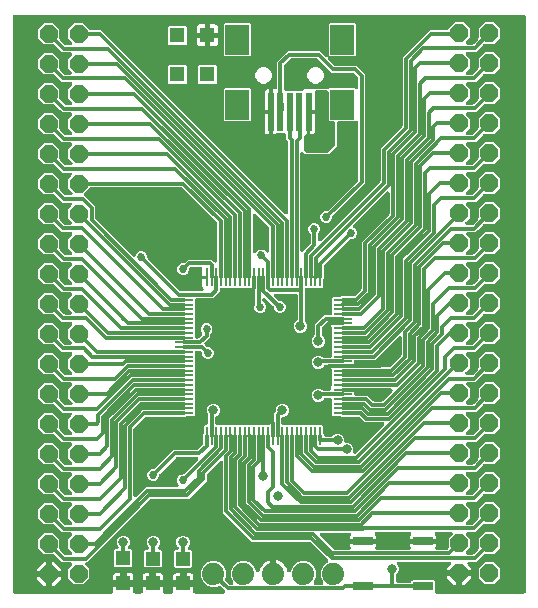
<source format=gbr>
G04 EAGLE Gerber RS-274X export*
G75*
%MOMM*%
%FSLAX34Y34*%
%LPD*%
%INTop Copper*%
%IPPOS*%
%AMOC8*
5,1,8,0,0,1.08239X$1,22.5*%
G01*
%ADD10R,0.230000X1.500000*%
%ADD11R,1.500000X0.230000*%
%ADD12R,2.000000X2.500000*%
%ADD13R,0.500000X3.300000*%
%ADD14C,1.879600*%
%ADD15R,1.308000X1.308000*%
%ADD16P,1.649562X8X292.500000*%
%ADD17R,1.200000X1.200000*%
%ADD18R,1.651000X0.762000*%
%ADD19C,0.304800*%
%ADD20C,0.812800*%
%ADD21C,0.685800*%
%ADD22C,0.889000*%

G36*
X86772Y2293D02*
X86772Y2293D01*
X86823Y2290D01*
X86945Y2312D01*
X87068Y2327D01*
X87116Y2344D01*
X87166Y2353D01*
X87280Y2402D01*
X87396Y2444D01*
X87439Y2472D01*
X87486Y2492D01*
X87585Y2566D01*
X87689Y2633D01*
X87724Y2670D01*
X87765Y2700D01*
X87845Y2795D01*
X87931Y2884D01*
X87957Y2928D01*
X87990Y2967D01*
X88046Y3077D01*
X88110Y3183D01*
X88125Y3231D01*
X88149Y3277D01*
X88178Y3397D01*
X88216Y3515D01*
X88220Y3566D01*
X88232Y3615D01*
X88234Y3739D01*
X88244Y3862D01*
X88236Y3913D01*
X88237Y3964D01*
X88193Y4204D01*
X88045Y4756D01*
X88045Y8091D01*
X95110Y8091D01*
X95136Y8094D01*
X95162Y8092D01*
X95309Y8114D01*
X95456Y8131D01*
X95481Y8139D01*
X95507Y8143D01*
X95644Y8198D01*
X95784Y8248D01*
X95806Y8262D01*
X95831Y8272D01*
X95952Y8357D01*
X96077Y8437D01*
X96095Y8456D01*
X96117Y8471D01*
X96216Y8581D01*
X96319Y8688D01*
X96333Y8710D01*
X96350Y8730D01*
X96422Y8860D01*
X96498Y8987D01*
X96506Y9012D01*
X96519Y9035D01*
X96559Y9178D01*
X96584Y9254D01*
X96588Y9243D01*
X96592Y9217D01*
X96646Y9079D01*
X96696Y8940D01*
X96711Y8918D01*
X96720Y8893D01*
X96805Y8772D01*
X96885Y8647D01*
X96904Y8629D01*
X96919Y8607D01*
X97029Y8508D01*
X97136Y8405D01*
X97159Y8391D01*
X97178Y8374D01*
X97308Y8302D01*
X97435Y8226D01*
X97460Y8218D01*
X97483Y8205D01*
X97626Y8165D01*
X97767Y8120D01*
X97793Y8117D01*
X97818Y8110D01*
X98062Y8091D01*
X105127Y8091D01*
X105127Y4756D01*
X104979Y4204D01*
X104972Y4154D01*
X104956Y4105D01*
X104946Y3982D01*
X104928Y3860D01*
X104932Y3809D01*
X104928Y3758D01*
X104946Y3635D01*
X104957Y3512D01*
X104972Y3464D01*
X104980Y3413D01*
X105025Y3298D01*
X105063Y3180D01*
X105090Y3137D01*
X105108Y3089D01*
X105179Y2988D01*
X105243Y2882D01*
X105278Y2845D01*
X105307Y2803D01*
X105399Y2720D01*
X105485Y2631D01*
X105528Y2604D01*
X105566Y2570D01*
X105674Y2510D01*
X105778Y2443D01*
X105827Y2426D01*
X105871Y2401D01*
X105990Y2368D01*
X106107Y2326D01*
X106157Y2320D01*
X106207Y2306D01*
X106450Y2287D01*
X111751Y2287D01*
X111802Y2293D01*
X111853Y2290D01*
X111975Y2312D01*
X112097Y2327D01*
X112145Y2344D01*
X112196Y2353D01*
X112309Y2402D01*
X112426Y2444D01*
X112468Y2472D01*
X112515Y2492D01*
X112614Y2566D01*
X112718Y2633D01*
X112754Y2670D01*
X112795Y2700D01*
X112874Y2795D01*
X112961Y2884D01*
X112987Y2928D01*
X113020Y2967D01*
X113076Y3077D01*
X113139Y3183D01*
X113155Y3231D01*
X113178Y3277D01*
X113208Y3397D01*
X113246Y3515D01*
X113250Y3566D01*
X113262Y3615D01*
X113264Y3739D01*
X113274Y3862D01*
X113266Y3913D01*
X113267Y3964D01*
X113223Y4204D01*
X113126Y4564D01*
X113126Y7899D01*
X120191Y7899D01*
X120217Y7902D01*
X120243Y7900D01*
X120390Y7922D01*
X120537Y7939D01*
X120562Y7947D01*
X120588Y7951D01*
X120725Y8006D01*
X120865Y8056D01*
X120887Y8070D01*
X120912Y8080D01*
X121033Y8165D01*
X121158Y8245D01*
X121176Y8264D01*
X121198Y8279D01*
X121297Y8389D01*
X121400Y8496D01*
X121414Y8518D01*
X121431Y8538D01*
X121503Y8668D01*
X121579Y8795D01*
X121587Y8820D01*
X121600Y8843D01*
X121640Y8986D01*
X121665Y9062D01*
X121669Y9051D01*
X121673Y9025D01*
X121727Y8887D01*
X121777Y8748D01*
X121792Y8726D01*
X121801Y8701D01*
X121886Y8580D01*
X121966Y8455D01*
X121985Y8437D01*
X122000Y8415D01*
X122110Y8316D01*
X122217Y8213D01*
X122240Y8199D01*
X122259Y8182D01*
X122389Y8110D01*
X122516Y8034D01*
X122541Y8026D01*
X122564Y8013D01*
X122707Y7973D01*
X122848Y7928D01*
X122874Y7925D01*
X122899Y7918D01*
X123143Y7899D01*
X130208Y7899D01*
X130208Y4564D01*
X130111Y4204D01*
X130104Y4154D01*
X130088Y4105D01*
X130079Y3982D01*
X130060Y3860D01*
X130065Y3809D01*
X130060Y3758D01*
X130079Y3635D01*
X130089Y3512D01*
X130105Y3464D01*
X130112Y3413D01*
X130158Y3298D01*
X130196Y3180D01*
X130222Y3137D01*
X130241Y3089D01*
X130311Y2988D01*
X130375Y2882D01*
X130411Y2845D01*
X130440Y2803D01*
X130532Y2720D01*
X130618Y2631D01*
X130661Y2604D01*
X130699Y2570D01*
X130807Y2510D01*
X130911Y2443D01*
X130959Y2426D01*
X131004Y2401D01*
X131123Y2367D01*
X131239Y2326D01*
X131290Y2320D01*
X131339Y2306D01*
X131583Y2287D01*
X137323Y2287D01*
X137374Y2293D01*
X137425Y2290D01*
X137547Y2312D01*
X137670Y2327D01*
X137718Y2344D01*
X137768Y2353D01*
X137881Y2402D01*
X137998Y2444D01*
X138041Y2472D01*
X138087Y2492D01*
X138187Y2566D01*
X138290Y2633D01*
X138326Y2670D01*
X138367Y2700D01*
X138447Y2795D01*
X138533Y2884D01*
X138559Y2928D01*
X138592Y2967D01*
X138648Y3077D01*
X138711Y3183D01*
X138727Y3232D01*
X138750Y3277D01*
X138780Y3397D01*
X138818Y3515D01*
X138822Y3566D01*
X138834Y3615D01*
X138836Y3739D01*
X138846Y3862D01*
X138838Y3913D01*
X138839Y3964D01*
X138795Y4204D01*
X138794Y4207D01*
X138715Y4500D01*
X138715Y7836D01*
X145780Y7836D01*
X145806Y7839D01*
X145832Y7837D01*
X145979Y7859D01*
X146126Y7876D01*
X146151Y7884D01*
X146177Y7888D01*
X146314Y7943D01*
X146454Y7993D01*
X146476Y8007D01*
X146501Y8017D01*
X146622Y8102D01*
X146747Y8182D01*
X146765Y8201D01*
X146787Y8216D01*
X146886Y8326D01*
X146989Y8433D01*
X147003Y8455D01*
X147020Y8475D01*
X147092Y8605D01*
X147168Y8732D01*
X147176Y8757D01*
X147189Y8780D01*
X147229Y8923D01*
X147254Y8999D01*
X147258Y8988D01*
X147262Y8962D01*
X147316Y8824D01*
X147366Y8685D01*
X147381Y8663D01*
X147390Y8638D01*
X147475Y8517D01*
X147555Y8392D01*
X147574Y8374D01*
X147589Y8352D01*
X147699Y8253D01*
X147806Y8150D01*
X147829Y8136D01*
X147848Y8119D01*
X147978Y8047D01*
X148105Y7971D01*
X148130Y7963D01*
X148153Y7950D01*
X148296Y7910D01*
X148437Y7865D01*
X148463Y7862D01*
X148488Y7855D01*
X148732Y7836D01*
X155797Y7836D01*
X155797Y4500D01*
X155717Y4204D01*
X155710Y4154D01*
X155694Y4105D01*
X155684Y3982D01*
X155666Y3860D01*
X155670Y3809D01*
X155666Y3758D01*
X155685Y3636D01*
X155695Y3512D01*
X155710Y3464D01*
X155718Y3413D01*
X155764Y3298D01*
X155802Y3180D01*
X155828Y3137D01*
X155847Y3089D01*
X155917Y2988D01*
X155981Y2882D01*
X156017Y2845D01*
X156046Y2803D01*
X156137Y2720D01*
X156224Y2631D01*
X156267Y2604D01*
X156304Y2570D01*
X156413Y2510D01*
X156517Y2443D01*
X156565Y2426D01*
X156609Y2401D01*
X156729Y2367D01*
X156845Y2326D01*
X156896Y2320D01*
X156945Y2306D01*
X157189Y2287D01*
X181431Y2287D01*
X181531Y2298D01*
X181631Y2300D01*
X181704Y2318D01*
X181777Y2327D01*
X181872Y2360D01*
X181969Y2385D01*
X182036Y2419D01*
X182106Y2444D01*
X182190Y2499D01*
X182279Y2545D01*
X182336Y2593D01*
X182398Y2633D01*
X182468Y2705D01*
X182545Y2770D01*
X182589Y2830D01*
X182641Y2884D01*
X182692Y2970D01*
X182752Y3051D01*
X182781Y3119D01*
X182819Y3183D01*
X182850Y3279D01*
X182890Y3371D01*
X182903Y3444D01*
X182926Y3515D01*
X182934Y3615D01*
X182951Y3714D01*
X182948Y3788D01*
X182954Y3862D01*
X182939Y3962D01*
X182934Y4062D01*
X182913Y4133D01*
X182902Y4207D01*
X182865Y4300D01*
X182837Y4397D01*
X182801Y4462D01*
X182773Y4531D01*
X182716Y4613D01*
X182667Y4701D01*
X182602Y4777D01*
X182574Y4817D01*
X182548Y4841D01*
X182508Y4887D01*
X178942Y8454D01*
X178882Y8501D01*
X178829Y8556D01*
X178746Y8609D01*
X178669Y8670D01*
X178600Y8703D01*
X178535Y8744D01*
X178443Y8777D01*
X178354Y8819D01*
X178279Y8835D01*
X178207Y8861D01*
X178109Y8872D01*
X178013Y8892D01*
X177937Y8891D01*
X177861Y8900D01*
X177763Y8888D01*
X177665Y8887D01*
X177590Y8868D01*
X177515Y8859D01*
X177372Y8813D01*
X177327Y8802D01*
X177310Y8793D01*
X177282Y8784D01*
X175084Y7873D01*
X170738Y7873D01*
X166724Y9536D01*
X163651Y12609D01*
X161988Y16623D01*
X161988Y20969D01*
X163651Y24983D01*
X166724Y28056D01*
X170738Y29719D01*
X175084Y29719D01*
X179098Y28056D01*
X182171Y24983D01*
X183834Y20969D01*
X183834Y16623D01*
X182923Y14425D01*
X182902Y14351D01*
X182872Y14281D01*
X182855Y14185D01*
X182828Y14090D01*
X182824Y14014D01*
X182810Y13938D01*
X182815Y13840D01*
X182811Y13742D01*
X182824Y13667D01*
X182828Y13590D01*
X182855Y13496D01*
X182873Y13399D01*
X182904Y13329D01*
X182925Y13256D01*
X182973Y13170D01*
X183012Y13079D01*
X183058Y13018D01*
X183095Y12951D01*
X183192Y12838D01*
X183220Y12800D01*
X183235Y12787D01*
X183253Y12765D01*
X185920Y10099D01*
X186019Y10020D01*
X186113Y9936D01*
X186155Y9912D01*
X186193Y9882D01*
X186307Y9828D01*
X186418Y9767D01*
X186464Y9754D01*
X186508Y9733D01*
X186631Y9707D01*
X186753Y9672D01*
X186814Y9667D01*
X186849Y9660D01*
X186897Y9661D01*
X186997Y9653D01*
X188330Y9653D01*
X188430Y9664D01*
X188530Y9666D01*
X188602Y9684D01*
X188676Y9693D01*
X188771Y9726D01*
X188868Y9751D01*
X188934Y9785D01*
X189004Y9810D01*
X189089Y9865D01*
X189178Y9911D01*
X189234Y9959D01*
X189297Y9999D01*
X189367Y10071D01*
X189443Y10136D01*
X189487Y10196D01*
X189539Y10250D01*
X189591Y10336D01*
X189650Y10417D01*
X189680Y10485D01*
X189718Y10549D01*
X189749Y10644D01*
X189788Y10737D01*
X189802Y10810D01*
X189824Y10881D01*
X189832Y10981D01*
X189850Y11080D01*
X189846Y11154D01*
X189852Y11228D01*
X189837Y11327D01*
X189832Y11428D01*
X189811Y11499D01*
X189800Y11573D01*
X189763Y11666D01*
X189735Y11763D01*
X189699Y11828D01*
X189672Y11897D01*
X189614Y11979D01*
X189565Y12067D01*
X189500Y12143D01*
X189473Y12183D01*
X189446Y12207D01*
X189407Y12253D01*
X189051Y12609D01*
X187388Y16623D01*
X187388Y20969D01*
X189051Y24983D01*
X192124Y28056D01*
X196138Y29719D01*
X200484Y29719D01*
X204498Y28056D01*
X207571Y24983D01*
X209144Y21184D01*
X209196Y21092D01*
X209238Y20996D01*
X209280Y20940D01*
X209314Y20880D01*
X209385Y20801D01*
X209448Y20717D01*
X209501Y20673D01*
X209548Y20621D01*
X209635Y20561D01*
X209715Y20494D01*
X209777Y20463D01*
X209835Y20423D01*
X209933Y20385D01*
X210027Y20337D01*
X210094Y20321D01*
X210159Y20295D01*
X210263Y20280D01*
X210365Y20255D01*
X210435Y20255D01*
X210504Y20245D01*
X210609Y20253D01*
X210714Y20252D01*
X210782Y20268D01*
X210851Y20273D01*
X210951Y20306D01*
X211054Y20329D01*
X211116Y20359D01*
X211183Y20381D01*
X211273Y20435D01*
X211368Y20481D01*
X211422Y20524D01*
X211481Y20560D01*
X211557Y20634D01*
X211639Y20700D01*
X211681Y20755D01*
X211731Y20803D01*
X211788Y20892D01*
X211853Y20975D01*
X211882Y21038D01*
X211919Y21096D01*
X211955Y21196D01*
X211999Y21291D01*
X212020Y21381D01*
X212036Y21425D01*
X212040Y21463D01*
X212056Y21529D01*
X212066Y21592D01*
X212647Y23379D01*
X213500Y25053D01*
X214605Y26574D01*
X215933Y27902D01*
X217454Y29007D01*
X219128Y29860D01*
X220915Y30441D01*
X221172Y30481D01*
X221172Y19812D01*
X221175Y19786D01*
X221173Y19760D01*
X221195Y19613D01*
X221212Y19466D01*
X221220Y19441D01*
X221224Y19415D01*
X221279Y19278D01*
X221329Y19138D01*
X221343Y19116D01*
X221353Y19091D01*
X221438Y18970D01*
X221518Y18845D01*
X221537Y18827D01*
X221552Y18805D01*
X221662Y18706D01*
X221769Y18603D01*
X221791Y18589D01*
X221811Y18572D01*
X221941Y18500D01*
X222068Y18424D01*
X222093Y18416D01*
X222116Y18403D01*
X222259Y18363D01*
X222400Y18318D01*
X222426Y18316D01*
X222451Y18309D01*
X222695Y18289D01*
X224727Y18289D01*
X224753Y18292D01*
X224779Y18290D01*
X224926Y18312D01*
X225073Y18329D01*
X225098Y18338D01*
X225124Y18342D01*
X225262Y18396D01*
X225401Y18446D01*
X225423Y18461D01*
X225448Y18470D01*
X225569Y18555D01*
X225694Y18635D01*
X225712Y18654D01*
X225734Y18669D01*
X225833Y18779D01*
X225936Y18886D01*
X225950Y18909D01*
X225967Y18928D01*
X226039Y19058D01*
X226115Y19185D01*
X226123Y19210D01*
X226136Y19233D01*
X226176Y19376D01*
X226221Y19517D01*
X226223Y19543D01*
X226231Y19568D01*
X226250Y19812D01*
X226250Y30481D01*
X226507Y30441D01*
X228294Y29860D01*
X229968Y29007D01*
X231489Y27902D01*
X232817Y26574D01*
X233922Y25053D01*
X234775Y23379D01*
X235356Y21592D01*
X235366Y21529D01*
X235394Y21428D01*
X235413Y21324D01*
X235441Y21260D01*
X235459Y21193D01*
X235510Y21101D01*
X235552Y21004D01*
X235593Y20948D01*
X235626Y20888D01*
X235697Y20809D01*
X235760Y20724D01*
X235813Y20680D01*
X235859Y20628D01*
X235945Y20567D01*
X236026Y20499D01*
X236087Y20468D01*
X236144Y20428D01*
X236242Y20389D01*
X236336Y20341D01*
X236403Y20324D01*
X236468Y20298D01*
X236572Y20282D01*
X236674Y20256D01*
X236743Y20255D01*
X236812Y20245D01*
X236917Y20253D01*
X237023Y20251D01*
X237090Y20266D01*
X237160Y20272D01*
X237260Y20303D01*
X237363Y20326D01*
X237426Y20356D01*
X237492Y20376D01*
X237583Y20430D01*
X237678Y20475D01*
X237732Y20519D01*
X237792Y20554D01*
X237868Y20627D01*
X237950Y20693D01*
X237993Y20747D01*
X238043Y20795D01*
X238101Y20884D01*
X238166Y20966D01*
X238208Y21049D01*
X238233Y21087D01*
X238247Y21124D01*
X238278Y21184D01*
X239851Y24983D01*
X242924Y28056D01*
X246938Y29719D01*
X251284Y29719D01*
X255298Y28056D01*
X258371Y24983D01*
X260034Y20969D01*
X260034Y16623D01*
X258371Y12609D01*
X258015Y12253D01*
X257953Y12175D01*
X257883Y12102D01*
X257845Y12038D01*
X257799Y11980D01*
X257756Y11889D01*
X257704Y11803D01*
X257681Y11732D01*
X257650Y11665D01*
X257628Y11567D01*
X257598Y11471D01*
X257592Y11397D01*
X257576Y11324D01*
X257578Y11224D01*
X257570Y11124D01*
X257581Y11050D01*
X257582Y10976D01*
X257607Y10879D01*
X257622Y10779D01*
X257649Y10710D01*
X257667Y10638D01*
X257713Y10549D01*
X257750Y10455D01*
X257793Y10394D01*
X257827Y10328D01*
X257892Y10251D01*
X257949Y10169D01*
X258004Y10119D01*
X258053Y10063D01*
X258133Y10003D01*
X258208Y9936D01*
X258273Y9900D01*
X258333Y9855D01*
X258425Y9816D01*
X258513Y9767D01*
X258585Y9747D01*
X258653Y9717D01*
X258752Y9700D01*
X258848Y9672D01*
X258948Y9664D01*
X258996Y9656D01*
X259032Y9658D01*
X259092Y9653D01*
X264530Y9653D01*
X264630Y9664D01*
X264730Y9666D01*
X264802Y9684D01*
X264876Y9693D01*
X264971Y9726D01*
X265068Y9751D01*
X265134Y9785D01*
X265204Y9810D01*
X265289Y9865D01*
X265378Y9911D01*
X265434Y9959D01*
X265497Y9999D01*
X265567Y10071D01*
X265643Y10136D01*
X265687Y10196D01*
X265739Y10250D01*
X265791Y10336D01*
X265850Y10417D01*
X265880Y10485D01*
X265918Y10549D01*
X265949Y10644D01*
X265988Y10737D01*
X266002Y10810D01*
X266024Y10881D01*
X266032Y10981D01*
X266050Y11080D01*
X266046Y11154D01*
X266052Y11228D01*
X266037Y11327D01*
X266032Y11428D01*
X266011Y11499D01*
X266000Y11573D01*
X265963Y11666D01*
X265935Y11763D01*
X265899Y11828D01*
X265872Y11897D01*
X265814Y11979D01*
X265765Y12067D01*
X265700Y12143D01*
X265673Y12183D01*
X265646Y12207D01*
X265607Y12253D01*
X265251Y12609D01*
X263588Y16623D01*
X263588Y20969D01*
X265251Y24983D01*
X268324Y28056D01*
X269392Y28498D01*
X269524Y28571D01*
X269657Y28640D01*
X269676Y28656D01*
X269697Y28668D01*
X269808Y28769D01*
X269923Y28866D01*
X269937Y28886D01*
X269955Y28902D01*
X270041Y29025D01*
X270130Y29146D01*
X270140Y29169D01*
X270153Y29189D01*
X270208Y29328D01*
X270268Y29467D01*
X270272Y29490D01*
X270281Y29513D01*
X270303Y29662D01*
X270330Y29810D01*
X270328Y29834D01*
X270332Y29858D01*
X270319Y30008D01*
X270312Y30158D01*
X270305Y30181D01*
X270303Y30205D01*
X270257Y30348D01*
X270215Y30492D01*
X270203Y30514D01*
X270196Y30537D01*
X270119Y30665D01*
X270045Y30797D01*
X270026Y30819D01*
X270016Y30835D01*
X269984Y30869D01*
X269887Y30983D01*
X255088Y45781D01*
X254989Y45860D01*
X254895Y45944D01*
X254853Y45968D01*
X254815Y45998D01*
X254701Y46052D01*
X254590Y46113D01*
X254544Y46126D01*
X254500Y46147D01*
X254377Y46173D01*
X254255Y46208D01*
X254194Y46213D01*
X254159Y46220D01*
X254111Y46219D01*
X254011Y46227D01*
X205239Y46227D01*
X203007Y48459D01*
X183079Y68387D01*
X180847Y70619D01*
X180847Y113422D01*
X180836Y113522D01*
X180834Y113622D01*
X180816Y113695D01*
X180807Y113768D01*
X180774Y113863D01*
X180749Y113960D01*
X180715Y114027D01*
X180690Y114097D01*
X180635Y114181D01*
X180589Y114270D01*
X180541Y114327D01*
X180501Y114389D01*
X180429Y114459D01*
X180364Y114536D01*
X180304Y114580D01*
X180250Y114632D01*
X180164Y114683D01*
X180083Y114743D01*
X180015Y114772D01*
X179951Y114810D01*
X179855Y114841D01*
X179763Y114881D01*
X179690Y114894D01*
X179619Y114917D01*
X179519Y114925D01*
X179420Y114942D01*
X179346Y114939D01*
X179272Y114945D01*
X179172Y114930D01*
X179072Y114925D01*
X179001Y114904D01*
X178927Y114893D01*
X178834Y114856D01*
X178737Y114828D01*
X178672Y114792D01*
X178603Y114764D01*
X178521Y114707D01*
X178433Y114658D01*
X178357Y114593D01*
X178317Y114565D01*
X178293Y114539D01*
X178247Y114499D01*
X167579Y103831D01*
X167500Y103732D01*
X167416Y103638D01*
X167392Y103596D01*
X167362Y103558D01*
X167308Y103444D01*
X167247Y103333D01*
X167234Y103287D01*
X167213Y103243D01*
X167187Y103120D01*
X167152Y102998D01*
X167147Y102937D01*
X167140Y102902D01*
X167141Y102854D01*
X167133Y102754D01*
X167133Y97670D01*
X151885Y82422D01*
X120385Y82422D01*
X120259Y82408D01*
X120133Y82401D01*
X120087Y82388D01*
X120039Y82382D01*
X119920Y82340D01*
X119798Y82305D01*
X119756Y82281D01*
X119710Y82265D01*
X119604Y82196D01*
X119494Y82135D01*
X119448Y82095D01*
X119418Y82076D01*
X119384Y82041D01*
X119308Y81976D01*
X66033Y28701D01*
X65761Y28701D01*
X65661Y28690D01*
X65561Y28688D01*
X65488Y28670D01*
X65415Y28661D01*
X65320Y28628D01*
X65223Y28603D01*
X65156Y28569D01*
X65086Y28544D01*
X65002Y28489D01*
X64913Y28443D01*
X64856Y28395D01*
X64794Y28355D01*
X64724Y28283D01*
X64647Y28218D01*
X64603Y28158D01*
X64551Y28104D01*
X64500Y28018D01*
X64440Y27937D01*
X64411Y27869D01*
X64373Y27805D01*
X64342Y27709D01*
X64302Y27617D01*
X64289Y27544D01*
X64266Y27473D01*
X64258Y27373D01*
X64241Y27274D01*
X64244Y27200D01*
X64238Y27126D01*
X64253Y27026D01*
X64258Y26926D01*
X64279Y26855D01*
X64290Y26781D01*
X64327Y26688D01*
X64355Y26591D01*
X64391Y26526D01*
X64419Y26457D01*
X64476Y26375D01*
X64525Y26287D01*
X64590Y26211D01*
X64618Y26171D01*
X64644Y26147D01*
X64684Y26101D01*
X67883Y22902D01*
X67883Y15326D01*
X62526Y9969D01*
X54950Y9969D01*
X49593Y15326D01*
X49593Y22902D01*
X52792Y26101D01*
X52855Y26179D01*
X52925Y26252D01*
X52963Y26316D01*
X53009Y26374D01*
X53052Y26465D01*
X53103Y26551D01*
X53126Y26622D01*
X53158Y26689D01*
X53179Y26787D01*
X53210Y26883D01*
X53216Y26957D01*
X53231Y27030D01*
X53230Y27130D01*
X53238Y27230D01*
X53227Y27304D01*
X53225Y27378D01*
X53201Y27475D01*
X53186Y27575D01*
X53158Y27644D01*
X53140Y27716D01*
X53094Y27805D01*
X53057Y27899D01*
X53015Y27960D01*
X52981Y28026D01*
X52916Y28102D01*
X52858Y28185D01*
X52803Y28235D01*
X52755Y28291D01*
X52674Y28351D01*
X52599Y28418D01*
X52534Y28454D01*
X52475Y28499D01*
X52382Y28538D01*
X52294Y28587D01*
X52223Y28607D01*
X52155Y28637D01*
X52056Y28654D01*
X51959Y28682D01*
X51859Y28690D01*
X51811Y28698D01*
X51776Y28696D01*
X51715Y28701D01*
X44711Y28701D01*
X42479Y30933D01*
X38489Y34923D01*
X38390Y35002D01*
X38296Y35086D01*
X38254Y35110D01*
X38216Y35140D01*
X38102Y35194D01*
X37991Y35255D01*
X37945Y35268D01*
X37901Y35289D01*
X37778Y35315D01*
X37656Y35350D01*
X37595Y35355D01*
X37561Y35362D01*
X37513Y35361D01*
X37412Y35369D01*
X29550Y35369D01*
X24193Y40726D01*
X24193Y48302D01*
X29550Y53659D01*
X37126Y53659D01*
X42483Y48302D01*
X42483Y40184D01*
X42497Y40058D01*
X42504Y39932D01*
X42517Y39886D01*
X42523Y39838D01*
X42565Y39719D01*
X42600Y39597D01*
X42624Y39555D01*
X42640Y39509D01*
X42709Y39403D01*
X42770Y39293D01*
X42810Y39247D01*
X42829Y39217D01*
X42864Y39183D01*
X42929Y39107D01*
X46791Y35245D01*
X46890Y35166D01*
X46984Y35082D01*
X47026Y35058D01*
X47064Y35028D01*
X47178Y34974D01*
X47289Y34913D01*
X47335Y34900D01*
X47379Y34879D01*
X47502Y34853D01*
X47624Y34818D01*
X47685Y34813D01*
X47720Y34806D01*
X47768Y34807D01*
X47868Y34799D01*
X51843Y34799D01*
X51943Y34810D01*
X52043Y34812D01*
X52116Y34830D01*
X52189Y34839D01*
X52284Y34872D01*
X52381Y34897D01*
X52448Y34931D01*
X52518Y34956D01*
X52602Y35011D01*
X52691Y35057D01*
X52748Y35105D01*
X52810Y35145D01*
X52880Y35217D01*
X52957Y35282D01*
X53001Y35342D01*
X53053Y35396D01*
X53104Y35482D01*
X53164Y35563D01*
X53193Y35631D01*
X53231Y35695D01*
X53262Y35791D01*
X53302Y35883D01*
X53315Y35956D01*
X53338Y36027D01*
X53346Y36127D01*
X53363Y36226D01*
X53360Y36300D01*
X53366Y36374D01*
X53351Y36474D01*
X53346Y36574D01*
X53325Y36645D01*
X53314Y36719D01*
X53277Y36812D01*
X53249Y36909D01*
X53213Y36974D01*
X53185Y37043D01*
X53128Y37125D01*
X53079Y37213D01*
X53014Y37289D01*
X52986Y37329D01*
X52960Y37353D01*
X52920Y37399D01*
X49593Y40726D01*
X49593Y48302D01*
X52792Y51501D01*
X52855Y51579D01*
X52925Y51652D01*
X52963Y51716D01*
X53009Y51774D01*
X53052Y51865D01*
X53103Y51951D01*
X53126Y52022D01*
X53158Y52089D01*
X53179Y52187D01*
X53210Y52283D01*
X53216Y52357D01*
X53231Y52430D01*
X53230Y52530D01*
X53238Y52630D01*
X53227Y52704D01*
X53225Y52778D01*
X53201Y52875D01*
X53186Y52975D01*
X53158Y53044D01*
X53140Y53116D01*
X53094Y53205D01*
X53057Y53299D01*
X53015Y53360D01*
X52981Y53426D01*
X52916Y53502D01*
X52858Y53585D01*
X52803Y53635D01*
X52755Y53691D01*
X52674Y53751D01*
X52599Y53818D01*
X52534Y53854D01*
X52475Y53899D01*
X52382Y53938D01*
X52294Y53987D01*
X52223Y54007D01*
X52155Y54037D01*
X52056Y54054D01*
X51959Y54082D01*
X51859Y54090D01*
X51811Y54098D01*
X51776Y54096D01*
X51715Y54101D01*
X44965Y54101D01*
X38743Y60323D01*
X38644Y60402D01*
X38550Y60486D01*
X38508Y60510D01*
X38470Y60540D01*
X38356Y60594D01*
X38245Y60655D01*
X38199Y60668D01*
X38155Y60689D01*
X38032Y60715D01*
X37910Y60750D01*
X37849Y60755D01*
X37814Y60762D01*
X37766Y60761D01*
X37666Y60769D01*
X29550Y60769D01*
X24193Y66126D01*
X24193Y73702D01*
X29550Y79059D01*
X37126Y79059D01*
X42483Y73702D01*
X42483Y65838D01*
X42497Y65712D01*
X42504Y65586D01*
X42517Y65540D01*
X42523Y65492D01*
X42565Y65373D01*
X42600Y65251D01*
X42624Y65209D01*
X42640Y65163D01*
X42709Y65057D01*
X42770Y64947D01*
X42810Y64901D01*
X42829Y64871D01*
X42864Y64837D01*
X42929Y64761D01*
X47045Y60645D01*
X47144Y60566D01*
X47238Y60482D01*
X47280Y60458D01*
X47318Y60428D01*
X47432Y60374D01*
X47543Y60313D01*
X47589Y60300D01*
X47633Y60279D01*
X47756Y60253D01*
X47878Y60218D01*
X47939Y60213D01*
X47974Y60206D01*
X48022Y60207D01*
X48122Y60199D01*
X51843Y60199D01*
X51943Y60210D01*
X52043Y60212D01*
X52116Y60230D01*
X52189Y60239D01*
X52284Y60272D01*
X52381Y60297D01*
X52448Y60331D01*
X52518Y60356D01*
X52602Y60411D01*
X52691Y60457D01*
X52748Y60505D01*
X52810Y60545D01*
X52880Y60617D01*
X52957Y60682D01*
X53001Y60742D01*
X53053Y60796D01*
X53104Y60882D01*
X53164Y60963D01*
X53193Y61031D01*
X53231Y61095D01*
X53262Y61191D01*
X53302Y61283D01*
X53315Y61356D01*
X53338Y61427D01*
X53346Y61527D01*
X53363Y61626D01*
X53360Y61700D01*
X53366Y61774D01*
X53351Y61874D01*
X53346Y61974D01*
X53325Y62045D01*
X53314Y62119D01*
X53277Y62212D01*
X53249Y62309D01*
X53213Y62374D01*
X53185Y62443D01*
X53128Y62525D01*
X53079Y62613D01*
X53014Y62689D01*
X52986Y62729D01*
X52960Y62753D01*
X52920Y62799D01*
X49593Y66126D01*
X49593Y73702D01*
X52792Y76901D01*
X52855Y76979D01*
X52925Y77052D01*
X52963Y77116D01*
X53009Y77174D01*
X53052Y77265D01*
X53103Y77351D01*
X53126Y77422D01*
X53158Y77489D01*
X53179Y77587D01*
X53210Y77683D01*
X53216Y77757D01*
X53231Y77830D01*
X53230Y77930D01*
X53238Y78030D01*
X53227Y78104D01*
X53225Y78178D01*
X53201Y78275D01*
X53186Y78375D01*
X53158Y78444D01*
X53140Y78516D01*
X53094Y78605D01*
X53057Y78699D01*
X53015Y78760D01*
X52981Y78826D01*
X52916Y78902D01*
X52858Y78985D01*
X52803Y79035D01*
X52755Y79091D01*
X52674Y79151D01*
X52599Y79218D01*
X52534Y79254D01*
X52475Y79299D01*
X52382Y79338D01*
X52294Y79387D01*
X52223Y79407D01*
X52155Y79437D01*
X52056Y79454D01*
X51959Y79482D01*
X51859Y79490D01*
X51811Y79498D01*
X51776Y79496D01*
X51715Y79501D01*
X44711Y79501D01*
X42479Y81733D01*
X38489Y85723D01*
X38390Y85802D01*
X38296Y85886D01*
X38254Y85910D01*
X38216Y85940D01*
X38102Y85994D01*
X37991Y86055D01*
X37945Y86068D01*
X37901Y86089D01*
X37778Y86115D01*
X37656Y86150D01*
X37595Y86155D01*
X37561Y86162D01*
X37513Y86161D01*
X37412Y86169D01*
X29550Y86169D01*
X24193Y91526D01*
X24193Y99102D01*
X29550Y104459D01*
X37126Y104459D01*
X42483Y99102D01*
X42483Y90984D01*
X42497Y90858D01*
X42504Y90732D01*
X42517Y90686D01*
X42523Y90638D01*
X42565Y90519D01*
X42600Y90397D01*
X42624Y90355D01*
X42640Y90309D01*
X42709Y90203D01*
X42770Y90093D01*
X42810Y90047D01*
X42829Y90017D01*
X42864Y89983D01*
X42929Y89907D01*
X46791Y86045D01*
X46890Y85966D01*
X46984Y85882D01*
X47026Y85858D01*
X47064Y85828D01*
X47178Y85774D01*
X47289Y85713D01*
X47335Y85700D01*
X47379Y85679D01*
X47502Y85653D01*
X47624Y85618D01*
X47685Y85613D01*
X47720Y85606D01*
X47768Y85607D01*
X47868Y85599D01*
X51843Y85599D01*
X51943Y85610D01*
X52043Y85612D01*
X52116Y85630D01*
X52189Y85639D01*
X52284Y85672D01*
X52381Y85697D01*
X52448Y85731D01*
X52518Y85756D01*
X52602Y85811D01*
X52691Y85857D01*
X52748Y85905D01*
X52810Y85945D01*
X52880Y86017D01*
X52957Y86082D01*
X53001Y86142D01*
X53053Y86196D01*
X53104Y86282D01*
X53164Y86363D01*
X53193Y86431D01*
X53231Y86495D01*
X53262Y86591D01*
X53302Y86683D01*
X53315Y86756D01*
X53338Y86827D01*
X53346Y86927D01*
X53363Y87026D01*
X53360Y87100D01*
X53366Y87174D01*
X53351Y87274D01*
X53346Y87374D01*
X53325Y87445D01*
X53314Y87519D01*
X53277Y87612D01*
X53249Y87709D01*
X53213Y87774D01*
X53185Y87843D01*
X53128Y87925D01*
X53079Y88013D01*
X53014Y88089D01*
X52986Y88129D01*
X52960Y88153D01*
X52920Y88199D01*
X49593Y91526D01*
X49593Y99102D01*
X52792Y102301D01*
X52855Y102379D01*
X52925Y102452D01*
X52963Y102516D01*
X53009Y102574D01*
X53052Y102665D01*
X53103Y102751D01*
X53126Y102822D01*
X53158Y102889D01*
X53179Y102987D01*
X53210Y103083D01*
X53216Y103157D01*
X53231Y103230D01*
X53230Y103330D01*
X53238Y103430D01*
X53227Y103504D01*
X53225Y103578D01*
X53201Y103675D01*
X53186Y103775D01*
X53158Y103844D01*
X53140Y103916D01*
X53094Y104005D01*
X53057Y104099D01*
X53015Y104160D01*
X52981Y104226D01*
X52916Y104302D01*
X52858Y104385D01*
X52803Y104435D01*
X52755Y104491D01*
X52674Y104551D01*
X52599Y104618D01*
X52534Y104654D01*
X52475Y104699D01*
X52382Y104738D01*
X52294Y104787D01*
X52223Y104807D01*
X52155Y104837D01*
X52056Y104854D01*
X51959Y104882D01*
X51859Y104890D01*
X51811Y104898D01*
X51776Y104896D01*
X51715Y104901D01*
X44711Y104901D01*
X38489Y111123D01*
X38390Y111202D01*
X38296Y111286D01*
X38254Y111310D01*
X38216Y111340D01*
X38102Y111394D01*
X37991Y111455D01*
X37945Y111468D01*
X37901Y111489D01*
X37778Y111515D01*
X37656Y111550D01*
X37595Y111555D01*
X37560Y111562D01*
X37512Y111561D01*
X37412Y111569D01*
X29550Y111569D01*
X24193Y116926D01*
X24193Y124502D01*
X29550Y129859D01*
X37126Y129859D01*
X42483Y124502D01*
X42483Y116384D01*
X42497Y116258D01*
X42504Y116132D01*
X42517Y116086D01*
X42523Y116038D01*
X42565Y115919D01*
X42600Y115797D01*
X42624Y115755D01*
X42640Y115709D01*
X42709Y115603D01*
X42770Y115493D01*
X42810Y115447D01*
X42829Y115417D01*
X42864Y115383D01*
X42929Y115307D01*
X46791Y111445D01*
X46890Y111366D01*
X46984Y111282D01*
X47026Y111258D01*
X47064Y111228D01*
X47178Y111174D01*
X47289Y111113D01*
X47335Y111100D01*
X47379Y111079D01*
X47502Y111053D01*
X47624Y111018D01*
X47685Y111013D01*
X47720Y111006D01*
X47768Y111007D01*
X47868Y110999D01*
X51843Y110999D01*
X51943Y111010D01*
X52043Y111012D01*
X52116Y111030D01*
X52189Y111039D01*
X52284Y111072D01*
X52381Y111097D01*
X52448Y111131D01*
X52518Y111156D01*
X52602Y111211D01*
X52691Y111257D01*
X52748Y111305D01*
X52810Y111345D01*
X52880Y111417D01*
X52957Y111482D01*
X53001Y111542D01*
X53053Y111596D01*
X53104Y111682D01*
X53164Y111763D01*
X53193Y111831D01*
X53231Y111895D01*
X53262Y111991D01*
X53302Y112083D01*
X53315Y112156D01*
X53338Y112227D01*
X53346Y112327D01*
X53363Y112426D01*
X53360Y112500D01*
X53366Y112574D01*
X53351Y112674D01*
X53346Y112774D01*
X53325Y112845D01*
X53314Y112919D01*
X53277Y113012D01*
X53249Y113109D01*
X53213Y113174D01*
X53185Y113243D01*
X53128Y113325D01*
X53079Y113413D01*
X53014Y113489D01*
X52986Y113529D01*
X52960Y113553D01*
X52920Y113599D01*
X49593Y116926D01*
X49593Y124502D01*
X52792Y127701D01*
X52855Y127779D01*
X52925Y127852D01*
X52963Y127916D01*
X53009Y127974D01*
X53052Y128065D01*
X53103Y128151D01*
X53126Y128222D01*
X53158Y128289D01*
X53179Y128387D01*
X53210Y128483D01*
X53216Y128557D01*
X53231Y128630D01*
X53230Y128730D01*
X53238Y128830D01*
X53227Y128904D01*
X53225Y128978D01*
X53201Y129075D01*
X53186Y129175D01*
X53158Y129244D01*
X53140Y129316D01*
X53094Y129405D01*
X53057Y129499D01*
X53015Y129560D01*
X52981Y129626D01*
X52916Y129702D01*
X52858Y129785D01*
X52803Y129835D01*
X52755Y129891D01*
X52674Y129951D01*
X52599Y130018D01*
X52534Y130054D01*
X52475Y130099D01*
X52382Y130138D01*
X52294Y130187D01*
X52223Y130207D01*
X52155Y130237D01*
X52056Y130254D01*
X51959Y130282D01*
X51859Y130290D01*
X51811Y130298D01*
X51776Y130296D01*
X51715Y130301D01*
X44711Y130301D01*
X38489Y136523D01*
X38390Y136602D01*
X38296Y136686D01*
X38254Y136710D01*
X38216Y136740D01*
X38102Y136794D01*
X37991Y136855D01*
X37945Y136868D01*
X37901Y136889D01*
X37778Y136915D01*
X37656Y136950D01*
X37595Y136955D01*
X37560Y136962D01*
X37512Y136961D01*
X37412Y136969D01*
X29550Y136969D01*
X24193Y142326D01*
X24193Y149902D01*
X29550Y155259D01*
X37126Y155259D01*
X42483Y149902D01*
X42483Y141784D01*
X42497Y141658D01*
X42504Y141532D01*
X42517Y141486D01*
X42523Y141438D01*
X42565Y141319D01*
X42600Y141197D01*
X42624Y141155D01*
X42640Y141109D01*
X42709Y141003D01*
X42770Y140893D01*
X42810Y140847D01*
X42829Y140817D01*
X42864Y140783D01*
X42929Y140707D01*
X46791Y136845D01*
X46890Y136766D01*
X46984Y136682D01*
X47026Y136658D01*
X47064Y136628D01*
X47178Y136574D01*
X47289Y136513D01*
X47335Y136500D01*
X47379Y136479D01*
X47502Y136453D01*
X47624Y136418D01*
X47685Y136413D01*
X47720Y136406D01*
X47768Y136407D01*
X47868Y136399D01*
X51843Y136399D01*
X51943Y136410D01*
X52043Y136412D01*
X52116Y136430D01*
X52189Y136439D01*
X52284Y136472D01*
X52381Y136497D01*
X52448Y136531D01*
X52518Y136556D01*
X52602Y136611D01*
X52691Y136657D01*
X52748Y136705D01*
X52810Y136745D01*
X52880Y136817D01*
X52957Y136882D01*
X53001Y136942D01*
X53053Y136996D01*
X53104Y137082D01*
X53164Y137163D01*
X53193Y137231D01*
X53231Y137295D01*
X53262Y137391D01*
X53302Y137483D01*
X53315Y137556D01*
X53338Y137627D01*
X53346Y137727D01*
X53363Y137826D01*
X53360Y137900D01*
X53366Y137974D01*
X53351Y138074D01*
X53346Y138174D01*
X53325Y138245D01*
X53314Y138319D01*
X53277Y138412D01*
X53249Y138509D01*
X53213Y138574D01*
X53185Y138643D01*
X53128Y138725D01*
X53079Y138813D01*
X53014Y138889D01*
X52986Y138929D01*
X52960Y138953D01*
X52920Y138999D01*
X49593Y142326D01*
X49593Y149902D01*
X52538Y152847D01*
X52601Y152925D01*
X52671Y152998D01*
X52709Y153062D01*
X52755Y153120D01*
X52798Y153211D01*
X52849Y153297D01*
X52872Y153368D01*
X52904Y153435D01*
X52925Y153533D01*
X52956Y153629D01*
X52962Y153703D01*
X52977Y153776D01*
X52976Y153876D01*
X52984Y153976D01*
X52973Y154050D01*
X52971Y154124D01*
X52947Y154221D01*
X52932Y154321D01*
X52904Y154390D01*
X52886Y154462D01*
X52840Y154551D01*
X52803Y154645D01*
X52761Y154706D01*
X52727Y154772D01*
X52662Y154848D01*
X52604Y154931D01*
X52549Y154981D01*
X52501Y155037D01*
X52420Y155097D01*
X52345Y155164D01*
X52280Y155200D01*
X52221Y155245D01*
X52128Y155284D01*
X52040Y155333D01*
X51969Y155353D01*
X51901Y155383D01*
X51802Y155400D01*
X51705Y155428D01*
X51605Y155436D01*
X51557Y155444D01*
X51522Y155442D01*
X51461Y155447D01*
X44965Y155447D01*
X38489Y161923D01*
X38390Y162002D01*
X38296Y162086D01*
X38254Y162110D01*
X38216Y162140D01*
X38102Y162194D01*
X37991Y162255D01*
X37945Y162268D01*
X37901Y162289D01*
X37778Y162315D01*
X37656Y162350D01*
X37595Y162355D01*
X37560Y162362D01*
X37512Y162361D01*
X37412Y162369D01*
X29550Y162369D01*
X24193Y167726D01*
X24193Y175302D01*
X29550Y180659D01*
X37126Y180659D01*
X42483Y175302D01*
X42483Y167184D01*
X42497Y167058D01*
X42504Y166932D01*
X42517Y166886D01*
X42523Y166838D01*
X42565Y166719D01*
X42600Y166597D01*
X42624Y166555D01*
X42640Y166509D01*
X42709Y166403D01*
X42770Y166293D01*
X42810Y166247D01*
X42829Y166217D01*
X42864Y166183D01*
X42929Y166107D01*
X47045Y161991D01*
X47144Y161912D01*
X47238Y161828D01*
X47280Y161804D01*
X47318Y161774D01*
X47432Y161720D01*
X47543Y161659D01*
X47589Y161646D01*
X47633Y161625D01*
X47756Y161599D01*
X47878Y161564D01*
X47939Y161559D01*
X47974Y161552D01*
X48022Y161553D01*
X48122Y161545D01*
X52097Y161545D01*
X52197Y161556D01*
X52297Y161558D01*
X52370Y161576D01*
X52443Y161585D01*
X52538Y161618D01*
X52635Y161643D01*
X52702Y161677D01*
X52772Y161702D01*
X52856Y161757D01*
X52945Y161803D01*
X53002Y161851D01*
X53064Y161891D01*
X53134Y161963D01*
X53211Y162028D01*
X53255Y162088D01*
X53307Y162142D01*
X53358Y162228D01*
X53418Y162309D01*
X53447Y162377D01*
X53485Y162441D01*
X53516Y162537D01*
X53556Y162629D01*
X53569Y162702D01*
X53592Y162773D01*
X53600Y162873D01*
X53617Y162972D01*
X53614Y163046D01*
X53620Y163120D01*
X53605Y163220D01*
X53600Y163320D01*
X53579Y163391D01*
X53568Y163465D01*
X53531Y163558D01*
X53503Y163655D01*
X53467Y163720D01*
X53439Y163789D01*
X53382Y163871D01*
X53333Y163959D01*
X53268Y164035D01*
X53240Y164075D01*
X53214Y164099D01*
X53174Y164145D01*
X49593Y167726D01*
X49593Y175302D01*
X52792Y178501D01*
X52855Y178579D01*
X52925Y178652D01*
X52963Y178716D01*
X53009Y178774D01*
X53052Y178865D01*
X53103Y178951D01*
X53126Y179022D01*
X53158Y179089D01*
X53179Y179187D01*
X53210Y179283D01*
X53216Y179357D01*
X53231Y179430D01*
X53230Y179530D01*
X53238Y179630D01*
X53227Y179704D01*
X53225Y179778D01*
X53201Y179875D01*
X53186Y179975D01*
X53158Y180044D01*
X53140Y180116D01*
X53094Y180205D01*
X53057Y180299D01*
X53015Y180360D01*
X52981Y180426D01*
X52916Y180502D01*
X52858Y180585D01*
X52803Y180635D01*
X52755Y180691D01*
X52674Y180751D01*
X52599Y180818D01*
X52534Y180854D01*
X52475Y180899D01*
X52382Y180938D01*
X52294Y180987D01*
X52223Y181007D01*
X52155Y181037D01*
X52056Y181054D01*
X51959Y181082D01*
X51859Y181090D01*
X51811Y181098D01*
X51776Y181096D01*
X51715Y181101D01*
X44965Y181101D01*
X38743Y187323D01*
X38644Y187402D01*
X38550Y187486D01*
X38508Y187510D01*
X38470Y187540D01*
X38356Y187594D01*
X38245Y187655D01*
X38199Y187668D01*
X38155Y187689D01*
X38032Y187715D01*
X37910Y187750D01*
X37849Y187755D01*
X37814Y187762D01*
X37766Y187761D01*
X37666Y187769D01*
X29550Y187769D01*
X24193Y193126D01*
X24193Y200702D01*
X29550Y206059D01*
X37126Y206059D01*
X42483Y200702D01*
X42483Y192838D01*
X42497Y192712D01*
X42504Y192586D01*
X42517Y192540D01*
X42523Y192492D01*
X42565Y192373D01*
X42600Y192251D01*
X42624Y192209D01*
X42640Y192163D01*
X42709Y192057D01*
X42770Y191947D01*
X42810Y191901D01*
X42829Y191871D01*
X42864Y191837D01*
X42929Y191761D01*
X47045Y187645D01*
X47144Y187566D01*
X47238Y187482D01*
X47280Y187458D01*
X47318Y187428D01*
X47432Y187374D01*
X47543Y187313D01*
X47589Y187300D01*
X47633Y187279D01*
X47756Y187253D01*
X47878Y187218D01*
X47939Y187213D01*
X47974Y187206D01*
X48022Y187207D01*
X48122Y187199D01*
X51843Y187199D01*
X51943Y187210D01*
X52043Y187212D01*
X52116Y187230D01*
X52189Y187239D01*
X52284Y187272D01*
X52381Y187297D01*
X52448Y187331D01*
X52518Y187356D01*
X52602Y187411D01*
X52691Y187457D01*
X52748Y187505D01*
X52810Y187545D01*
X52880Y187617D01*
X52957Y187682D01*
X53001Y187742D01*
X53053Y187796D01*
X53104Y187882D01*
X53164Y187963D01*
X53193Y188031D01*
X53231Y188095D01*
X53262Y188191D01*
X53302Y188283D01*
X53315Y188356D01*
X53338Y188427D01*
X53346Y188527D01*
X53363Y188626D01*
X53360Y188700D01*
X53366Y188774D01*
X53351Y188874D01*
X53346Y188974D01*
X53325Y189045D01*
X53314Y189119D01*
X53277Y189212D01*
X53249Y189309D01*
X53213Y189374D01*
X53185Y189443D01*
X53128Y189525D01*
X53079Y189613D01*
X53014Y189689D01*
X52986Y189729D01*
X52960Y189753D01*
X52920Y189799D01*
X49593Y193126D01*
X49593Y200702D01*
X53046Y204155D01*
X53109Y204233D01*
X53179Y204306D01*
X53217Y204370D01*
X53263Y204428D01*
X53306Y204519D01*
X53357Y204605D01*
X53380Y204676D01*
X53412Y204743D01*
X53433Y204841D01*
X53464Y204937D01*
X53470Y205011D01*
X53485Y205084D01*
X53484Y205184D01*
X53492Y205284D01*
X53481Y205358D01*
X53479Y205432D01*
X53455Y205529D01*
X53440Y205629D01*
X53412Y205698D01*
X53394Y205770D01*
X53348Y205860D01*
X53311Y205953D01*
X53269Y206014D01*
X53235Y206080D01*
X53169Y206157D01*
X53112Y206239D01*
X53057Y206289D01*
X53009Y206345D01*
X52928Y206405D01*
X52853Y206472D01*
X52788Y206508D01*
X52729Y206553D01*
X52636Y206592D01*
X52548Y206641D01*
X52477Y206661D01*
X52409Y206691D01*
X52310Y206708D01*
X52213Y206736D01*
X52113Y206744D01*
X52065Y206752D01*
X52030Y206750D01*
X51969Y206755D01*
X44457Y206755D01*
X38489Y212723D01*
X38390Y212802D01*
X38296Y212886D01*
X38254Y212910D01*
X38216Y212940D01*
X38102Y212994D01*
X37991Y213055D01*
X37945Y213068D01*
X37901Y213089D01*
X37778Y213115D01*
X37656Y213150D01*
X37595Y213155D01*
X37560Y213162D01*
X37512Y213161D01*
X37412Y213169D01*
X29550Y213169D01*
X24193Y218526D01*
X24193Y226102D01*
X29550Y231459D01*
X37126Y231459D01*
X42483Y226102D01*
X42483Y217984D01*
X42497Y217858D01*
X42504Y217732D01*
X42517Y217686D01*
X42523Y217638D01*
X42565Y217519D01*
X42600Y217397D01*
X42624Y217355D01*
X42640Y217309D01*
X42709Y217203D01*
X42770Y217093D01*
X42810Y217047D01*
X42829Y217017D01*
X42864Y216983D01*
X42929Y216907D01*
X46537Y213299D01*
X46636Y213220D01*
X46730Y213136D01*
X46772Y213112D01*
X46810Y213082D01*
X46924Y213028D01*
X47035Y212967D01*
X47081Y212954D01*
X47125Y212933D01*
X47248Y212907D01*
X47370Y212872D01*
X47431Y212867D01*
X47466Y212860D01*
X47514Y212861D01*
X47614Y212853D01*
X51589Y212853D01*
X51689Y212864D01*
X51789Y212866D01*
X51862Y212884D01*
X51935Y212893D01*
X52030Y212926D01*
X52127Y212951D01*
X52194Y212985D01*
X52264Y213010D01*
X52348Y213065D01*
X52437Y213111D01*
X52494Y213159D01*
X52556Y213199D01*
X52626Y213271D01*
X52703Y213336D01*
X52747Y213396D01*
X52799Y213450D01*
X52850Y213536D01*
X52910Y213617D01*
X52939Y213685D01*
X52977Y213749D01*
X53008Y213845D01*
X53048Y213937D01*
X53061Y214010D01*
X53084Y214081D01*
X53092Y214181D01*
X53109Y214280D01*
X53106Y214354D01*
X53112Y214428D01*
X53097Y214528D01*
X53092Y214628D01*
X53071Y214699D01*
X53060Y214773D01*
X53023Y214866D01*
X52995Y214963D01*
X52959Y215028D01*
X52931Y215097D01*
X52874Y215179D01*
X52825Y215267D01*
X52760Y215343D01*
X52732Y215383D01*
X52706Y215407D01*
X52666Y215453D01*
X49593Y218526D01*
X49593Y226102D01*
X53046Y229555D01*
X53109Y229633D01*
X53179Y229706D01*
X53217Y229770D01*
X53263Y229828D01*
X53306Y229919D01*
X53357Y230005D01*
X53380Y230076D01*
X53412Y230143D01*
X53433Y230241D01*
X53464Y230337D01*
X53470Y230411D01*
X53485Y230484D01*
X53484Y230584D01*
X53492Y230684D01*
X53481Y230758D01*
X53479Y230832D01*
X53455Y230929D01*
X53440Y231029D01*
X53412Y231098D01*
X53394Y231170D01*
X53348Y231260D01*
X53311Y231353D01*
X53269Y231414D01*
X53235Y231480D01*
X53169Y231557D01*
X53112Y231639D01*
X53057Y231689D01*
X53009Y231745D01*
X52928Y231805D01*
X52853Y231872D01*
X52788Y231908D01*
X52729Y231953D01*
X52636Y231992D01*
X52548Y232041D01*
X52477Y232061D01*
X52409Y232091D01*
X52310Y232108D01*
X52213Y232136D01*
X52113Y232144D01*
X52065Y232152D01*
X52030Y232150D01*
X51969Y232155D01*
X44585Y232155D01*
X38617Y238123D01*
X38518Y238202D01*
X38424Y238286D01*
X38382Y238310D01*
X38344Y238340D01*
X38230Y238394D01*
X38119Y238455D01*
X38073Y238468D01*
X38029Y238489D01*
X37906Y238515D01*
X37784Y238550D01*
X37723Y238555D01*
X37688Y238562D01*
X37640Y238561D01*
X37540Y238569D01*
X29550Y238569D01*
X24193Y243926D01*
X24193Y251502D01*
X29550Y256859D01*
X37126Y256859D01*
X42483Y251502D01*
X42483Y243512D01*
X42497Y243386D01*
X42504Y243260D01*
X42517Y243214D01*
X42523Y243166D01*
X42565Y243047D01*
X42600Y242925D01*
X42624Y242883D01*
X42640Y242837D01*
X42709Y242731D01*
X42770Y242621D01*
X42810Y242575D01*
X42829Y242545D01*
X42864Y242511D01*
X42929Y242435D01*
X46665Y238699D01*
X46764Y238620D01*
X46858Y238536D01*
X46900Y238512D01*
X46938Y238482D01*
X47052Y238428D01*
X47163Y238367D01*
X47209Y238354D01*
X47253Y238333D01*
X47376Y238307D01*
X47498Y238272D01*
X47559Y238267D01*
X47594Y238260D01*
X47642Y238261D01*
X47742Y238253D01*
X51589Y238253D01*
X51689Y238264D01*
X51789Y238266D01*
X51862Y238284D01*
X51935Y238293D01*
X52030Y238326D01*
X52127Y238351D01*
X52194Y238385D01*
X52264Y238410D01*
X52348Y238465D01*
X52437Y238511D01*
X52494Y238559D01*
X52556Y238599D01*
X52626Y238671D01*
X52703Y238736D01*
X52747Y238796D01*
X52799Y238850D01*
X52850Y238936D01*
X52910Y239017D01*
X52939Y239085D01*
X52977Y239149D01*
X53008Y239245D01*
X53048Y239337D01*
X53061Y239410D01*
X53084Y239481D01*
X53092Y239581D01*
X53109Y239680D01*
X53106Y239754D01*
X53112Y239828D01*
X53097Y239928D01*
X53092Y240028D01*
X53071Y240099D01*
X53060Y240173D01*
X53023Y240266D01*
X52995Y240363D01*
X52959Y240428D01*
X52931Y240497D01*
X52874Y240579D01*
X52825Y240667D01*
X52760Y240743D01*
X52732Y240783D01*
X52706Y240807D01*
X52666Y240853D01*
X49593Y243926D01*
X49593Y251502D01*
X52792Y254701D01*
X52855Y254779D01*
X52925Y254852D01*
X52963Y254916D01*
X53009Y254974D01*
X53052Y255065D01*
X53103Y255151D01*
X53126Y255222D01*
X53158Y255289D01*
X53179Y255387D01*
X53210Y255483D01*
X53216Y255557D01*
X53231Y255630D01*
X53230Y255730D01*
X53238Y255830D01*
X53227Y255904D01*
X53225Y255978D01*
X53201Y256075D01*
X53186Y256175D01*
X53158Y256244D01*
X53140Y256316D01*
X53094Y256405D01*
X53057Y256499D01*
X53015Y256560D01*
X52981Y256626D01*
X52916Y256702D01*
X52858Y256785D01*
X52803Y256835D01*
X52755Y256891D01*
X52674Y256951D01*
X52599Y257018D01*
X52534Y257054D01*
X52475Y257099D01*
X52382Y257138D01*
X52294Y257187D01*
X52223Y257207D01*
X52155Y257237D01*
X52056Y257254D01*
X51959Y257282D01*
X51859Y257290D01*
X51811Y257298D01*
X51776Y257296D01*
X51715Y257301D01*
X44711Y257301D01*
X42479Y259533D01*
X38489Y263523D01*
X38390Y263602D01*
X38296Y263686D01*
X38254Y263710D01*
X38216Y263740D01*
X38102Y263794D01*
X37991Y263855D01*
X37945Y263868D01*
X37901Y263889D01*
X37778Y263915D01*
X37656Y263950D01*
X37595Y263955D01*
X37561Y263962D01*
X37513Y263961D01*
X37412Y263969D01*
X29550Y263969D01*
X24193Y269326D01*
X24193Y276902D01*
X29550Y282259D01*
X37126Y282259D01*
X42483Y276902D01*
X42483Y268784D01*
X42497Y268658D01*
X42504Y268532D01*
X42517Y268486D01*
X42523Y268438D01*
X42565Y268319D01*
X42600Y268197D01*
X42624Y268155D01*
X42640Y268109D01*
X42709Y268003D01*
X42770Y267893D01*
X42810Y267847D01*
X42829Y267817D01*
X42864Y267783D01*
X42929Y267707D01*
X46791Y263845D01*
X46890Y263766D01*
X46984Y263682D01*
X47026Y263658D01*
X47064Y263628D01*
X47178Y263574D01*
X47289Y263513D01*
X47335Y263500D01*
X47379Y263479D01*
X47502Y263453D01*
X47624Y263418D01*
X47685Y263413D01*
X47720Y263406D01*
X47768Y263407D01*
X47868Y263399D01*
X51843Y263399D01*
X51943Y263410D01*
X52043Y263412D01*
X52116Y263430D01*
X52189Y263439D01*
X52284Y263472D01*
X52381Y263497D01*
X52448Y263531D01*
X52518Y263556D01*
X52602Y263611D01*
X52691Y263657D01*
X52748Y263705D01*
X52810Y263745D01*
X52880Y263817D01*
X52957Y263882D01*
X53001Y263942D01*
X53053Y263996D01*
X53104Y264082D01*
X53164Y264163D01*
X53193Y264231D01*
X53231Y264295D01*
X53262Y264391D01*
X53302Y264483D01*
X53315Y264556D01*
X53338Y264627D01*
X53346Y264727D01*
X53363Y264826D01*
X53360Y264900D01*
X53366Y264974D01*
X53351Y265074D01*
X53346Y265174D01*
X53325Y265245D01*
X53314Y265319D01*
X53277Y265412D01*
X53249Y265509D01*
X53213Y265574D01*
X53185Y265643D01*
X53128Y265725D01*
X53079Y265813D01*
X53014Y265889D01*
X52986Y265929D01*
X52960Y265953D01*
X52920Y265999D01*
X49593Y269326D01*
X49593Y276902D01*
X52792Y280101D01*
X52855Y280179D01*
X52925Y280252D01*
X52963Y280316D01*
X53009Y280374D01*
X53052Y280465D01*
X53103Y280551D01*
X53126Y280622D01*
X53158Y280689D01*
X53179Y280787D01*
X53210Y280883D01*
X53216Y280957D01*
X53231Y281030D01*
X53230Y281130D01*
X53238Y281230D01*
X53227Y281304D01*
X53225Y281378D01*
X53201Y281475D01*
X53186Y281575D01*
X53158Y281644D01*
X53140Y281716D01*
X53094Y281805D01*
X53057Y281899D01*
X53015Y281960D01*
X52981Y282026D01*
X52916Y282102D01*
X52858Y282185D01*
X52803Y282235D01*
X52755Y282291D01*
X52674Y282351D01*
X52599Y282418D01*
X52534Y282454D01*
X52475Y282499D01*
X52382Y282538D01*
X52294Y282587D01*
X52223Y282607D01*
X52155Y282637D01*
X52056Y282654D01*
X51959Y282682D01*
X51859Y282690D01*
X51811Y282698D01*
X51776Y282696D01*
X51715Y282701D01*
X44965Y282701D01*
X42733Y284933D01*
X38743Y288923D01*
X38644Y289002D01*
X38550Y289086D01*
X38508Y289110D01*
X38470Y289140D01*
X38356Y289194D01*
X38245Y289255D01*
X38199Y289268D01*
X38155Y289289D01*
X38032Y289315D01*
X37910Y289350D01*
X37849Y289355D01*
X37815Y289362D01*
X37767Y289361D01*
X37666Y289369D01*
X29550Y289369D01*
X24193Y294726D01*
X24193Y302302D01*
X29550Y307659D01*
X37126Y307659D01*
X42483Y302302D01*
X42483Y294438D01*
X42497Y294312D01*
X42504Y294186D01*
X42517Y294140D01*
X42523Y294092D01*
X42565Y293973D01*
X42600Y293851D01*
X42624Y293809D01*
X42640Y293763D01*
X42709Y293657D01*
X42770Y293547D01*
X42810Y293501D01*
X42829Y293471D01*
X42864Y293437D01*
X42929Y293361D01*
X47045Y289245D01*
X47144Y289166D01*
X47238Y289082D01*
X47280Y289058D01*
X47318Y289028D01*
X47432Y288974D01*
X47543Y288913D01*
X47589Y288900D01*
X47633Y288879D01*
X47756Y288853D01*
X47878Y288818D01*
X47939Y288813D01*
X47974Y288806D01*
X48022Y288807D01*
X48122Y288799D01*
X51843Y288799D01*
X51943Y288810D01*
X52043Y288812D01*
X52116Y288830D01*
X52189Y288839D01*
X52284Y288872D01*
X52381Y288897D01*
X52448Y288931D01*
X52518Y288956D01*
X52602Y289011D01*
X52691Y289057D01*
X52748Y289105D01*
X52810Y289145D01*
X52880Y289217D01*
X52957Y289282D01*
X53001Y289342D01*
X53053Y289396D01*
X53104Y289482D01*
X53164Y289563D01*
X53193Y289631D01*
X53231Y289695D01*
X53262Y289791D01*
X53302Y289883D01*
X53315Y289956D01*
X53338Y290027D01*
X53346Y290127D01*
X53363Y290226D01*
X53360Y290300D01*
X53366Y290374D01*
X53351Y290474D01*
X53346Y290574D01*
X53325Y290645D01*
X53314Y290719D01*
X53277Y290812D01*
X53249Y290909D01*
X53213Y290974D01*
X53185Y291043D01*
X53128Y291125D01*
X53079Y291213D01*
X53014Y291289D01*
X52986Y291329D01*
X52960Y291353D01*
X52920Y291399D01*
X49593Y294726D01*
X49593Y302302D01*
X53046Y305755D01*
X53109Y305833D01*
X53179Y305906D01*
X53217Y305970D01*
X53263Y306028D01*
X53306Y306119D01*
X53357Y306205D01*
X53380Y306276D01*
X53412Y306343D01*
X53433Y306441D01*
X53464Y306537D01*
X53470Y306611D01*
X53485Y306684D01*
X53484Y306784D01*
X53492Y306884D01*
X53481Y306958D01*
X53479Y307032D01*
X53455Y307129D01*
X53440Y307229D01*
X53412Y307298D01*
X53394Y307370D01*
X53348Y307460D01*
X53311Y307553D01*
X53269Y307614D01*
X53235Y307680D01*
X53169Y307757D01*
X53112Y307839D01*
X53057Y307889D01*
X53009Y307945D01*
X52928Y308005D01*
X52853Y308072D01*
X52788Y308108D01*
X52729Y308153D01*
X52636Y308192D01*
X52548Y308241D01*
X52477Y308261D01*
X52409Y308291D01*
X52310Y308308D01*
X52213Y308336D01*
X52113Y308344D01*
X52065Y308352D01*
X52030Y308350D01*
X51969Y308355D01*
X44457Y308355D01*
X42225Y310587D01*
X38489Y314323D01*
X38390Y314402D01*
X38296Y314486D01*
X38254Y314510D01*
X38216Y314540D01*
X38102Y314594D01*
X37991Y314655D01*
X37945Y314668D01*
X37901Y314689D01*
X37778Y314715D01*
X37656Y314750D01*
X37595Y314755D01*
X37561Y314762D01*
X37513Y314761D01*
X37412Y314769D01*
X29550Y314769D01*
X24193Y320126D01*
X24193Y327702D01*
X29550Y333059D01*
X37126Y333059D01*
X42483Y327702D01*
X42483Y319584D01*
X42497Y319458D01*
X42504Y319332D01*
X42517Y319286D01*
X42523Y319238D01*
X42565Y319119D01*
X42600Y318997D01*
X42624Y318955D01*
X42640Y318909D01*
X42709Y318803D01*
X42770Y318693D01*
X42810Y318647D01*
X42829Y318617D01*
X42864Y318583D01*
X42929Y318507D01*
X46537Y314899D01*
X46636Y314820D01*
X46730Y314736D01*
X46772Y314712D01*
X46810Y314682D01*
X46924Y314628D01*
X47035Y314567D01*
X47081Y314554D01*
X47125Y314533D01*
X47248Y314507D01*
X47370Y314472D01*
X47431Y314467D01*
X47466Y314460D01*
X47514Y314461D01*
X47614Y314453D01*
X51589Y314453D01*
X51689Y314464D01*
X51789Y314466D01*
X51862Y314484D01*
X51935Y314493D01*
X52030Y314526D01*
X52127Y314551D01*
X52194Y314585D01*
X52264Y314610D01*
X52348Y314665D01*
X52437Y314711D01*
X52494Y314759D01*
X52556Y314799D01*
X52626Y314871D01*
X52703Y314936D01*
X52747Y314996D01*
X52799Y315050D01*
X52850Y315136D01*
X52910Y315217D01*
X52939Y315285D01*
X52977Y315349D01*
X53008Y315445D01*
X53048Y315537D01*
X53061Y315610D01*
X53084Y315681D01*
X53092Y315781D01*
X53109Y315880D01*
X53106Y315954D01*
X53112Y316028D01*
X53097Y316128D01*
X53092Y316228D01*
X53071Y316299D01*
X53060Y316373D01*
X53023Y316466D01*
X52995Y316563D01*
X52959Y316628D01*
X52931Y316697D01*
X52874Y316779D01*
X52825Y316867D01*
X52760Y316943D01*
X52732Y316983D01*
X52706Y317007D01*
X52666Y317053D01*
X49593Y320126D01*
X49593Y327702D01*
X52538Y330647D01*
X52601Y330725D01*
X52671Y330798D01*
X52709Y330862D01*
X52755Y330920D01*
X52798Y331011D01*
X52849Y331097D01*
X52872Y331168D01*
X52904Y331235D01*
X52925Y331333D01*
X52956Y331429D01*
X52962Y331503D01*
X52977Y331576D01*
X52976Y331676D01*
X52984Y331776D01*
X52973Y331850D01*
X52971Y331924D01*
X52947Y332021D01*
X52932Y332121D01*
X52904Y332190D01*
X52886Y332262D01*
X52840Y332351D01*
X52803Y332445D01*
X52761Y332506D01*
X52727Y332572D01*
X52662Y332648D01*
X52604Y332731D01*
X52549Y332781D01*
X52501Y332837D01*
X52420Y332897D01*
X52345Y332964D01*
X52280Y333000D01*
X52221Y333045D01*
X52128Y333084D01*
X52040Y333133D01*
X51969Y333153D01*
X51901Y333183D01*
X51802Y333200D01*
X51705Y333228D01*
X51605Y333236D01*
X51557Y333244D01*
X51522Y333242D01*
X51461Y333247D01*
X44965Y333247D01*
X38489Y339723D01*
X38390Y339802D01*
X38296Y339886D01*
X38254Y339910D01*
X38216Y339940D01*
X38102Y339994D01*
X37991Y340055D01*
X37945Y340068D01*
X37901Y340089D01*
X37778Y340115D01*
X37656Y340150D01*
X37595Y340155D01*
X37560Y340162D01*
X37512Y340161D01*
X37412Y340169D01*
X29550Y340169D01*
X24193Y345526D01*
X24193Y353102D01*
X29550Y358459D01*
X37126Y358459D01*
X42483Y353102D01*
X42483Y344984D01*
X42484Y344972D01*
X42484Y344966D01*
X42489Y344932D01*
X42497Y344858D01*
X42504Y344732D01*
X42517Y344686D01*
X42523Y344638D01*
X42565Y344519D01*
X42600Y344397D01*
X42624Y344355D01*
X42640Y344309D01*
X42709Y344203D01*
X42770Y344093D01*
X42810Y344047D01*
X42829Y344017D01*
X42864Y343983D01*
X42929Y343907D01*
X47045Y339791D01*
X47144Y339712D01*
X47238Y339628D01*
X47280Y339604D01*
X47318Y339574D01*
X47432Y339520D01*
X47543Y339459D01*
X47589Y339446D01*
X47633Y339425D01*
X47756Y339399D01*
X47878Y339364D01*
X47939Y339359D01*
X47974Y339352D01*
X48022Y339353D01*
X48122Y339345D01*
X52097Y339345D01*
X52197Y339356D01*
X52297Y339358D01*
X52370Y339376D01*
X52443Y339385D01*
X52538Y339418D01*
X52635Y339443D01*
X52702Y339477D01*
X52772Y339502D01*
X52856Y339557D01*
X52945Y339603D01*
X53002Y339651D01*
X53064Y339691D01*
X53134Y339763D01*
X53211Y339828D01*
X53255Y339888D01*
X53307Y339942D01*
X53358Y340028D01*
X53418Y340109D01*
X53447Y340177D01*
X53485Y340241D01*
X53516Y340337D01*
X53556Y340429D01*
X53569Y340502D01*
X53592Y340573D01*
X53600Y340673D01*
X53617Y340772D01*
X53614Y340846D01*
X53620Y340920D01*
X53605Y341020D01*
X53600Y341120D01*
X53579Y341191D01*
X53568Y341265D01*
X53531Y341358D01*
X53503Y341455D01*
X53467Y341520D01*
X53439Y341589D01*
X53382Y341671D01*
X53333Y341759D01*
X53268Y341835D01*
X53240Y341875D01*
X53214Y341899D01*
X53174Y341945D01*
X49593Y345526D01*
X49593Y353102D01*
X52538Y356047D01*
X52601Y356125D01*
X52671Y356198D01*
X52709Y356262D01*
X52755Y356320D01*
X52798Y356411D01*
X52849Y356497D01*
X52872Y356568D01*
X52904Y356635D01*
X52925Y356733D01*
X52956Y356829D01*
X52962Y356903D01*
X52977Y356976D01*
X52976Y357076D01*
X52984Y357176D01*
X52973Y357250D01*
X52971Y357324D01*
X52947Y357421D01*
X52932Y357521D01*
X52904Y357590D01*
X52886Y357662D01*
X52840Y357751D01*
X52803Y357845D01*
X52761Y357906D01*
X52727Y357972D01*
X52662Y358048D01*
X52604Y358131D01*
X52549Y358181D01*
X52501Y358237D01*
X52420Y358297D01*
X52345Y358364D01*
X52280Y358400D01*
X52221Y358445D01*
X52128Y358484D01*
X52040Y358533D01*
X51969Y358553D01*
X51901Y358583D01*
X51802Y358600D01*
X51705Y358628D01*
X51605Y358636D01*
X51557Y358644D01*
X51522Y358642D01*
X51461Y358647D01*
X45219Y358647D01*
X42987Y360879D01*
X38743Y365123D01*
X38644Y365202D01*
X38550Y365286D01*
X38508Y365310D01*
X38470Y365340D01*
X38356Y365394D01*
X38245Y365455D01*
X38199Y365468D01*
X38155Y365489D01*
X38032Y365515D01*
X37910Y365550D01*
X37849Y365555D01*
X37815Y365562D01*
X37767Y365561D01*
X37666Y365569D01*
X29550Y365569D01*
X24193Y370926D01*
X24193Y378502D01*
X29550Y383859D01*
X37126Y383859D01*
X42483Y378502D01*
X42483Y370638D01*
X42497Y370512D01*
X42504Y370386D01*
X42517Y370340D01*
X42523Y370292D01*
X42565Y370173D01*
X42600Y370051D01*
X42624Y370009D01*
X42640Y369963D01*
X42709Y369857D01*
X42770Y369747D01*
X42810Y369701D01*
X42829Y369671D01*
X42864Y369637D01*
X42929Y369561D01*
X47299Y365191D01*
X47398Y365112D01*
X47492Y365028D01*
X47534Y365004D01*
X47572Y364974D01*
X47686Y364920D01*
X47797Y364859D01*
X47843Y364846D01*
X47887Y364825D01*
X48010Y364799D01*
X48132Y364764D01*
X48193Y364759D01*
X48228Y364752D01*
X48276Y364753D01*
X48376Y364745D01*
X52097Y364745D01*
X52197Y364756D01*
X52297Y364758D01*
X52370Y364776D01*
X52443Y364785D01*
X52538Y364818D01*
X52635Y364843D01*
X52702Y364877D01*
X52772Y364902D01*
X52856Y364957D01*
X52945Y365003D01*
X53002Y365051D01*
X53064Y365091D01*
X53134Y365163D01*
X53211Y365228D01*
X53255Y365288D01*
X53307Y365342D01*
X53358Y365428D01*
X53418Y365509D01*
X53447Y365577D01*
X53485Y365641D01*
X53516Y365737D01*
X53556Y365829D01*
X53569Y365902D01*
X53592Y365973D01*
X53600Y366073D01*
X53617Y366172D01*
X53614Y366246D01*
X53620Y366320D01*
X53605Y366420D01*
X53600Y366520D01*
X53579Y366591D01*
X53568Y366665D01*
X53531Y366758D01*
X53503Y366855D01*
X53467Y366920D01*
X53439Y366989D01*
X53382Y367071D01*
X53333Y367159D01*
X53268Y367235D01*
X53240Y367275D01*
X53214Y367299D01*
X53174Y367345D01*
X49593Y370926D01*
X49593Y378502D01*
X52792Y381701D01*
X52855Y381779D01*
X52925Y381852D01*
X52963Y381916D01*
X53009Y381974D01*
X53052Y382065D01*
X53103Y382151D01*
X53126Y382222D01*
X53158Y382289D01*
X53179Y382387D01*
X53210Y382483D01*
X53216Y382557D01*
X53231Y382630D01*
X53230Y382730D01*
X53238Y382830D01*
X53227Y382904D01*
X53225Y382978D01*
X53201Y383075D01*
X53186Y383175D01*
X53158Y383244D01*
X53140Y383316D01*
X53094Y383405D01*
X53057Y383499D01*
X53015Y383560D01*
X52981Y383626D01*
X52916Y383702D01*
X52858Y383785D01*
X52803Y383835D01*
X52755Y383891D01*
X52674Y383951D01*
X52599Y384018D01*
X52534Y384054D01*
X52475Y384099D01*
X52382Y384138D01*
X52294Y384187D01*
X52223Y384207D01*
X52155Y384237D01*
X52056Y384254D01*
X51959Y384282D01*
X51859Y384290D01*
X51811Y384298D01*
X51776Y384296D01*
X51715Y384301D01*
X44711Y384301D01*
X42479Y386533D01*
X38489Y390523D01*
X38390Y390602D01*
X38296Y390686D01*
X38254Y390710D01*
X38216Y390740D01*
X38102Y390794D01*
X37991Y390855D01*
X37945Y390868D01*
X37901Y390889D01*
X37778Y390915D01*
X37656Y390950D01*
X37595Y390955D01*
X37561Y390962D01*
X37513Y390961D01*
X37412Y390969D01*
X29550Y390969D01*
X24193Y396326D01*
X24193Y403902D01*
X29550Y409259D01*
X37126Y409259D01*
X42483Y403902D01*
X42483Y395784D01*
X42497Y395658D01*
X42504Y395532D01*
X42517Y395486D01*
X42523Y395438D01*
X42565Y395319D01*
X42600Y395197D01*
X42624Y395155D01*
X42640Y395109D01*
X42709Y395003D01*
X42770Y394893D01*
X42810Y394847D01*
X42829Y394817D01*
X42864Y394783D01*
X42929Y394707D01*
X46791Y390845D01*
X46890Y390766D01*
X46984Y390682D01*
X47026Y390658D01*
X47064Y390628D01*
X47178Y390574D01*
X47289Y390513D01*
X47335Y390500D01*
X47379Y390479D01*
X47502Y390453D01*
X47624Y390418D01*
X47685Y390413D01*
X47720Y390406D01*
X47768Y390407D01*
X47868Y390399D01*
X51843Y390399D01*
X51943Y390410D01*
X52043Y390412D01*
X52116Y390430D01*
X52189Y390439D01*
X52284Y390472D01*
X52381Y390497D01*
X52448Y390531D01*
X52518Y390556D01*
X52602Y390611D01*
X52691Y390657D01*
X52748Y390705D01*
X52810Y390745D01*
X52880Y390817D01*
X52957Y390882D01*
X53001Y390942D01*
X53053Y390996D01*
X53104Y391082D01*
X53164Y391163D01*
X53193Y391231D01*
X53231Y391295D01*
X53262Y391391D01*
X53302Y391483D01*
X53315Y391556D01*
X53338Y391627D01*
X53346Y391727D01*
X53363Y391826D01*
X53360Y391900D01*
X53366Y391974D01*
X53351Y392074D01*
X53346Y392174D01*
X53325Y392245D01*
X53314Y392319D01*
X53277Y392412D01*
X53249Y392509D01*
X53213Y392574D01*
X53185Y392643D01*
X53128Y392725D01*
X53079Y392813D01*
X53014Y392889D01*
X52986Y392929D01*
X52960Y392953D01*
X52920Y392999D01*
X49593Y396326D01*
X49593Y403902D01*
X52792Y407101D01*
X52855Y407179D01*
X52925Y407252D01*
X52963Y407316D01*
X53009Y407374D01*
X53052Y407465D01*
X53103Y407551D01*
X53126Y407622D01*
X53158Y407689D01*
X53179Y407787D01*
X53210Y407883D01*
X53216Y407957D01*
X53231Y408030D01*
X53230Y408130D01*
X53238Y408230D01*
X53227Y408304D01*
X53225Y408378D01*
X53201Y408475D01*
X53186Y408575D01*
X53158Y408644D01*
X53140Y408716D01*
X53094Y408805D01*
X53057Y408899D01*
X53015Y408960D01*
X52981Y409026D01*
X52916Y409102D01*
X52858Y409185D01*
X52803Y409235D01*
X52755Y409291D01*
X52674Y409351D01*
X52599Y409418D01*
X52534Y409454D01*
X52475Y409499D01*
X52382Y409538D01*
X52294Y409587D01*
X52223Y409607D01*
X52155Y409637D01*
X52056Y409654D01*
X51959Y409682D01*
X51859Y409690D01*
X51811Y409698D01*
X51776Y409696D01*
X51715Y409701D01*
X45219Y409701D01*
X42987Y411933D01*
X38916Y416005D01*
X38895Y416021D01*
X38878Y416041D01*
X38758Y416130D01*
X38643Y416221D01*
X38619Y416233D01*
X38598Y416248D01*
X38461Y416307D01*
X38328Y416370D01*
X38302Y416376D01*
X38278Y416386D01*
X38131Y416413D01*
X37987Y416444D01*
X37960Y416443D01*
X37934Y416448D01*
X37786Y416440D01*
X37638Y416438D01*
X37613Y416431D01*
X37586Y416430D01*
X37444Y416389D01*
X37366Y416369D01*
X29550Y416369D01*
X24193Y421726D01*
X24193Y429302D01*
X29550Y434659D01*
X37126Y434659D01*
X42483Y429302D01*
X42483Y421692D01*
X42497Y421566D01*
X42504Y421440D01*
X42517Y421394D01*
X42523Y421346D01*
X42565Y421227D01*
X42600Y421105D01*
X42624Y421063D01*
X42640Y421017D01*
X42709Y420911D01*
X42770Y420801D01*
X42810Y420755D01*
X42829Y420725D01*
X42864Y420691D01*
X42929Y420615D01*
X47299Y416245D01*
X47398Y416166D01*
X47492Y416082D01*
X47534Y416058D01*
X47572Y416028D01*
X47686Y415974D01*
X47797Y415913D01*
X47843Y415900D01*
X47887Y415879D01*
X48010Y415853D01*
X48132Y415818D01*
X48193Y415813D01*
X48228Y415806D01*
X48276Y415807D01*
X48376Y415799D01*
X51843Y415799D01*
X51943Y415810D01*
X52043Y415812D01*
X52116Y415830D01*
X52189Y415839D01*
X52284Y415872D01*
X52381Y415897D01*
X52448Y415931D01*
X52518Y415956D01*
X52602Y416011D01*
X52691Y416057D01*
X52748Y416105D01*
X52810Y416145D01*
X52880Y416217D01*
X52957Y416282D01*
X53001Y416342D01*
X53053Y416396D01*
X53104Y416482D01*
X53164Y416563D01*
X53193Y416631D01*
X53231Y416695D01*
X53262Y416791D01*
X53302Y416883D01*
X53315Y416956D01*
X53338Y417027D01*
X53346Y417127D01*
X53363Y417226D01*
X53360Y417300D01*
X53366Y417374D01*
X53351Y417474D01*
X53346Y417574D01*
X53325Y417645D01*
X53314Y417719D01*
X53277Y417812D01*
X53249Y417909D01*
X53213Y417974D01*
X53185Y418043D01*
X53128Y418125D01*
X53079Y418213D01*
X53014Y418289D01*
X52986Y418329D01*
X52960Y418353D01*
X52920Y418399D01*
X49593Y421726D01*
X49593Y429302D01*
X53046Y432755D01*
X53109Y432833D01*
X53179Y432906D01*
X53217Y432970D01*
X53263Y433028D01*
X53306Y433119D01*
X53357Y433205D01*
X53380Y433276D01*
X53412Y433343D01*
X53433Y433441D01*
X53464Y433537D01*
X53470Y433611D01*
X53485Y433684D01*
X53484Y433784D01*
X53492Y433884D01*
X53481Y433958D01*
X53479Y434032D01*
X53455Y434129D01*
X53440Y434229D01*
X53412Y434298D01*
X53394Y434370D01*
X53348Y434460D01*
X53311Y434553D01*
X53269Y434614D01*
X53235Y434680D01*
X53169Y434757D01*
X53112Y434839D01*
X53057Y434889D01*
X53009Y434945D01*
X52928Y435005D01*
X52853Y435072D01*
X52788Y435108D01*
X52729Y435153D01*
X52636Y435192D01*
X52548Y435241D01*
X52477Y435261D01*
X52409Y435291D01*
X52310Y435308D01*
X52213Y435336D01*
X52113Y435344D01*
X52065Y435352D01*
X52030Y435350D01*
X51969Y435355D01*
X44457Y435355D01*
X38489Y441323D01*
X38390Y441402D01*
X38296Y441486D01*
X38254Y441510D01*
X38216Y441540D01*
X38102Y441594D01*
X37991Y441655D01*
X37945Y441668D01*
X37901Y441689D01*
X37778Y441715D01*
X37656Y441750D01*
X37595Y441755D01*
X37560Y441762D01*
X37512Y441761D01*
X37412Y441769D01*
X29550Y441769D01*
X24193Y447126D01*
X24193Y454702D01*
X29550Y460059D01*
X37126Y460059D01*
X42483Y454702D01*
X42483Y446584D01*
X42497Y446458D01*
X42504Y446332D01*
X42517Y446286D01*
X42523Y446238D01*
X42565Y446119D01*
X42600Y445997D01*
X42624Y445955D01*
X42640Y445909D01*
X42709Y445803D01*
X42770Y445693D01*
X42810Y445647D01*
X42829Y445617D01*
X42864Y445583D01*
X42929Y445507D01*
X46537Y441899D01*
X46636Y441820D01*
X46730Y441736D01*
X46772Y441712D01*
X46810Y441682D01*
X46924Y441628D01*
X47035Y441567D01*
X47081Y441554D01*
X47125Y441533D01*
X47248Y441507D01*
X47370Y441472D01*
X47431Y441467D01*
X47466Y441460D01*
X47514Y441461D01*
X47614Y441453D01*
X51589Y441453D01*
X51689Y441464D01*
X51789Y441466D01*
X51862Y441484D01*
X51935Y441493D01*
X52030Y441526D01*
X52127Y441551D01*
X52194Y441585D01*
X52264Y441610D01*
X52348Y441665D01*
X52437Y441711D01*
X52494Y441759D01*
X52556Y441799D01*
X52626Y441871D01*
X52703Y441936D01*
X52747Y441996D01*
X52799Y442050D01*
X52850Y442136D01*
X52910Y442217D01*
X52939Y442285D01*
X52977Y442349D01*
X53008Y442445D01*
X53048Y442537D01*
X53061Y442610D01*
X53084Y442681D01*
X53092Y442781D01*
X53109Y442880D01*
X53106Y442954D01*
X53112Y443028D01*
X53097Y443128D01*
X53092Y443228D01*
X53071Y443299D01*
X53060Y443373D01*
X53023Y443466D01*
X52995Y443563D01*
X52959Y443628D01*
X52931Y443697D01*
X52874Y443779D01*
X52825Y443867D01*
X52760Y443943D01*
X52732Y443983D01*
X52706Y444007D01*
X52666Y444053D01*
X49593Y447126D01*
X49593Y454702D01*
X52792Y457901D01*
X52855Y457979D01*
X52925Y458052D01*
X52963Y458116D01*
X53009Y458174D01*
X53052Y458265D01*
X53103Y458351D01*
X53126Y458422D01*
X53158Y458489D01*
X53179Y458587D01*
X53210Y458683D01*
X53216Y458757D01*
X53231Y458830D01*
X53230Y458930D01*
X53238Y459030D01*
X53227Y459104D01*
X53225Y459178D01*
X53201Y459275D01*
X53186Y459375D01*
X53158Y459444D01*
X53140Y459516D01*
X53094Y459605D01*
X53057Y459699D01*
X53015Y459760D01*
X52981Y459826D01*
X52916Y459902D01*
X52858Y459985D01*
X52803Y460035D01*
X52755Y460091D01*
X52674Y460151D01*
X52599Y460218D01*
X52534Y460254D01*
X52475Y460299D01*
X52382Y460338D01*
X52294Y460387D01*
X52223Y460407D01*
X52155Y460437D01*
X52056Y460454D01*
X51959Y460482D01*
X51859Y460490D01*
X51811Y460498D01*
X51776Y460496D01*
X51715Y460501D01*
X44711Y460501D01*
X38489Y466723D01*
X38390Y466802D01*
X38296Y466886D01*
X38254Y466910D01*
X38216Y466940D01*
X38102Y466994D01*
X37991Y467055D01*
X37945Y467068D01*
X37901Y467089D01*
X37778Y467115D01*
X37656Y467150D01*
X37595Y467155D01*
X37560Y467162D01*
X37512Y467161D01*
X37412Y467169D01*
X29550Y467169D01*
X24193Y472526D01*
X24193Y480102D01*
X29550Y485459D01*
X37126Y485459D01*
X42483Y480102D01*
X42483Y471984D01*
X42497Y471858D01*
X42504Y471732D01*
X42517Y471686D01*
X42523Y471638D01*
X42565Y471519D01*
X42600Y471397D01*
X42624Y471355D01*
X42640Y471309D01*
X42709Y471203D01*
X42770Y471093D01*
X42810Y471047D01*
X42829Y471017D01*
X42864Y470983D01*
X42929Y470907D01*
X46791Y467045D01*
X46890Y466966D01*
X46984Y466882D01*
X47026Y466858D01*
X47064Y466828D01*
X47178Y466774D01*
X47289Y466713D01*
X47335Y466700D01*
X47379Y466679D01*
X47502Y466653D01*
X47624Y466618D01*
X47685Y466613D01*
X47720Y466606D01*
X47768Y466607D01*
X47868Y466599D01*
X51843Y466599D01*
X51943Y466610D01*
X52043Y466612D01*
X52116Y466630D01*
X52189Y466639D01*
X52284Y466672D01*
X52381Y466697D01*
X52448Y466731D01*
X52518Y466756D01*
X52602Y466811D01*
X52691Y466857D01*
X52748Y466905D01*
X52810Y466945D01*
X52880Y467017D01*
X52957Y467082D01*
X53001Y467142D01*
X53053Y467196D01*
X53104Y467282D01*
X53164Y467363D01*
X53193Y467431D01*
X53231Y467495D01*
X53262Y467591D01*
X53302Y467683D01*
X53315Y467756D01*
X53338Y467827D01*
X53346Y467927D01*
X53363Y468026D01*
X53360Y468100D01*
X53366Y468174D01*
X53351Y468274D01*
X53346Y468374D01*
X53325Y468445D01*
X53314Y468519D01*
X53277Y468612D01*
X53249Y468709D01*
X53213Y468774D01*
X53185Y468843D01*
X53128Y468925D01*
X53079Y469013D01*
X53014Y469089D01*
X52986Y469129D01*
X52960Y469153D01*
X52920Y469199D01*
X49593Y472526D01*
X49593Y480102D01*
X54950Y485459D01*
X62526Y485459D01*
X68176Y479809D01*
X68275Y479730D01*
X68369Y479646D01*
X68411Y479622D01*
X68449Y479592D01*
X68563Y479538D01*
X68674Y479477D01*
X68720Y479464D01*
X68764Y479443D01*
X68887Y479417D01*
X69009Y479382D01*
X69070Y479377D01*
X69105Y479370D01*
X69153Y479371D01*
X69253Y479363D01*
X77907Y479363D01*
X233616Y323654D01*
X233694Y323591D01*
X233767Y323521D01*
X233831Y323483D01*
X233889Y323437D01*
X233980Y323394D01*
X234066Y323343D01*
X234137Y323320D01*
X234204Y323288D01*
X234302Y323267D01*
X234398Y323236D01*
X234472Y323230D01*
X234545Y323215D01*
X234645Y323216D01*
X234745Y323208D01*
X234819Y323219D01*
X234893Y323221D01*
X234990Y323245D01*
X235090Y323260D01*
X235159Y323288D01*
X235231Y323306D01*
X235321Y323352D01*
X235414Y323389D01*
X235475Y323431D01*
X235541Y323465D01*
X235618Y323531D01*
X235700Y323588D01*
X235750Y323643D01*
X235806Y323691D01*
X235866Y323772D01*
X235933Y323847D01*
X235969Y323912D01*
X236014Y323971D01*
X236053Y324064D01*
X236102Y324152D01*
X236122Y324223D01*
X236152Y324291D01*
X236169Y324390D01*
X236197Y324487D01*
X236205Y324587D01*
X236213Y324634D01*
X236211Y324670D01*
X236216Y324731D01*
X236216Y384189D01*
X236202Y384315D01*
X236195Y384441D01*
X236182Y384487D01*
X236176Y384535D01*
X236134Y384654D01*
X236099Y384776D01*
X236075Y384818D01*
X236059Y384864D01*
X235990Y384970D01*
X235929Y385080D01*
X235889Y385126D01*
X235870Y385156D01*
X235835Y385190D01*
X235770Y385266D01*
X234441Y386595D01*
X234441Y390523D01*
X234438Y390549D01*
X234440Y390575D01*
X234418Y390722D01*
X234401Y390869D01*
X234393Y390894D01*
X234389Y390920D01*
X234334Y391058D01*
X234284Y391197D01*
X234270Y391219D01*
X234260Y391244D01*
X234175Y391365D01*
X234095Y391490D01*
X234076Y391508D01*
X234061Y391530D01*
X233951Y391629D01*
X233844Y391732D01*
X233822Y391746D01*
X233802Y391763D01*
X233673Y391835D01*
X233545Y391911D01*
X233520Y391919D01*
X233497Y391932D01*
X233354Y391972D01*
X233213Y392017D01*
X233187Y392019D01*
X233162Y392027D01*
X232918Y392046D01*
X226689Y392046D01*
X226564Y392032D01*
X226438Y392025D01*
X226391Y392012D01*
X226343Y392006D01*
X226224Y391964D01*
X226103Y391929D01*
X226061Y391905D01*
X226015Y391889D01*
X225909Y391820D01*
X225799Y391759D01*
X225752Y391719D01*
X225722Y391700D01*
X225689Y391665D01*
X225612Y391600D01*
X225550Y391538D01*
X224971Y391203D01*
X224325Y391030D01*
X223013Y391030D01*
X223013Y410071D01*
X223013Y429112D01*
X224325Y429112D01*
X224650Y429025D01*
X224700Y429017D01*
X224749Y429002D01*
X224872Y428992D01*
X224994Y428973D01*
X225045Y428978D01*
X225096Y428974D01*
X225219Y428992D01*
X225342Y429002D01*
X225390Y429018D01*
X225441Y429025D01*
X225556Y429071D01*
X225674Y429109D01*
X225717Y429135D01*
X225765Y429154D01*
X225866Y429225D01*
X225972Y429288D01*
X226009Y429324D01*
X226051Y429353D01*
X226134Y429445D01*
X226223Y429531D01*
X226250Y429574D01*
X226284Y429612D01*
X226344Y429720D01*
X226411Y429824D01*
X226428Y429872D01*
X226453Y429917D01*
X226486Y430036D01*
X226528Y430152D01*
X226534Y430203D01*
X226548Y430252D01*
X226567Y430496D01*
X226567Y452367D01*
X235719Y461519D01*
X263137Y461519D01*
X265369Y459287D01*
X267865Y456791D01*
X267943Y456728D01*
X268016Y456658D01*
X268080Y456620D01*
X268138Y456574D01*
X268229Y456531D01*
X268315Y456480D01*
X268386Y456457D01*
X268453Y456425D01*
X268551Y456404D01*
X268647Y456373D01*
X268721Y456367D01*
X268794Y456352D01*
X268894Y456353D01*
X268994Y456345D01*
X269068Y456356D01*
X269142Y456358D01*
X269239Y456382D01*
X269339Y456397D01*
X269408Y456425D01*
X269480Y456443D01*
X269569Y456489D01*
X269663Y456526D01*
X269724Y456568D01*
X269790Y456602D01*
X269866Y456667D01*
X269949Y456725D01*
X269999Y456780D01*
X270055Y456828D01*
X270115Y456909D01*
X270182Y456984D01*
X270218Y457049D01*
X270263Y457108D01*
X270302Y457201D01*
X270351Y457289D01*
X270371Y457360D01*
X270401Y457428D01*
X270418Y457527D01*
X270446Y457624D01*
X270454Y457724D01*
X270462Y457771D01*
X270460Y457807D01*
X270465Y457868D01*
X270465Y484203D01*
X271358Y485096D01*
X292622Y485096D01*
X293515Y484203D01*
X293515Y457939D01*
X292622Y457046D01*
X271287Y457046D01*
X271187Y457035D01*
X271087Y457033D01*
X271014Y457015D01*
X270941Y457006D01*
X270846Y456973D01*
X270749Y456948D01*
X270682Y456914D01*
X270612Y456889D01*
X270528Y456834D01*
X270439Y456788D01*
X270382Y456740D01*
X270320Y456700D01*
X270250Y456628D01*
X270173Y456563D01*
X270129Y456503D01*
X270077Y456449D01*
X270026Y456363D01*
X269966Y456282D01*
X269937Y456214D01*
X269899Y456150D01*
X269868Y456054D01*
X269828Y455962D01*
X269815Y455889D01*
X269792Y455818D01*
X269784Y455718D01*
X269767Y455619D01*
X269770Y455545D01*
X269764Y455471D01*
X269779Y455371D01*
X269784Y455271D01*
X269805Y455200D01*
X269816Y455126D01*
X269853Y455033D01*
X269881Y454936D01*
X269917Y454871D01*
X269945Y454802D01*
X270002Y454720D01*
X270051Y454632D01*
X270116Y454556D01*
X270144Y454516D01*
X270170Y454492D01*
X270210Y454446D01*
X275137Y449519D01*
X275236Y449440D01*
X275330Y449356D01*
X275372Y449332D01*
X275410Y449302D01*
X275524Y449248D01*
X275635Y449187D01*
X275681Y449174D01*
X275725Y449153D01*
X275848Y449127D01*
X275970Y449092D01*
X276031Y449087D01*
X276066Y449080D01*
X276114Y449081D01*
X276214Y449073D01*
X294379Y449073D01*
X301499Y441953D01*
X301499Y349765D01*
X273878Y322144D01*
X273799Y322045D01*
X273715Y321951D01*
X273691Y321909D01*
X273661Y321871D01*
X273607Y321757D01*
X273546Y321646D01*
X273533Y321600D01*
X273512Y321556D01*
X273486Y321433D01*
X273451Y321311D01*
X273446Y321250D01*
X273439Y321215D01*
X273440Y321167D01*
X273432Y321067D01*
X273432Y320071D01*
X272678Y318250D01*
X271284Y316856D01*
X269463Y316102D01*
X267493Y316102D01*
X265672Y316856D01*
X264278Y318250D01*
X263524Y320071D01*
X263524Y322041D01*
X264278Y323862D01*
X265672Y325256D01*
X267493Y326010D01*
X268489Y326010D01*
X268615Y326024D01*
X268741Y326031D01*
X268787Y326044D01*
X268835Y326050D01*
X268954Y326092D01*
X269076Y326127D01*
X269118Y326151D01*
X269164Y326167D01*
X269270Y326236D01*
X269380Y326297D01*
X269426Y326337D01*
X269456Y326356D01*
X269490Y326391D01*
X269566Y326456D01*
X294955Y351845D01*
X295034Y351944D01*
X295118Y352038D01*
X295142Y352080D01*
X295172Y352118D01*
X295226Y352232D01*
X295287Y352343D01*
X295300Y352389D01*
X295321Y352433D01*
X295347Y352556D01*
X295382Y352678D01*
X295387Y352739D01*
X295394Y352774D01*
X295393Y352822D01*
X295401Y352922D01*
X295401Y401149D01*
X295390Y401248D01*
X295388Y401349D01*
X295370Y401421D01*
X295361Y401495D01*
X295328Y401589D01*
X295303Y401687D01*
X295269Y401753D01*
X295244Y401823D01*
X295189Y401907D01*
X295143Y401997D01*
X295095Y402053D01*
X295055Y402116D01*
X294983Y402185D01*
X294918Y402262D01*
X294858Y402306D01*
X294804Y402358D01*
X294718Y402409D01*
X294637Y402469D01*
X294569Y402499D01*
X294505Y402537D01*
X294410Y402567D01*
X294317Y402607D01*
X294244Y402620D01*
X294173Y402643D01*
X294073Y402651D01*
X293974Y402669D01*
X293900Y402665D01*
X293826Y402671D01*
X293727Y402656D01*
X293626Y402651D01*
X293555Y402630D01*
X293481Y402619D01*
X293388Y402582D01*
X293291Y402554D01*
X293226Y402518D01*
X293157Y402490D01*
X293075Y402433D01*
X292987Y402384D01*
X292911Y402319D01*
X292871Y402292D01*
X292847Y402265D01*
X292801Y402226D01*
X292622Y402046D01*
X278892Y402046D01*
X278866Y402043D01*
X278840Y402045D01*
X278693Y402023D01*
X278546Y402006D01*
X278521Y401998D01*
X278495Y401994D01*
X278357Y401939D01*
X278218Y401889D01*
X278196Y401875D01*
X278171Y401865D01*
X278050Y401780D01*
X277925Y401700D01*
X277907Y401681D01*
X277885Y401666D01*
X277786Y401556D01*
X277683Y401449D01*
X277669Y401427D01*
X277652Y401407D01*
X277580Y401277D01*
X277504Y401150D01*
X277496Y401125D01*
X277483Y401102D01*
X277443Y400959D01*
X277398Y400818D01*
X277396Y400792D01*
X277388Y400767D01*
X277369Y400523D01*
X277369Y381007D01*
X270503Y374141D01*
X250197Y374141D01*
X248914Y375424D01*
X248835Y375487D01*
X248763Y375557D01*
X248699Y375595D01*
X248641Y375641D01*
X248550Y375684D01*
X248464Y375735D01*
X248393Y375758D01*
X248326Y375790D01*
X248228Y375811D01*
X248132Y375842D01*
X248058Y375848D01*
X247985Y375863D01*
X247885Y375862D01*
X247785Y375870D01*
X247711Y375859D01*
X247637Y375857D01*
X247540Y375833D01*
X247440Y375818D01*
X247371Y375790D01*
X247299Y375772D01*
X247210Y375726D01*
X247116Y375689D01*
X247055Y375647D01*
X246989Y375613D01*
X246913Y375548D01*
X246830Y375490D01*
X246780Y375435D01*
X246724Y375387D01*
X246664Y375306D01*
X246597Y375231D01*
X246561Y375166D01*
X246516Y375107D01*
X246477Y375014D01*
X246428Y374926D01*
X246408Y374855D01*
X246378Y374787D01*
X246361Y374688D01*
X246333Y374591D01*
X246325Y374491D01*
X246317Y374444D01*
X246319Y374408D01*
X246314Y374347D01*
X246314Y293165D01*
X246325Y293065D01*
X246327Y292965D01*
X246345Y292892D01*
X246354Y292819D01*
X246387Y292724D01*
X246412Y292627D01*
X246446Y292560D01*
X246471Y292490D01*
X246526Y292406D01*
X246572Y292317D01*
X246620Y292260D01*
X246660Y292198D01*
X246732Y292128D01*
X246797Y292051D01*
X246857Y292007D01*
X246911Y291955D01*
X246997Y291904D01*
X247078Y291844D01*
X247146Y291815D01*
X247210Y291777D01*
X247306Y291746D01*
X247398Y291706D01*
X247471Y291693D01*
X247542Y291670D01*
X247642Y291662D01*
X247741Y291645D01*
X247815Y291648D01*
X247889Y291642D01*
X247989Y291657D01*
X248089Y291662D01*
X248160Y291683D01*
X248234Y291694D01*
X248327Y291731D01*
X248424Y291759D01*
X248489Y291795D01*
X248558Y291823D01*
X248640Y291880D01*
X248728Y291929D01*
X248804Y291994D01*
X248844Y292022D01*
X248868Y292048D01*
X248914Y292088D01*
X254823Y297997D01*
X254902Y298096D01*
X254986Y298190D01*
X255010Y298232D01*
X255040Y298270D01*
X255094Y298384D01*
X255155Y298495D01*
X255168Y298541D01*
X255189Y298585D01*
X255215Y298708D01*
X255250Y298830D01*
X255255Y298891D01*
X255262Y298926D01*
X255261Y298974D01*
X255269Y299074D01*
X255269Y306308D01*
X255255Y306434D01*
X255248Y306560D01*
X255235Y306606D01*
X255229Y306654D01*
X255187Y306774D01*
X255152Y306895D01*
X255128Y306937D01*
X255112Y306982D01*
X255043Y307089D01*
X254982Y307199D01*
X254942Y307245D01*
X254923Y307275D01*
X254888Y307309D01*
X254823Y307385D01*
X254118Y308090D01*
X253364Y309911D01*
X253364Y311881D01*
X254118Y313702D01*
X255512Y315096D01*
X257333Y315850D01*
X259303Y315850D01*
X261124Y315096D01*
X262518Y313702D01*
X263272Y311881D01*
X263272Y309911D01*
X262518Y308090D01*
X261813Y307385D01*
X261734Y307286D01*
X261650Y307192D01*
X261626Y307150D01*
X261596Y307112D01*
X261542Y306998D01*
X261481Y306887D01*
X261468Y306841D01*
X261447Y306797D01*
X261421Y306674D01*
X261386Y306552D01*
X261381Y306491D01*
X261374Y306456D01*
X261375Y306408D01*
X261367Y306308D01*
X261367Y302122D01*
X261378Y302022D01*
X261380Y301922D01*
X261398Y301849D01*
X261407Y301776D01*
X261440Y301681D01*
X261465Y301584D01*
X261499Y301517D01*
X261524Y301447D01*
X261579Y301363D01*
X261625Y301274D01*
X261673Y301217D01*
X261713Y301155D01*
X261785Y301085D01*
X261850Y301008D01*
X261910Y300964D01*
X261964Y300912D01*
X262050Y300861D01*
X262131Y300801D01*
X262199Y300772D01*
X262263Y300734D01*
X262359Y300703D01*
X262451Y300663D01*
X262524Y300650D01*
X262595Y300627D01*
X262695Y300619D01*
X262794Y300602D01*
X262868Y300605D01*
X262942Y300599D01*
X263042Y300614D01*
X263142Y300619D01*
X263213Y300640D01*
X263287Y300651D01*
X263380Y300688D01*
X263477Y300716D01*
X263542Y300752D01*
X263611Y300780D01*
X263693Y300837D01*
X263781Y300886D01*
X263857Y300951D01*
X263897Y300979D01*
X263921Y301005D01*
X263967Y301045D01*
X314005Y351083D01*
X314084Y351182D01*
X314168Y351276D01*
X314192Y351318D01*
X314222Y351356D01*
X314276Y351470D01*
X314337Y351581D01*
X314350Y351627D01*
X314371Y351671D01*
X314397Y351794D01*
X314432Y351916D01*
X314437Y351977D01*
X314444Y352012D01*
X314443Y352060D01*
X314451Y352160D01*
X314451Y378961D01*
X332547Y397057D01*
X332626Y397156D01*
X332710Y397250D01*
X332734Y397292D01*
X332764Y397330D01*
X332818Y397444D01*
X332879Y397555D01*
X332892Y397601D01*
X332913Y397645D01*
X332939Y397768D01*
X332974Y397890D01*
X332979Y397951D01*
X332986Y397986D01*
X332985Y398034D01*
X332993Y398134D01*
X332993Y456177D01*
X353883Y477067D01*
X356115Y479299D01*
X370396Y479299D01*
X370422Y479302D01*
X370448Y479300D01*
X370595Y479322D01*
X370742Y479339D01*
X370767Y479347D01*
X370793Y479351D01*
X370931Y479406D01*
X371070Y479456D01*
X371092Y479470D01*
X371117Y479480D01*
X371238Y479565D01*
X371363Y479645D01*
X371381Y479664D01*
X371403Y479679D01*
X371502Y479789D01*
X371605Y479896D01*
X371619Y479918D01*
X371636Y479938D01*
X371708Y480068D01*
X371784Y480195D01*
X371792Y480220D01*
X371805Y480243D01*
X371829Y480329D01*
X377276Y485776D01*
X384852Y485776D01*
X390209Y480419D01*
X390209Y472843D01*
X387073Y469707D01*
X387010Y469629D01*
X386940Y469556D01*
X386902Y469492D01*
X386856Y469434D01*
X386813Y469343D01*
X386762Y469257D01*
X386739Y469186D01*
X386707Y469119D01*
X386686Y469021D01*
X386655Y468925D01*
X386649Y468851D01*
X386634Y468778D01*
X386635Y468678D01*
X386627Y468578D01*
X386638Y468504D01*
X386640Y468430D01*
X386664Y468333D01*
X386679Y468233D01*
X386707Y468164D01*
X386725Y468092D01*
X386771Y468003D01*
X386808Y467909D01*
X386850Y467848D01*
X386884Y467782D01*
X386949Y467706D01*
X387007Y467623D01*
X387062Y467573D01*
X387110Y467517D01*
X387191Y467457D01*
X387266Y467390D01*
X387331Y467354D01*
X387390Y467309D01*
X387483Y467270D01*
X387571Y467221D01*
X387642Y467201D01*
X387710Y467171D01*
X387809Y467154D01*
X387906Y467126D01*
X388006Y467118D01*
X388054Y467110D01*
X388089Y467112D01*
X388150Y467107D01*
X392060Y467107D01*
X392186Y467121D01*
X392312Y467128D01*
X392358Y467141D01*
X392406Y467147D01*
X392525Y467189D01*
X392647Y467224D01*
X392689Y467248D01*
X392735Y467264D01*
X392841Y467333D01*
X392951Y467394D01*
X392997Y467434D01*
X393027Y467453D01*
X393061Y467488D01*
X393137Y467553D01*
X396873Y471289D01*
X396952Y471388D01*
X397036Y471482D01*
X397060Y471524D01*
X397090Y471562D01*
X397144Y471676D01*
X397205Y471787D01*
X397218Y471833D01*
X397239Y471877D01*
X397265Y472000D01*
X397300Y472122D01*
X397305Y472183D01*
X397312Y472218D01*
X397311Y472266D01*
X397319Y472366D01*
X397319Y480419D01*
X402676Y485776D01*
X410252Y485776D01*
X415609Y480419D01*
X415609Y472843D01*
X410252Y467486D01*
X402325Y467486D01*
X402199Y467472D01*
X402073Y467465D01*
X402027Y467452D01*
X401979Y467446D01*
X401860Y467404D01*
X401738Y467369D01*
X401696Y467345D01*
X401650Y467329D01*
X401544Y467260D01*
X401434Y467199D01*
X401388Y467159D01*
X401358Y467140D01*
X401324Y467105D01*
X401248Y467040D01*
X395217Y461009D01*
X387896Y461009D01*
X387796Y460998D01*
X387696Y460996D01*
X387623Y460978D01*
X387550Y460969D01*
X387455Y460936D01*
X387358Y460911D01*
X387291Y460877D01*
X387221Y460852D01*
X387137Y460797D01*
X387048Y460751D01*
X386991Y460703D01*
X386929Y460663D01*
X386859Y460591D01*
X386782Y460526D01*
X386738Y460466D01*
X386686Y460412D01*
X386635Y460326D01*
X386575Y460245D01*
X386546Y460177D01*
X386508Y460113D01*
X386477Y460017D01*
X386437Y459925D01*
X386424Y459852D01*
X386401Y459781D01*
X386393Y459681D01*
X386376Y459582D01*
X386379Y459508D01*
X386373Y459434D01*
X386388Y459334D01*
X386393Y459234D01*
X386414Y459163D01*
X386425Y459089D01*
X386462Y458996D01*
X386490Y458899D01*
X386526Y458834D01*
X386554Y458765D01*
X386611Y458683D01*
X386660Y458595D01*
X386725Y458519D01*
X386753Y458479D01*
X386779Y458455D01*
X386819Y458409D01*
X390209Y455019D01*
X390209Y447443D01*
X386819Y444053D01*
X386756Y443975D01*
X386686Y443902D01*
X386648Y443838D01*
X386602Y443780D01*
X386559Y443689D01*
X386508Y443603D01*
X386485Y443532D01*
X386453Y443465D01*
X386432Y443367D01*
X386401Y443271D01*
X386395Y443197D01*
X386380Y443124D01*
X386381Y443024D01*
X386373Y442924D01*
X386384Y442850D01*
X386386Y442776D01*
X386410Y442679D01*
X386425Y442579D01*
X386453Y442510D01*
X386471Y442438D01*
X386517Y442348D01*
X386554Y442255D01*
X386596Y442194D01*
X386630Y442128D01*
X386696Y442051D01*
X386753Y441969D01*
X386808Y441919D01*
X386856Y441863D01*
X386937Y441803D01*
X387012Y441736D01*
X387077Y441700D01*
X387136Y441655D01*
X387229Y441616D01*
X387317Y441567D01*
X387388Y441547D01*
X387456Y441517D01*
X387555Y441500D01*
X387652Y441472D01*
X387752Y441464D01*
X387800Y441456D01*
X387835Y441458D01*
X387896Y441453D01*
X391806Y441453D01*
X391932Y441467D01*
X392058Y441474D01*
X392104Y441487D01*
X392152Y441493D01*
X392271Y441535D01*
X392393Y441570D01*
X392435Y441594D01*
X392481Y441610D01*
X392587Y441679D01*
X392697Y441740D01*
X392743Y441780D01*
X392773Y441799D01*
X392807Y441834D01*
X392883Y441899D01*
X396873Y445889D01*
X396952Y445988D01*
X397036Y446082D01*
X397060Y446124D01*
X397090Y446162D01*
X397144Y446276D01*
X397205Y446387D01*
X397218Y446433D01*
X397239Y446477D01*
X397265Y446600D01*
X397300Y446722D01*
X397305Y446783D01*
X397312Y446818D01*
X397311Y446866D01*
X397319Y446966D01*
X397319Y455019D01*
X402676Y460376D01*
X410252Y460376D01*
X415609Y455019D01*
X415609Y447443D01*
X410252Y442086D01*
X402325Y442086D01*
X402199Y442072D01*
X402073Y442065D01*
X402027Y442052D01*
X401979Y442046D01*
X401860Y442004D01*
X401738Y441969D01*
X401696Y441945D01*
X401650Y441929D01*
X401544Y441860D01*
X401434Y441799D01*
X401388Y441759D01*
X401358Y441740D01*
X401324Y441705D01*
X401248Y441640D01*
X394963Y435355D01*
X388150Y435355D01*
X388050Y435344D01*
X387950Y435342D01*
X387877Y435324D01*
X387804Y435315D01*
X387709Y435282D01*
X387612Y435257D01*
X387545Y435223D01*
X387475Y435198D01*
X387391Y435143D01*
X387302Y435097D01*
X387245Y435049D01*
X387183Y435009D01*
X387113Y434937D01*
X387036Y434872D01*
X386992Y434812D01*
X386940Y434758D01*
X386889Y434672D01*
X386829Y434591D01*
X386800Y434523D01*
X386762Y434459D01*
X386731Y434363D01*
X386691Y434271D01*
X386678Y434198D01*
X386655Y434127D01*
X386647Y434027D01*
X386630Y433928D01*
X386633Y433854D01*
X386627Y433780D01*
X386642Y433680D01*
X386647Y433580D01*
X386668Y433509D01*
X386679Y433435D01*
X386716Y433342D01*
X386744Y433245D01*
X386780Y433180D01*
X386808Y433111D01*
X386865Y433029D01*
X386914Y432941D01*
X386979Y432865D01*
X387007Y432825D01*
X387033Y432801D01*
X387073Y432755D01*
X390209Y429619D01*
X390209Y422043D01*
X386819Y418653D01*
X386756Y418575D01*
X386686Y418502D01*
X386648Y418438D01*
X386602Y418380D01*
X386559Y418289D01*
X386508Y418203D01*
X386485Y418132D01*
X386453Y418065D01*
X386432Y417967D01*
X386401Y417871D01*
X386395Y417797D01*
X386380Y417724D01*
X386381Y417624D01*
X386373Y417524D01*
X386384Y417450D01*
X386386Y417376D01*
X386410Y417279D01*
X386425Y417179D01*
X386453Y417110D01*
X386471Y417038D01*
X386517Y416948D01*
X386554Y416855D01*
X386596Y416794D01*
X386630Y416728D01*
X386696Y416651D01*
X386753Y416569D01*
X386808Y416519D01*
X386856Y416463D01*
X386937Y416403D01*
X387012Y416336D01*
X387077Y416300D01*
X387136Y416255D01*
X387229Y416216D01*
X387317Y416167D01*
X387388Y416147D01*
X387456Y416117D01*
X387555Y416100D01*
X387652Y416072D01*
X387752Y416064D01*
X387800Y416056D01*
X387835Y416058D01*
X387896Y416053D01*
X392060Y416053D01*
X392186Y416067D01*
X392312Y416074D01*
X392358Y416087D01*
X392406Y416093D01*
X392525Y416135D01*
X392647Y416170D01*
X392689Y416194D01*
X392735Y416210D01*
X392841Y416279D01*
X392951Y416340D01*
X392997Y416380D01*
X393027Y416399D01*
X393061Y416434D01*
X393137Y416499D01*
X396923Y420285D01*
X396940Y420306D01*
X396960Y420323D01*
X397048Y420442D01*
X397140Y420558D01*
X397151Y420582D01*
X397167Y420603D01*
X397226Y420739D01*
X397289Y420873D01*
X397294Y420899D01*
X397305Y420923D01*
X397331Y421069D01*
X397362Y421214D01*
X397362Y421240D01*
X397366Y421266D01*
X397359Y421415D01*
X397356Y421562D01*
X397350Y421588D01*
X397348Y421614D01*
X397319Y421715D01*
X397319Y429619D01*
X402676Y434976D01*
X410252Y434976D01*
X415609Y429619D01*
X415609Y422043D01*
X410252Y416686D01*
X402579Y416686D01*
X402453Y416672D01*
X402327Y416665D01*
X402281Y416652D01*
X402233Y416646D01*
X402114Y416604D01*
X401992Y416569D01*
X401950Y416545D01*
X401904Y416529D01*
X401798Y416460D01*
X401688Y416399D01*
X401642Y416359D01*
X401612Y416340D01*
X401578Y416305D01*
X401502Y416240D01*
X397449Y412187D01*
X395217Y409955D01*
X388150Y409955D01*
X388050Y409944D01*
X387950Y409942D01*
X387877Y409924D01*
X387804Y409915D01*
X387709Y409882D01*
X387612Y409857D01*
X387545Y409823D01*
X387475Y409798D01*
X387391Y409743D01*
X387302Y409697D01*
X387245Y409649D01*
X387183Y409609D01*
X387113Y409537D01*
X387036Y409472D01*
X386992Y409412D01*
X386940Y409358D01*
X386889Y409272D01*
X386829Y409191D01*
X386800Y409123D01*
X386762Y409059D01*
X386731Y408963D01*
X386691Y408871D01*
X386678Y408798D01*
X386655Y408727D01*
X386647Y408627D01*
X386630Y408528D01*
X386633Y408454D01*
X386627Y408380D01*
X386642Y408280D01*
X386647Y408180D01*
X386668Y408109D01*
X386679Y408035D01*
X386716Y407942D01*
X386744Y407845D01*
X386780Y407780D01*
X386808Y407711D01*
X386865Y407629D01*
X386914Y407541D01*
X386979Y407465D01*
X387007Y407425D01*
X387033Y407401D01*
X387073Y407355D01*
X390209Y404219D01*
X390209Y396643D01*
X386819Y393253D01*
X386756Y393175D01*
X386686Y393102D01*
X386648Y393038D01*
X386602Y392980D01*
X386559Y392889D01*
X386508Y392803D01*
X386485Y392732D01*
X386453Y392665D01*
X386432Y392567D01*
X386401Y392471D01*
X386395Y392397D01*
X386380Y392324D01*
X386381Y392224D01*
X386373Y392124D01*
X386384Y392050D01*
X386386Y391976D01*
X386410Y391879D01*
X386425Y391779D01*
X386453Y391710D01*
X386471Y391638D01*
X386517Y391548D01*
X386554Y391455D01*
X386596Y391394D01*
X386630Y391328D01*
X386696Y391251D01*
X386753Y391169D01*
X386808Y391119D01*
X386856Y391063D01*
X386937Y391003D01*
X387012Y390936D01*
X387077Y390900D01*
X387136Y390855D01*
X387229Y390816D01*
X387317Y390767D01*
X387388Y390747D01*
X387456Y390717D01*
X387555Y390700D01*
X387652Y390672D01*
X387752Y390664D01*
X387800Y390656D01*
X387835Y390658D01*
X387896Y390653D01*
X391806Y390653D01*
X391932Y390667D01*
X392058Y390674D01*
X392104Y390687D01*
X392152Y390693D01*
X392271Y390735D01*
X392393Y390770D01*
X392435Y390794D01*
X392481Y390810D01*
X392587Y390879D01*
X392697Y390940D01*
X392743Y390980D01*
X392773Y390999D01*
X392807Y391034D01*
X392883Y391099D01*
X396873Y395089D01*
X396952Y395188D01*
X397036Y395282D01*
X397060Y395324D01*
X397090Y395362D01*
X397144Y395476D01*
X397205Y395587D01*
X397218Y395633D01*
X397239Y395677D01*
X397265Y395800D01*
X397300Y395922D01*
X397305Y395983D01*
X397312Y396018D01*
X397311Y396066D01*
X397319Y396166D01*
X397319Y404219D01*
X402676Y409576D01*
X410252Y409576D01*
X415609Y404219D01*
X415609Y396643D01*
X410252Y391286D01*
X402325Y391286D01*
X402199Y391272D01*
X402073Y391265D01*
X402027Y391252D01*
X401979Y391246D01*
X401860Y391204D01*
X401738Y391169D01*
X401696Y391145D01*
X401650Y391129D01*
X401544Y391060D01*
X401434Y390999D01*
X401388Y390959D01*
X401358Y390940D01*
X401324Y390905D01*
X401248Y390840D01*
X394963Y384555D01*
X388150Y384555D01*
X388050Y384544D01*
X387950Y384542D01*
X387877Y384524D01*
X387804Y384515D01*
X387709Y384482D01*
X387612Y384457D01*
X387545Y384423D01*
X387475Y384398D01*
X387391Y384343D01*
X387302Y384297D01*
X387245Y384249D01*
X387183Y384209D01*
X387113Y384137D01*
X387036Y384072D01*
X386992Y384012D01*
X386940Y383958D01*
X386889Y383872D01*
X386829Y383791D01*
X386800Y383723D01*
X386762Y383659D01*
X386731Y383563D01*
X386691Y383471D01*
X386678Y383398D01*
X386655Y383327D01*
X386647Y383227D01*
X386630Y383128D01*
X386633Y383054D01*
X386627Y382980D01*
X386642Y382880D01*
X386647Y382780D01*
X386668Y382709D01*
X386679Y382635D01*
X386716Y382542D01*
X386744Y382445D01*
X386780Y382380D01*
X386808Y382311D01*
X386865Y382229D01*
X386914Y382141D01*
X386979Y382065D01*
X387007Y382025D01*
X387033Y382001D01*
X387073Y381955D01*
X390209Y378819D01*
X390209Y371243D01*
X386819Y367853D01*
X386756Y367775D01*
X386686Y367702D01*
X386648Y367638D01*
X386602Y367580D01*
X386559Y367489D01*
X386508Y367403D01*
X386485Y367332D01*
X386453Y367265D01*
X386432Y367167D01*
X386401Y367071D01*
X386395Y366997D01*
X386380Y366924D01*
X386381Y366824D01*
X386373Y366724D01*
X386384Y366650D01*
X386386Y366576D01*
X386410Y366479D01*
X386425Y366379D01*
X386453Y366310D01*
X386471Y366238D01*
X386517Y366148D01*
X386554Y366055D01*
X386596Y365994D01*
X386630Y365928D01*
X386696Y365851D01*
X386753Y365769D01*
X386808Y365719D01*
X386856Y365663D01*
X386937Y365603D01*
X387012Y365536D01*
X387077Y365500D01*
X387136Y365455D01*
X387229Y365416D01*
X387317Y365367D01*
X387388Y365347D01*
X387456Y365317D01*
X387555Y365300D01*
X387652Y365272D01*
X387752Y365264D01*
X387800Y365256D01*
X387835Y365258D01*
X387896Y365253D01*
X391806Y365253D01*
X391932Y365267D01*
X392058Y365274D01*
X392104Y365287D01*
X392152Y365293D01*
X392271Y365335D01*
X392393Y365370D01*
X392435Y365394D01*
X392481Y365410D01*
X392587Y365479D01*
X392697Y365540D01*
X392743Y365580D01*
X392773Y365599D01*
X392807Y365634D01*
X392883Y365699D01*
X396873Y369689D01*
X396952Y369788D01*
X397036Y369882D01*
X397060Y369924D01*
X397090Y369962D01*
X397144Y370076D01*
X397205Y370187D01*
X397218Y370233D01*
X397239Y370277D01*
X397265Y370400D01*
X397300Y370522D01*
X397305Y370583D01*
X397312Y370617D01*
X397311Y370665D01*
X397319Y370766D01*
X397319Y378819D01*
X402676Y384176D01*
X410252Y384176D01*
X415609Y378819D01*
X415609Y371243D01*
X410252Y365886D01*
X402325Y365886D01*
X402199Y365872D01*
X402073Y365865D01*
X402027Y365852D01*
X401979Y365846D01*
X401860Y365804D01*
X401738Y365769D01*
X401696Y365745D01*
X401650Y365729D01*
X401544Y365660D01*
X401434Y365599D01*
X401388Y365559D01*
X401358Y365540D01*
X401324Y365505D01*
X401248Y365440D01*
X397195Y361387D01*
X394963Y359155D01*
X388150Y359155D01*
X388050Y359144D01*
X387950Y359142D01*
X387877Y359124D01*
X387804Y359115D01*
X387709Y359082D01*
X387612Y359057D01*
X387545Y359023D01*
X387475Y358998D01*
X387391Y358943D01*
X387302Y358897D01*
X387245Y358849D01*
X387183Y358809D01*
X387113Y358737D01*
X387036Y358672D01*
X386992Y358612D01*
X386940Y358558D01*
X386889Y358472D01*
X386829Y358391D01*
X386800Y358323D01*
X386762Y358259D01*
X386731Y358163D01*
X386691Y358071D01*
X386678Y357998D01*
X386655Y357927D01*
X386647Y357827D01*
X386630Y357728D01*
X386633Y357654D01*
X386627Y357580D01*
X386642Y357480D01*
X386647Y357380D01*
X386668Y357309D01*
X386679Y357235D01*
X386716Y357142D01*
X386744Y357045D01*
X386780Y356980D01*
X386808Y356911D01*
X386865Y356829D01*
X386914Y356741D01*
X386979Y356665D01*
X387007Y356625D01*
X387033Y356601D01*
X387073Y356555D01*
X390209Y353419D01*
X390209Y345843D01*
X386819Y342453D01*
X386756Y342375D01*
X386686Y342302D01*
X386648Y342238D01*
X386602Y342180D01*
X386559Y342089D01*
X386508Y342003D01*
X386485Y341932D01*
X386453Y341865D01*
X386432Y341767D01*
X386401Y341671D01*
X386395Y341597D01*
X386380Y341524D01*
X386381Y341424D01*
X386373Y341324D01*
X386384Y341250D01*
X386386Y341176D01*
X386410Y341079D01*
X386425Y340979D01*
X386453Y340910D01*
X386471Y340838D01*
X386517Y340748D01*
X386554Y340655D01*
X386596Y340594D01*
X386630Y340528D01*
X386696Y340451D01*
X386753Y340369D01*
X386808Y340319D01*
X386856Y340263D01*
X386937Y340203D01*
X387012Y340136D01*
X387077Y340100D01*
X387136Y340055D01*
X387229Y340016D01*
X387317Y339967D01*
X387388Y339947D01*
X387456Y339917D01*
X387555Y339900D01*
X387652Y339872D01*
X387752Y339864D01*
X387800Y339856D01*
X387835Y339858D01*
X387896Y339853D01*
X391806Y339853D01*
X391932Y339867D01*
X392058Y339874D01*
X392104Y339887D01*
X392152Y339893D01*
X392271Y339935D01*
X392393Y339970D01*
X392435Y339994D01*
X392481Y340010D01*
X392587Y340079D01*
X392697Y340140D01*
X392743Y340180D01*
X392773Y340199D01*
X392807Y340234D01*
X392883Y340299D01*
X396873Y344289D01*
X396952Y344388D01*
X397036Y344482D01*
X397060Y344524D01*
X397090Y344562D01*
X397144Y344676D01*
X397205Y344787D01*
X397218Y344833D01*
X397239Y344877D01*
X397265Y345000D01*
X397300Y345122D01*
X397305Y345183D01*
X397312Y345218D01*
X397311Y345266D01*
X397319Y345366D01*
X397319Y353419D01*
X402676Y358776D01*
X410252Y358776D01*
X415609Y353419D01*
X415609Y345843D01*
X410252Y340486D01*
X402325Y340486D01*
X402199Y340472D01*
X402073Y340465D01*
X402027Y340452D01*
X401979Y340446D01*
X401860Y340404D01*
X401738Y340369D01*
X401696Y340345D01*
X401650Y340329D01*
X401544Y340260D01*
X401434Y340199D01*
X401388Y340159D01*
X401358Y340140D01*
X401324Y340105D01*
X401322Y340103D01*
X401320Y340102D01*
X401317Y340099D01*
X401248Y340040D01*
X394963Y333755D01*
X388150Y333755D01*
X388050Y333744D01*
X387950Y333742D01*
X387877Y333724D01*
X387804Y333715D01*
X387709Y333682D01*
X387612Y333657D01*
X387545Y333623D01*
X387475Y333598D01*
X387391Y333543D01*
X387302Y333497D01*
X387245Y333449D01*
X387183Y333409D01*
X387113Y333337D01*
X387036Y333272D01*
X386992Y333212D01*
X386940Y333158D01*
X386889Y333072D01*
X386829Y332991D01*
X386800Y332923D01*
X386762Y332859D01*
X386731Y332763D01*
X386691Y332671D01*
X386678Y332598D01*
X386655Y332527D01*
X386647Y332427D01*
X386630Y332328D01*
X386633Y332254D01*
X386627Y332180D01*
X386642Y332080D01*
X386647Y331980D01*
X386668Y331909D01*
X386679Y331835D01*
X386716Y331742D01*
X386744Y331645D01*
X386780Y331580D01*
X386808Y331511D01*
X386865Y331429D01*
X386914Y331341D01*
X386979Y331265D01*
X387007Y331225D01*
X387033Y331201D01*
X387073Y331155D01*
X390209Y328019D01*
X390209Y320443D01*
X386565Y316799D01*
X386502Y316721D01*
X386432Y316648D01*
X386394Y316584D01*
X386348Y316526D01*
X386305Y316435D01*
X386254Y316349D01*
X386231Y316278D01*
X386199Y316211D01*
X386178Y316113D01*
X386147Y316017D01*
X386141Y315943D01*
X386126Y315870D01*
X386127Y315770D01*
X386119Y315670D01*
X386130Y315596D01*
X386132Y315522D01*
X386156Y315425D01*
X386171Y315325D01*
X386199Y315256D01*
X386217Y315184D01*
X386263Y315094D01*
X386300Y315001D01*
X386342Y314940D01*
X386376Y314874D01*
X386442Y314797D01*
X386499Y314715D01*
X386554Y314665D01*
X386602Y314609D01*
X386683Y314549D01*
X386758Y314482D01*
X386823Y314446D01*
X386882Y314401D01*
X386975Y314362D01*
X387063Y314313D01*
X387134Y314293D01*
X387202Y314263D01*
X387301Y314246D01*
X387398Y314218D01*
X387498Y314210D01*
X387546Y314202D01*
X387581Y314204D01*
X387642Y314199D01*
X391552Y314199D01*
X391678Y314213D01*
X391804Y314220D01*
X391850Y314233D01*
X391898Y314239D01*
X392017Y314281D01*
X392139Y314316D01*
X392181Y314340D01*
X392227Y314356D01*
X392333Y314425D01*
X392443Y314486D01*
X392489Y314526D01*
X392519Y314545D01*
X392553Y314580D01*
X392629Y314645D01*
X396873Y318889D01*
X396952Y318988D01*
X397036Y319082D01*
X397060Y319124D01*
X397090Y319162D01*
X397144Y319276D01*
X397205Y319387D01*
X397218Y319433D01*
X397239Y319477D01*
X397265Y319600D01*
X397300Y319722D01*
X397305Y319783D01*
X397312Y319817D01*
X397311Y319865D01*
X397319Y319966D01*
X397319Y328019D01*
X402676Y333376D01*
X410252Y333376D01*
X415609Y328019D01*
X415609Y320443D01*
X410252Y315086D01*
X402325Y315086D01*
X402199Y315072D01*
X402073Y315065D01*
X402027Y315052D01*
X401979Y315046D01*
X401860Y315004D01*
X401738Y314969D01*
X401696Y314945D01*
X401650Y314929D01*
X401544Y314860D01*
X401434Y314799D01*
X401388Y314759D01*
X401358Y314740D01*
X401324Y314705D01*
X401248Y314640D01*
X396941Y310333D01*
X394709Y308101D01*
X388404Y308101D01*
X388304Y308090D01*
X388204Y308088D01*
X388131Y308070D01*
X388058Y308061D01*
X387963Y308028D01*
X387866Y308003D01*
X387799Y307969D01*
X387729Y307944D01*
X387645Y307889D01*
X387556Y307843D01*
X387499Y307795D01*
X387437Y307755D01*
X387367Y307683D01*
X387290Y307618D01*
X387246Y307558D01*
X387194Y307504D01*
X387143Y307418D01*
X387083Y307337D01*
X387054Y307269D01*
X387016Y307205D01*
X386985Y307109D01*
X386945Y307017D01*
X386932Y306944D01*
X386909Y306873D01*
X386901Y306773D01*
X386884Y306674D01*
X386887Y306600D01*
X386881Y306526D01*
X386896Y306426D01*
X386901Y306326D01*
X386922Y306255D01*
X386933Y306181D01*
X386970Y306088D01*
X386998Y305991D01*
X387034Y305926D01*
X387062Y305857D01*
X387119Y305775D01*
X387168Y305687D01*
X387233Y305611D01*
X387261Y305571D01*
X387287Y305547D01*
X387327Y305501D01*
X390209Y302619D01*
X390209Y295043D01*
X386819Y291653D01*
X386756Y291575D01*
X386686Y291502D01*
X386648Y291438D01*
X386602Y291380D01*
X386559Y291289D01*
X386508Y291203D01*
X386485Y291132D01*
X386453Y291065D01*
X386432Y290967D01*
X386401Y290871D01*
X386395Y290797D01*
X386380Y290724D01*
X386381Y290624D01*
X386373Y290524D01*
X386384Y290450D01*
X386386Y290376D01*
X386410Y290279D01*
X386425Y290179D01*
X386453Y290110D01*
X386471Y290038D01*
X386517Y289948D01*
X386554Y289855D01*
X386596Y289794D01*
X386630Y289728D01*
X386696Y289651D01*
X386753Y289569D01*
X386808Y289519D01*
X386856Y289463D01*
X386937Y289403D01*
X387012Y289336D01*
X387077Y289300D01*
X387136Y289255D01*
X387229Y289216D01*
X387317Y289167D01*
X387388Y289147D01*
X387456Y289117D01*
X387555Y289100D01*
X387652Y289072D01*
X387752Y289064D01*
X387800Y289056D01*
X387835Y289058D01*
X387896Y289053D01*
X392060Y289053D01*
X392186Y289067D01*
X392312Y289074D01*
X392358Y289087D01*
X392406Y289093D01*
X392525Y289135D01*
X392647Y289170D01*
X392689Y289194D01*
X392735Y289210D01*
X392841Y289279D01*
X392951Y289340D01*
X392997Y289380D01*
X393027Y289399D01*
X393061Y289434D01*
X393137Y289499D01*
X396923Y293285D01*
X396940Y293306D01*
X396960Y293323D01*
X397048Y293442D01*
X397140Y293558D01*
X397151Y293582D01*
X397167Y293603D01*
X397226Y293739D01*
X397289Y293873D01*
X397294Y293899D01*
X397305Y293923D01*
X397331Y294069D01*
X397362Y294214D01*
X397362Y294240D01*
X397366Y294266D01*
X397359Y294415D01*
X397356Y294562D01*
X397350Y294588D01*
X397348Y294614D01*
X397319Y294715D01*
X397319Y302619D01*
X402676Y307976D01*
X410252Y307976D01*
X415609Y302619D01*
X415609Y295043D01*
X410252Y289686D01*
X402579Y289686D01*
X402453Y289672D01*
X402327Y289665D01*
X402281Y289652D01*
X402233Y289646D01*
X402114Y289604D01*
X401992Y289569D01*
X401950Y289545D01*
X401904Y289529D01*
X401798Y289460D01*
X401688Y289399D01*
X401642Y289359D01*
X401612Y289340D01*
X401578Y289305D01*
X401502Y289240D01*
X395217Y282955D01*
X388150Y282955D01*
X388050Y282944D01*
X387950Y282942D01*
X387877Y282924D01*
X387804Y282915D01*
X387709Y282882D01*
X387612Y282857D01*
X387545Y282823D01*
X387475Y282798D01*
X387391Y282743D01*
X387302Y282697D01*
X387245Y282649D01*
X387183Y282609D01*
X387113Y282537D01*
X387036Y282472D01*
X386992Y282412D01*
X386940Y282358D01*
X386889Y282272D01*
X386829Y282191D01*
X386800Y282123D01*
X386762Y282059D01*
X386731Y281963D01*
X386691Y281871D01*
X386678Y281798D01*
X386655Y281727D01*
X386647Y281627D01*
X386630Y281528D01*
X386633Y281454D01*
X386627Y281380D01*
X386642Y281280D01*
X386647Y281180D01*
X386668Y281109D01*
X386679Y281035D01*
X386716Y280942D01*
X386744Y280845D01*
X386780Y280780D01*
X386808Y280711D01*
X386865Y280629D01*
X386914Y280541D01*
X386979Y280465D01*
X387007Y280425D01*
X387033Y280401D01*
X387073Y280355D01*
X390209Y277219D01*
X390209Y269643D01*
X386819Y266253D01*
X386756Y266175D01*
X386686Y266102D01*
X386648Y266038D01*
X386602Y265980D01*
X386559Y265889D01*
X386508Y265803D01*
X386485Y265732D01*
X386453Y265665D01*
X386432Y265567D01*
X386401Y265471D01*
X386395Y265397D01*
X386380Y265324D01*
X386381Y265224D01*
X386373Y265124D01*
X386384Y265050D01*
X386386Y264976D01*
X386410Y264879D01*
X386425Y264779D01*
X386453Y264710D01*
X386471Y264638D01*
X386517Y264548D01*
X386554Y264455D01*
X386596Y264394D01*
X386630Y264328D01*
X386696Y264251D01*
X386753Y264169D01*
X386808Y264119D01*
X386856Y264063D01*
X386937Y264003D01*
X387012Y263936D01*
X387077Y263900D01*
X387136Y263855D01*
X387229Y263816D01*
X387317Y263767D01*
X387388Y263747D01*
X387456Y263717D01*
X387555Y263700D01*
X387652Y263672D01*
X387752Y263664D01*
X387800Y263656D01*
X387835Y263658D01*
X387896Y263653D01*
X392060Y263653D01*
X392186Y263667D01*
X392312Y263674D01*
X392358Y263687D01*
X392406Y263693D01*
X392525Y263735D01*
X392647Y263770D01*
X392689Y263794D01*
X392735Y263810D01*
X392841Y263879D01*
X392951Y263940D01*
X392997Y263980D01*
X393027Y263999D01*
X393061Y264034D01*
X393137Y264099D01*
X396923Y267885D01*
X396940Y267906D01*
X396960Y267923D01*
X397048Y268042D01*
X397140Y268158D01*
X397151Y268182D01*
X397167Y268203D01*
X397226Y268339D01*
X397289Y268473D01*
X397294Y268499D01*
X397305Y268523D01*
X397331Y268669D01*
X397362Y268814D01*
X397362Y268840D01*
X397366Y268866D01*
X397359Y269015D01*
X397356Y269162D01*
X397350Y269188D01*
X397348Y269214D01*
X397319Y269315D01*
X397319Y277219D01*
X402676Y282576D01*
X410252Y282576D01*
X415609Y277219D01*
X415609Y269643D01*
X410252Y264286D01*
X402579Y264286D01*
X402453Y264272D01*
X402327Y264265D01*
X402281Y264252D01*
X402233Y264246D01*
X402114Y264204D01*
X401992Y264169D01*
X401950Y264145D01*
X401904Y264129D01*
X401798Y264060D01*
X401688Y263999D01*
X401642Y263959D01*
X401612Y263940D01*
X401611Y263939D01*
X401578Y263905D01*
X401502Y263840D01*
X397449Y259787D01*
X395217Y257555D01*
X388150Y257555D01*
X388050Y257544D01*
X387950Y257542D01*
X387877Y257524D01*
X387804Y257515D01*
X387709Y257482D01*
X387612Y257457D01*
X387545Y257423D01*
X387475Y257398D01*
X387391Y257343D01*
X387302Y257297D01*
X387245Y257249D01*
X387183Y257209D01*
X387113Y257137D01*
X387036Y257072D01*
X386992Y257012D01*
X386940Y256958D01*
X386889Y256872D01*
X386829Y256791D01*
X386800Y256723D01*
X386762Y256659D01*
X386731Y256563D01*
X386691Y256471D01*
X386678Y256398D01*
X386655Y256327D01*
X386647Y256227D01*
X386630Y256128D01*
X386633Y256054D01*
X386627Y255980D01*
X386642Y255880D01*
X386647Y255780D01*
X386668Y255709D01*
X386679Y255635D01*
X386716Y255542D01*
X386744Y255445D01*
X386780Y255380D01*
X386808Y255311D01*
X386865Y255229D01*
X386914Y255141D01*
X386979Y255065D01*
X387007Y255025D01*
X387033Y255001D01*
X387073Y254955D01*
X390209Y251819D01*
X390209Y244243D01*
X386819Y240853D01*
X386756Y240775D01*
X386686Y240702D01*
X386648Y240638D01*
X386602Y240580D01*
X386559Y240489D01*
X386508Y240403D01*
X386485Y240332D01*
X386453Y240265D01*
X386432Y240167D01*
X386401Y240071D01*
X386395Y239997D01*
X386380Y239924D01*
X386381Y239824D01*
X386373Y239724D01*
X386384Y239650D01*
X386386Y239576D01*
X386410Y239479D01*
X386425Y239379D01*
X386453Y239310D01*
X386471Y239238D01*
X386517Y239148D01*
X386554Y239055D01*
X386596Y238994D01*
X386630Y238928D01*
X386696Y238851D01*
X386753Y238769D01*
X386808Y238719D01*
X386856Y238663D01*
X386937Y238603D01*
X387012Y238536D01*
X387077Y238500D01*
X387136Y238455D01*
X387229Y238416D01*
X387317Y238367D01*
X387388Y238347D01*
X387456Y238317D01*
X387555Y238300D01*
X387652Y238272D01*
X387752Y238264D01*
X387800Y238256D01*
X387835Y238258D01*
X387896Y238253D01*
X391806Y238253D01*
X391932Y238267D01*
X392058Y238274D01*
X392104Y238287D01*
X392152Y238293D01*
X392271Y238335D01*
X392393Y238370D01*
X392435Y238394D01*
X392481Y238410D01*
X392587Y238479D01*
X392697Y238540D01*
X392743Y238580D01*
X392773Y238599D01*
X392807Y238634D01*
X392883Y238699D01*
X396873Y242689D01*
X396952Y242788D01*
X397036Y242882D01*
X397060Y242924D01*
X397090Y242962D01*
X397144Y243076D01*
X397205Y243187D01*
X397218Y243233D01*
X397239Y243277D01*
X397265Y243400D01*
X397300Y243522D01*
X397305Y243583D01*
X397312Y243618D01*
X397311Y243666D01*
X397319Y243766D01*
X397319Y251819D01*
X402676Y257176D01*
X410252Y257176D01*
X415609Y251819D01*
X415609Y244243D01*
X410252Y238886D01*
X402325Y238886D01*
X402199Y238872D01*
X402073Y238865D01*
X402027Y238852D01*
X401979Y238846D01*
X401860Y238804D01*
X401738Y238769D01*
X401696Y238745D01*
X401650Y238729D01*
X401544Y238660D01*
X401434Y238599D01*
X401388Y238559D01*
X401358Y238540D01*
X401324Y238505D01*
X401248Y238440D01*
X394963Y232155D01*
X388150Y232155D01*
X388050Y232144D01*
X387950Y232142D01*
X387877Y232124D01*
X387804Y232115D01*
X387709Y232082D01*
X387612Y232057D01*
X387545Y232023D01*
X387475Y231998D01*
X387391Y231943D01*
X387302Y231897D01*
X387245Y231849D01*
X387183Y231809D01*
X387113Y231737D01*
X387036Y231672D01*
X386992Y231612D01*
X386940Y231558D01*
X386889Y231472D01*
X386829Y231391D01*
X386800Y231323D01*
X386762Y231259D01*
X386731Y231163D01*
X386691Y231071D01*
X386678Y230998D01*
X386655Y230927D01*
X386647Y230827D01*
X386630Y230728D01*
X386633Y230654D01*
X386627Y230580D01*
X386642Y230480D01*
X386647Y230380D01*
X386668Y230309D01*
X386679Y230235D01*
X386716Y230142D01*
X386744Y230045D01*
X386780Y229980D01*
X386808Y229911D01*
X386865Y229829D01*
X386914Y229741D01*
X386979Y229665D01*
X387007Y229625D01*
X387033Y229601D01*
X387073Y229555D01*
X390209Y226419D01*
X390209Y218843D01*
X386819Y215453D01*
X386756Y215375D01*
X386686Y215302D01*
X386648Y215238D01*
X386602Y215180D01*
X386559Y215089D01*
X386508Y215003D01*
X386485Y214932D01*
X386453Y214865D01*
X386432Y214767D01*
X386401Y214671D01*
X386395Y214597D01*
X386380Y214524D01*
X386381Y214424D01*
X386373Y214324D01*
X386384Y214250D01*
X386386Y214176D01*
X386410Y214079D01*
X386425Y213979D01*
X386453Y213910D01*
X386471Y213838D01*
X386517Y213748D01*
X386554Y213655D01*
X386596Y213594D01*
X386630Y213528D01*
X386696Y213451D01*
X386753Y213369D01*
X386808Y213319D01*
X386856Y213263D01*
X386937Y213203D01*
X387012Y213136D01*
X387077Y213100D01*
X387136Y213055D01*
X387229Y213016D01*
X387317Y212967D01*
X387388Y212947D01*
X387456Y212917D01*
X387555Y212900D01*
X387652Y212872D01*
X387752Y212864D01*
X387800Y212856D01*
X387835Y212858D01*
X387896Y212853D01*
X391806Y212853D01*
X391932Y212867D01*
X392058Y212874D01*
X392104Y212887D01*
X392152Y212893D01*
X392271Y212935D01*
X392393Y212970D01*
X392435Y212994D01*
X392481Y213010D01*
X392587Y213079D01*
X392697Y213140D01*
X392743Y213180D01*
X392773Y213199D01*
X392807Y213234D01*
X392883Y213299D01*
X396873Y217289D01*
X396952Y217388D01*
X397036Y217482D01*
X397060Y217524D01*
X397090Y217562D01*
X397144Y217676D01*
X397205Y217787D01*
X397218Y217833D01*
X397239Y217877D01*
X397265Y218000D01*
X397300Y218122D01*
X397305Y218183D01*
X397312Y218217D01*
X397311Y218265D01*
X397319Y218366D01*
X397319Y226419D01*
X402676Y231776D01*
X410252Y231776D01*
X415609Y226419D01*
X415609Y218843D01*
X410252Y213486D01*
X402325Y213486D01*
X402199Y213472D01*
X402073Y213465D01*
X402027Y213452D01*
X401979Y213446D01*
X401860Y213404D01*
X401738Y213369D01*
X401696Y213345D01*
X401650Y213329D01*
X401544Y213260D01*
X401434Y213199D01*
X401388Y213159D01*
X401358Y213140D01*
X401324Y213105D01*
X401248Y213040D01*
X397195Y208987D01*
X394963Y206755D01*
X388150Y206755D01*
X388050Y206744D01*
X387950Y206742D01*
X387877Y206724D01*
X387804Y206715D01*
X387709Y206682D01*
X387612Y206657D01*
X387545Y206623D01*
X387475Y206598D01*
X387391Y206543D01*
X387302Y206497D01*
X387245Y206449D01*
X387183Y206409D01*
X387113Y206337D01*
X387036Y206272D01*
X386992Y206212D01*
X386940Y206158D01*
X386889Y206072D01*
X386829Y205991D01*
X386800Y205923D01*
X386762Y205859D01*
X386731Y205763D01*
X386691Y205671D01*
X386678Y205598D01*
X386655Y205527D01*
X386647Y205427D01*
X386630Y205328D01*
X386633Y205254D01*
X386627Y205180D01*
X386642Y205080D01*
X386647Y204980D01*
X386668Y204909D01*
X386679Y204835D01*
X386716Y204742D01*
X386744Y204645D01*
X386780Y204580D01*
X386808Y204511D01*
X386865Y204429D01*
X386914Y204341D01*
X386979Y204265D01*
X387007Y204225D01*
X387033Y204201D01*
X387073Y204155D01*
X390209Y201019D01*
X390209Y193443D01*
X386565Y189799D01*
X386502Y189721D01*
X386432Y189648D01*
X386394Y189584D01*
X386348Y189526D01*
X386305Y189435D01*
X386254Y189349D01*
X386231Y189278D01*
X386199Y189211D01*
X386178Y189113D01*
X386147Y189017D01*
X386141Y188943D01*
X386126Y188870D01*
X386127Y188770D01*
X386119Y188670D01*
X386130Y188596D01*
X386132Y188522D01*
X386156Y188425D01*
X386171Y188325D01*
X386199Y188256D01*
X386217Y188184D01*
X386263Y188094D01*
X386300Y188001D01*
X386342Y187940D01*
X386376Y187874D01*
X386442Y187797D01*
X386499Y187715D01*
X386554Y187665D01*
X386602Y187609D01*
X386683Y187549D01*
X386758Y187482D01*
X386823Y187446D01*
X386882Y187401D01*
X386975Y187362D01*
X387063Y187313D01*
X387134Y187293D01*
X387202Y187263D01*
X387301Y187246D01*
X387398Y187218D01*
X387498Y187210D01*
X387546Y187202D01*
X387581Y187204D01*
X387642Y187199D01*
X391489Y187199D01*
X391615Y187213D01*
X391741Y187220D01*
X391787Y187233D01*
X391835Y187239D01*
X391954Y187281D01*
X392076Y187316D01*
X392118Y187340D01*
X392164Y187356D01*
X392270Y187425D01*
X392380Y187486D01*
X392426Y187526D01*
X392456Y187545D01*
X392490Y187580D01*
X392566Y187645D01*
X396873Y191952D01*
X396952Y192051D01*
X397036Y192145D01*
X397060Y192187D01*
X397090Y192225D01*
X397144Y192339D01*
X397205Y192450D01*
X397218Y192496D01*
X397239Y192540D01*
X397265Y192663D01*
X397300Y192785D01*
X397305Y192846D01*
X397312Y192881D01*
X397311Y192929D01*
X397319Y193029D01*
X397319Y201019D01*
X402676Y206376D01*
X410252Y206376D01*
X415609Y201019D01*
X415609Y193443D01*
X410252Y188086D01*
X402262Y188086D01*
X402136Y188072D01*
X402010Y188065D01*
X401964Y188052D01*
X401916Y188046D01*
X401797Y188004D01*
X401675Y187969D01*
X401633Y187945D01*
X401587Y187929D01*
X401481Y187860D01*
X401371Y187799D01*
X401325Y187759D01*
X401295Y187740D01*
X401261Y187705D01*
X401185Y187640D01*
X394646Y181101D01*
X388404Y181101D01*
X388304Y181090D01*
X388204Y181088D01*
X388131Y181070D01*
X388058Y181061D01*
X387963Y181028D01*
X387866Y181003D01*
X387799Y180969D01*
X387729Y180944D01*
X387645Y180889D01*
X387556Y180843D01*
X387499Y180795D01*
X387437Y180755D01*
X387367Y180683D01*
X387290Y180618D01*
X387246Y180558D01*
X387194Y180504D01*
X387143Y180418D01*
X387083Y180337D01*
X387054Y180269D01*
X387016Y180205D01*
X386985Y180109D01*
X386945Y180017D01*
X386932Y179944D01*
X386909Y179873D01*
X386901Y179773D01*
X386884Y179674D01*
X386887Y179600D01*
X386881Y179526D01*
X386896Y179426D01*
X386901Y179326D01*
X386922Y179255D01*
X386933Y179181D01*
X386970Y179088D01*
X386998Y178991D01*
X387034Y178926D01*
X387062Y178857D01*
X387119Y178775D01*
X387168Y178687D01*
X387233Y178610D01*
X387261Y178571D01*
X387287Y178547D01*
X387327Y178501D01*
X390209Y175619D01*
X390209Y168043D01*
X387073Y164907D01*
X387010Y164829D01*
X386940Y164756D01*
X386902Y164692D01*
X386856Y164634D01*
X386813Y164543D01*
X386762Y164457D01*
X386739Y164386D01*
X386707Y164319D01*
X386686Y164221D01*
X386655Y164125D01*
X386649Y164051D01*
X386634Y163978D01*
X386635Y163878D01*
X386627Y163778D01*
X386638Y163704D01*
X386640Y163630D01*
X386664Y163533D01*
X386679Y163433D01*
X386707Y163364D01*
X386725Y163292D01*
X386771Y163203D01*
X386808Y163109D01*
X386850Y163048D01*
X386884Y162982D01*
X386949Y162906D01*
X387007Y162823D01*
X387062Y162773D01*
X387110Y162717D01*
X387191Y162657D01*
X387266Y162590D01*
X387331Y162554D01*
X387390Y162509D01*
X387483Y162470D01*
X387571Y162421D01*
X387642Y162401D01*
X387710Y162371D01*
X387809Y162354D01*
X387906Y162326D01*
X388006Y162318D01*
X388054Y162310D01*
X388089Y162312D01*
X388150Y162307D01*
X392060Y162307D01*
X392186Y162321D01*
X392312Y162328D01*
X392358Y162341D01*
X392406Y162347D01*
X392525Y162389D01*
X392647Y162424D01*
X392689Y162448D01*
X392735Y162464D01*
X392841Y162533D01*
X392951Y162594D01*
X392997Y162634D01*
X393027Y162653D01*
X393061Y162688D01*
X393137Y162753D01*
X396873Y166489D01*
X396952Y166588D01*
X397036Y166682D01*
X397060Y166724D01*
X397090Y166762D01*
X397144Y166876D01*
X397205Y166987D01*
X397218Y167033D01*
X397239Y167077D01*
X397265Y167200D01*
X397300Y167322D01*
X397305Y167383D01*
X397312Y167418D01*
X397311Y167466D01*
X397319Y167566D01*
X397319Y175619D01*
X402676Y180976D01*
X410252Y180976D01*
X415609Y175619D01*
X415609Y168043D01*
X410252Y162686D01*
X402325Y162686D01*
X402199Y162672D01*
X402073Y162665D01*
X402027Y162652D01*
X401979Y162646D01*
X401860Y162604D01*
X401738Y162569D01*
X401696Y162545D01*
X401650Y162529D01*
X401544Y162460D01*
X401434Y162399D01*
X401388Y162359D01*
X401358Y162340D01*
X401324Y162305D01*
X401248Y162240D01*
X395217Y156209D01*
X387896Y156209D01*
X387796Y156198D01*
X387696Y156196D01*
X387623Y156178D01*
X387550Y156169D01*
X387455Y156136D01*
X387358Y156111D01*
X387291Y156077D01*
X387221Y156052D01*
X387137Y155997D01*
X387048Y155951D01*
X386991Y155903D01*
X386929Y155863D01*
X386859Y155791D01*
X386782Y155726D01*
X386738Y155666D01*
X386686Y155612D01*
X386635Y155526D01*
X386575Y155445D01*
X386546Y155377D01*
X386508Y155313D01*
X386477Y155217D01*
X386437Y155125D01*
X386424Y155052D01*
X386401Y154981D01*
X386393Y154881D01*
X386376Y154782D01*
X386379Y154708D01*
X386373Y154634D01*
X386388Y154534D01*
X386393Y154434D01*
X386414Y154363D01*
X386425Y154289D01*
X386462Y154196D01*
X386490Y154099D01*
X386526Y154034D01*
X386554Y153965D01*
X386611Y153883D01*
X386660Y153795D01*
X386725Y153719D01*
X386753Y153679D01*
X386779Y153655D01*
X386819Y153609D01*
X390209Y150219D01*
X390209Y142643D01*
X386819Y139253D01*
X386756Y139175D01*
X386686Y139102D01*
X386648Y139038D01*
X386602Y138980D01*
X386559Y138889D01*
X386508Y138803D01*
X386485Y138732D01*
X386453Y138665D01*
X386432Y138567D01*
X386401Y138471D01*
X386395Y138397D01*
X386380Y138324D01*
X386381Y138224D01*
X386373Y138124D01*
X386384Y138050D01*
X386386Y137976D01*
X386410Y137879D01*
X386425Y137779D01*
X386453Y137710D01*
X386471Y137638D01*
X386517Y137548D01*
X386554Y137455D01*
X386596Y137394D01*
X386630Y137328D01*
X386696Y137251D01*
X386753Y137169D01*
X386808Y137119D01*
X386856Y137063D01*
X386937Y137003D01*
X387012Y136936D01*
X387077Y136900D01*
X387136Y136855D01*
X387229Y136816D01*
X387317Y136767D01*
X387388Y136747D01*
X387456Y136717D01*
X387555Y136700D01*
X387652Y136672D01*
X387752Y136664D01*
X387800Y136656D01*
X387835Y136658D01*
X387896Y136653D01*
X392314Y136653D01*
X392440Y136667D01*
X392566Y136674D01*
X392612Y136687D01*
X392660Y136693D01*
X392779Y136735D01*
X392901Y136770D01*
X392943Y136794D01*
X392989Y136810D01*
X393095Y136879D01*
X393205Y136940D01*
X393251Y136980D01*
X393281Y136999D01*
X393315Y137034D01*
X393391Y137099D01*
X397050Y140758D01*
X397067Y140778D01*
X397087Y140796D01*
X397175Y140915D01*
X397267Y141031D01*
X397278Y141055D01*
X397294Y141076D01*
X397353Y141212D01*
X397416Y141346D01*
X397421Y141372D01*
X397432Y141396D01*
X397458Y141542D01*
X397489Y141687D01*
X397489Y141713D01*
X397493Y141739D01*
X397486Y141887D01*
X397483Y142035D01*
X397477Y142061D01*
X397476Y142087D01*
X397434Y142230D01*
X397398Y142373D01*
X397386Y142397D01*
X397379Y142422D01*
X397319Y142528D01*
X397319Y150219D01*
X402676Y155576D01*
X410252Y155576D01*
X415609Y150219D01*
X415609Y142643D01*
X410252Y137286D01*
X402833Y137286D01*
X402707Y137272D01*
X402581Y137265D01*
X402535Y137252D01*
X402487Y137246D01*
X402368Y137204D01*
X402246Y137169D01*
X402204Y137145D01*
X402158Y137129D01*
X402052Y137060D01*
X401942Y136999D01*
X401896Y136959D01*
X401866Y136940D01*
X401832Y136905D01*
X401756Y136840D01*
X395471Y130555D01*
X388150Y130555D01*
X388050Y130544D01*
X387950Y130542D01*
X387877Y130524D01*
X387804Y130515D01*
X387709Y130482D01*
X387612Y130457D01*
X387545Y130423D01*
X387475Y130398D01*
X387391Y130343D01*
X387302Y130297D01*
X387245Y130249D01*
X387183Y130209D01*
X387113Y130137D01*
X387036Y130072D01*
X386992Y130012D01*
X386940Y129958D01*
X386889Y129872D01*
X386829Y129791D01*
X386800Y129723D01*
X386762Y129659D01*
X386731Y129563D01*
X386691Y129471D01*
X386678Y129398D01*
X386655Y129327D01*
X386647Y129227D01*
X386630Y129128D01*
X386633Y129054D01*
X386627Y128980D01*
X386642Y128880D01*
X386647Y128780D01*
X386668Y128709D01*
X386679Y128635D01*
X386716Y128542D01*
X386744Y128445D01*
X386780Y128380D01*
X386808Y128311D01*
X386865Y128229D01*
X386914Y128141D01*
X386979Y128065D01*
X387007Y128025D01*
X387033Y128001D01*
X387073Y127955D01*
X390209Y124819D01*
X390209Y117243D01*
X387073Y114107D01*
X387010Y114029D01*
X386940Y113956D01*
X386902Y113892D01*
X386856Y113834D01*
X386813Y113743D01*
X386762Y113657D01*
X386739Y113586D01*
X386707Y113519D01*
X386686Y113421D01*
X386655Y113325D01*
X386649Y113251D01*
X386634Y113178D01*
X386635Y113078D01*
X386627Y112978D01*
X386638Y112904D01*
X386640Y112830D01*
X386664Y112733D01*
X386679Y112633D01*
X386707Y112564D01*
X386725Y112492D01*
X386771Y112403D01*
X386808Y112309D01*
X386850Y112248D01*
X386884Y112182D01*
X386949Y112106D01*
X387007Y112023D01*
X387062Y111973D01*
X387110Y111917D01*
X387191Y111857D01*
X387266Y111790D01*
X387331Y111754D01*
X387390Y111709D01*
X387483Y111670D01*
X387571Y111621D01*
X387642Y111601D01*
X387710Y111571D01*
X387809Y111554D01*
X387906Y111526D01*
X388006Y111518D01*
X388054Y111510D01*
X388089Y111512D01*
X388150Y111507D01*
X392060Y111507D01*
X392186Y111521D01*
X392312Y111528D01*
X392358Y111541D01*
X392406Y111547D01*
X392525Y111589D01*
X392647Y111624D01*
X392689Y111648D01*
X392735Y111664D01*
X392841Y111733D01*
X392951Y111794D01*
X392997Y111834D01*
X393027Y111853D01*
X393061Y111888D01*
X393137Y111953D01*
X396873Y115689D01*
X396952Y115788D01*
X397036Y115882D01*
X397060Y115924D01*
X397090Y115962D01*
X397144Y116076D01*
X397205Y116187D01*
X397218Y116233D01*
X397239Y116277D01*
X397265Y116400D01*
X397300Y116522D01*
X397305Y116583D01*
X397312Y116618D01*
X397311Y116666D01*
X397319Y116766D01*
X397319Y124819D01*
X402676Y130176D01*
X410252Y130176D01*
X415609Y124819D01*
X415609Y117243D01*
X410252Y111886D01*
X402325Y111886D01*
X402199Y111872D01*
X402073Y111865D01*
X402027Y111852D01*
X401979Y111846D01*
X401860Y111804D01*
X401738Y111769D01*
X401696Y111745D01*
X401650Y111729D01*
X401544Y111660D01*
X401434Y111599D01*
X401388Y111559D01*
X401358Y111540D01*
X401324Y111505D01*
X401248Y111440D01*
X395217Y105409D01*
X387896Y105409D01*
X387796Y105398D01*
X387696Y105396D01*
X387623Y105378D01*
X387550Y105369D01*
X387455Y105336D01*
X387358Y105311D01*
X387291Y105277D01*
X387221Y105252D01*
X387137Y105197D01*
X387048Y105151D01*
X386991Y105103D01*
X386929Y105063D01*
X386859Y104991D01*
X386782Y104926D01*
X386738Y104866D01*
X386686Y104812D01*
X386635Y104726D01*
X386575Y104645D01*
X386546Y104577D01*
X386508Y104513D01*
X386477Y104417D01*
X386437Y104325D01*
X386424Y104252D01*
X386401Y104181D01*
X386393Y104081D01*
X386376Y103982D01*
X386379Y103908D01*
X386373Y103834D01*
X386388Y103734D01*
X386393Y103634D01*
X386414Y103563D01*
X386425Y103489D01*
X386462Y103396D01*
X386490Y103299D01*
X386526Y103234D01*
X386554Y103165D01*
X386611Y103083D01*
X386660Y102995D01*
X386725Y102919D01*
X386753Y102879D01*
X386779Y102855D01*
X386819Y102809D01*
X390209Y99419D01*
X390209Y91843D01*
X386819Y88453D01*
X386756Y88375D01*
X386686Y88302D01*
X386648Y88238D01*
X386602Y88180D01*
X386559Y88089D01*
X386508Y88003D01*
X386485Y87932D01*
X386453Y87865D01*
X386432Y87767D01*
X386401Y87671D01*
X386395Y87597D01*
X386380Y87524D01*
X386381Y87424D01*
X386373Y87324D01*
X386384Y87250D01*
X386386Y87176D01*
X386410Y87079D01*
X386425Y86979D01*
X386453Y86910D01*
X386471Y86838D01*
X386517Y86748D01*
X386554Y86655D01*
X386596Y86594D01*
X386630Y86528D01*
X386696Y86451D01*
X386753Y86369D01*
X386808Y86319D01*
X386856Y86263D01*
X386937Y86203D01*
X387012Y86136D01*
X387077Y86100D01*
X387136Y86055D01*
X387229Y86016D01*
X387317Y85967D01*
X387388Y85947D01*
X387456Y85917D01*
X387555Y85900D01*
X387652Y85872D01*
X387752Y85864D01*
X387800Y85856D01*
X387835Y85858D01*
X387896Y85853D01*
X391806Y85853D01*
X391932Y85867D01*
X392058Y85874D01*
X392104Y85887D01*
X392152Y85893D01*
X392271Y85935D01*
X392393Y85970D01*
X392435Y85994D01*
X392481Y86010D01*
X392587Y86079D01*
X392697Y86140D01*
X392743Y86180D01*
X392773Y86199D01*
X392807Y86234D01*
X392883Y86299D01*
X396873Y90289D01*
X396952Y90388D01*
X397036Y90482D01*
X397060Y90524D01*
X397090Y90562D01*
X397144Y90676D01*
X397205Y90787D01*
X397218Y90833D01*
X397239Y90877D01*
X397265Y91000D01*
X397300Y91122D01*
X397305Y91183D01*
X397312Y91218D01*
X397311Y91266D01*
X397319Y91366D01*
X397319Y99419D01*
X402676Y104776D01*
X410252Y104776D01*
X415609Y99419D01*
X415609Y91843D01*
X410252Y86486D01*
X402325Y86486D01*
X402199Y86472D01*
X402073Y86465D01*
X402027Y86452D01*
X401979Y86446D01*
X401860Y86404D01*
X401738Y86369D01*
X401696Y86345D01*
X401650Y86329D01*
X401544Y86260D01*
X401434Y86199D01*
X401388Y86159D01*
X401358Y86140D01*
X401324Y86105D01*
X401248Y86040D01*
X394963Y79755D01*
X388150Y79755D01*
X388050Y79744D01*
X387950Y79742D01*
X387877Y79724D01*
X387804Y79715D01*
X387709Y79682D01*
X387612Y79657D01*
X387545Y79623D01*
X387475Y79598D01*
X387391Y79543D01*
X387302Y79497D01*
X387245Y79449D01*
X387183Y79409D01*
X387113Y79337D01*
X387036Y79272D01*
X386992Y79212D01*
X386940Y79158D01*
X386889Y79072D01*
X386829Y78991D01*
X386800Y78923D01*
X386762Y78859D01*
X386731Y78763D01*
X386691Y78671D01*
X386678Y78598D01*
X386655Y78527D01*
X386647Y78427D01*
X386630Y78328D01*
X386633Y78254D01*
X386627Y78180D01*
X386642Y78080D01*
X386647Y77980D01*
X386668Y77909D01*
X386679Y77835D01*
X386716Y77742D01*
X386744Y77645D01*
X386780Y77580D01*
X386808Y77511D01*
X386865Y77429D01*
X386914Y77341D01*
X386979Y77265D01*
X387007Y77225D01*
X387033Y77201D01*
X387073Y77155D01*
X390209Y74019D01*
X390209Y66443D01*
X386819Y63053D01*
X386756Y62975D01*
X386686Y62902D01*
X386648Y62838D01*
X386602Y62780D01*
X386559Y62689D01*
X386508Y62603D01*
X386485Y62532D01*
X386453Y62465D01*
X386432Y62367D01*
X386401Y62271D01*
X386395Y62197D01*
X386380Y62124D01*
X386381Y62024D01*
X386373Y61924D01*
X386384Y61850D01*
X386386Y61776D01*
X386410Y61679D01*
X386425Y61579D01*
X386453Y61510D01*
X386471Y61438D01*
X386517Y61348D01*
X386554Y61255D01*
X386596Y61194D01*
X386630Y61128D01*
X386696Y61051D01*
X386753Y60969D01*
X386808Y60919D01*
X386856Y60863D01*
X386937Y60803D01*
X387012Y60736D01*
X387077Y60700D01*
X387136Y60655D01*
X387229Y60616D01*
X387317Y60567D01*
X387388Y60547D01*
X387456Y60517D01*
X387555Y60500D01*
X387652Y60472D01*
X387752Y60464D01*
X387800Y60456D01*
X387835Y60458D01*
X387896Y60453D01*
X391806Y60453D01*
X391932Y60467D01*
X392058Y60474D01*
X392104Y60487D01*
X392152Y60493D01*
X392271Y60535D01*
X392393Y60570D01*
X392435Y60594D01*
X392481Y60610D01*
X392587Y60679D01*
X392697Y60740D01*
X392743Y60780D01*
X392773Y60799D01*
X392807Y60834D01*
X392883Y60899D01*
X396873Y64889D01*
X396952Y64988D01*
X397036Y65082D01*
X397060Y65124D01*
X397090Y65162D01*
X397144Y65276D01*
X397205Y65387D01*
X397218Y65433D01*
X397239Y65477D01*
X397265Y65600D01*
X397300Y65722D01*
X397305Y65783D01*
X397312Y65817D01*
X397311Y65865D01*
X397319Y65966D01*
X397319Y74019D01*
X402676Y79376D01*
X410252Y79376D01*
X415609Y74019D01*
X415609Y66443D01*
X410252Y61086D01*
X402325Y61086D01*
X402199Y61072D01*
X402073Y61065D01*
X402027Y61052D01*
X401979Y61046D01*
X401860Y61004D01*
X401738Y60969D01*
X401696Y60945D01*
X401650Y60929D01*
X401544Y60860D01*
X401434Y60799D01*
X401388Y60759D01*
X401358Y60740D01*
X401324Y60705D01*
X401248Y60640D01*
X397195Y56587D01*
X394963Y54355D01*
X388150Y54355D01*
X388050Y54344D01*
X387950Y54342D01*
X387877Y54324D01*
X387804Y54315D01*
X387709Y54282D01*
X387612Y54257D01*
X387545Y54223D01*
X387475Y54198D01*
X387391Y54143D01*
X387302Y54097D01*
X387245Y54049D01*
X387183Y54009D01*
X387113Y53937D01*
X387036Y53872D01*
X386992Y53812D01*
X386940Y53758D01*
X386889Y53672D01*
X386829Y53591D01*
X386800Y53523D01*
X386762Y53459D01*
X386731Y53363D01*
X386691Y53271D01*
X386678Y53198D01*
X386655Y53127D01*
X386647Y53027D01*
X386630Y52928D01*
X386633Y52854D01*
X386627Y52780D01*
X386642Y52680D01*
X386647Y52580D01*
X386668Y52509D01*
X386679Y52435D01*
X386716Y52342D01*
X386744Y52245D01*
X386780Y52180D01*
X386808Y52111D01*
X386865Y52029D01*
X386914Y51941D01*
X386979Y51865D01*
X387007Y51825D01*
X387033Y51801D01*
X387073Y51755D01*
X390209Y48619D01*
X390209Y41043D01*
X387073Y37907D01*
X387010Y37829D01*
X386940Y37756D01*
X386902Y37692D01*
X386856Y37634D01*
X386813Y37543D01*
X386762Y37457D01*
X386739Y37386D01*
X386707Y37319D01*
X386686Y37221D01*
X386655Y37125D01*
X386649Y37051D01*
X386634Y36978D01*
X386635Y36878D01*
X386627Y36778D01*
X386638Y36704D01*
X386640Y36630D01*
X386664Y36533D01*
X386679Y36433D01*
X386707Y36364D01*
X386725Y36292D01*
X386771Y36203D01*
X386808Y36109D01*
X386850Y36048D01*
X386884Y35982D01*
X386949Y35906D01*
X387007Y35823D01*
X387062Y35773D01*
X387110Y35717D01*
X387191Y35657D01*
X387266Y35590D01*
X387331Y35554D01*
X387390Y35509D01*
X387483Y35470D01*
X387571Y35421D01*
X387642Y35401D01*
X387710Y35371D01*
X387809Y35354D01*
X387906Y35326D01*
X388006Y35318D01*
X388054Y35310D01*
X388089Y35312D01*
X388150Y35307D01*
X392314Y35307D01*
X392440Y35321D01*
X392566Y35328D01*
X392612Y35341D01*
X392660Y35347D01*
X392779Y35389D01*
X392901Y35424D01*
X392943Y35448D01*
X392989Y35464D01*
X393095Y35533D01*
X393205Y35594D01*
X393251Y35634D01*
X393281Y35653D01*
X393315Y35688D01*
X393391Y35753D01*
X396923Y39285D01*
X396940Y39306D01*
X396960Y39323D01*
X397042Y39434D01*
X397050Y39442D01*
X397055Y39451D01*
X397140Y39558D01*
X397151Y39582D01*
X397167Y39603D01*
X397221Y39729D01*
X397228Y39741D01*
X397233Y39754D01*
X397289Y39873D01*
X397294Y39899D01*
X397305Y39923D01*
X397328Y40053D01*
X397335Y40073D01*
X397336Y40093D01*
X397362Y40214D01*
X397362Y40240D01*
X397366Y40266D01*
X397360Y40389D01*
X397363Y40420D01*
X397358Y40449D01*
X397356Y40562D01*
X397350Y40588D01*
X397348Y40614D01*
X397319Y40715D01*
X397319Y48619D01*
X402676Y53976D01*
X410252Y53976D01*
X415609Y48619D01*
X415609Y41043D01*
X410252Y35686D01*
X402579Y35686D01*
X402453Y35672D01*
X402327Y35665D01*
X402281Y35652D01*
X402233Y35646D01*
X402114Y35604D01*
X401992Y35569D01*
X401950Y35545D01*
X401904Y35529D01*
X401798Y35460D01*
X401688Y35399D01*
X401642Y35359D01*
X401612Y35340D01*
X401578Y35305D01*
X401502Y35240D01*
X397703Y31441D01*
X395471Y29209D01*
X389333Y29209D01*
X389233Y29198D01*
X389132Y29196D01*
X389060Y29178D01*
X388986Y29169D01*
X388892Y29136D01*
X388794Y29111D01*
X388728Y29077D01*
X388658Y29052D01*
X388574Y28997D01*
X388485Y28951D01*
X388428Y28903D01*
X388365Y28863D01*
X388296Y28791D01*
X388219Y28726D01*
X388175Y28666D01*
X388123Y28612D01*
X388072Y28526D01*
X388012Y28445D01*
X387983Y28377D01*
X387944Y28313D01*
X387914Y28217D01*
X387874Y28125D01*
X387861Y28052D01*
X387838Y27981D01*
X387830Y27881D01*
X387812Y27782D01*
X387816Y27708D01*
X387810Y27634D01*
X387825Y27534D01*
X387830Y27434D01*
X387851Y27363D01*
X387862Y27289D01*
X387899Y27196D01*
X387927Y27099D01*
X387963Y27034D01*
X387991Y26965D01*
X388048Y26883D01*
X388097Y26795D01*
X388162Y26719D01*
X388190Y26679D01*
X388216Y26655D01*
X388256Y26609D01*
X391225Y23640D01*
X391225Y21970D01*
X382080Y21970D01*
X382054Y21967D01*
X382028Y21969D01*
X381881Y21947D01*
X381734Y21930D01*
X381709Y21922D01*
X381683Y21918D01*
X381546Y21863D01*
X381406Y21813D01*
X381384Y21799D01*
X381359Y21789D01*
X381238Y21704D01*
X381113Y21624D01*
X381095Y21605D01*
X381073Y21590D01*
X381059Y21574D01*
X380974Y21656D01*
X380951Y21670D01*
X380932Y21687D01*
X380802Y21759D01*
X380675Y21835D01*
X380650Y21843D01*
X380627Y21856D01*
X380484Y21896D01*
X380343Y21941D01*
X380317Y21943D01*
X380292Y21951D01*
X380048Y21970D01*
X370903Y21970D01*
X370903Y23640D01*
X373872Y26609D01*
X373935Y26687D01*
X374005Y26760D01*
X374043Y26824D01*
X374089Y26882D01*
X374132Y26973D01*
X374184Y27059D01*
X374206Y27130D01*
X374238Y27197D01*
X374259Y27295D01*
X374290Y27391D01*
X374296Y27465D01*
X374311Y27538D01*
X374310Y27638D01*
X374318Y27738D01*
X374307Y27812D01*
X374305Y27886D01*
X374281Y27983D01*
X374266Y28083D01*
X374239Y28152D01*
X374220Y28224D01*
X374174Y28313D01*
X374137Y28407D01*
X374095Y28468D01*
X374061Y28534D01*
X373996Y28610D01*
X373938Y28693D01*
X373883Y28743D01*
X373835Y28799D01*
X373754Y28859D01*
X373680Y28926D01*
X373615Y28962D01*
X373555Y29007D01*
X373462Y29046D01*
X373375Y29095D01*
X373303Y29115D01*
X373235Y29145D01*
X373136Y29162D01*
X373039Y29190D01*
X372939Y29198D01*
X372892Y29206D01*
X372856Y29204D01*
X372795Y29209D01*
X329463Y29209D01*
X329363Y29198D01*
X329263Y29196D01*
X329191Y29178D01*
X329117Y29169D01*
X329022Y29136D01*
X328925Y29111D01*
X328859Y29077D01*
X328789Y29052D01*
X328704Y28997D01*
X328615Y28951D01*
X328558Y28903D01*
X328496Y28863D01*
X328426Y28791D01*
X328349Y28726D01*
X328305Y28666D01*
X328254Y28612D01*
X328202Y28526D01*
X328142Y28445D01*
X328113Y28377D01*
X328075Y28313D01*
X328044Y28218D01*
X328004Y28125D01*
X327991Y28052D01*
X327968Y27981D01*
X327960Y27881D01*
X327943Y27782D01*
X327946Y27708D01*
X327940Y27634D01*
X327955Y27535D01*
X327961Y27434D01*
X327981Y27363D01*
X327992Y27289D01*
X328029Y27196D01*
X328057Y27099D01*
X328093Y27034D01*
X328121Y26965D01*
X328178Y26883D01*
X328227Y26795D01*
X328292Y26719D01*
X328320Y26679D01*
X328346Y26655D01*
X328386Y26609D01*
X328842Y26153D01*
X329693Y24099D01*
X329693Y21875D01*
X328842Y19821D01*
X327697Y18676D01*
X327610Y18566D01*
X327518Y18461D01*
X327502Y18430D01*
X327480Y18403D01*
X327420Y18277D01*
X327355Y18153D01*
X327346Y18119D01*
X327331Y18088D01*
X327302Y17951D01*
X327266Y17816D01*
X327263Y17773D01*
X327258Y17747D01*
X327259Y17697D01*
X327251Y17572D01*
X327335Y12927D01*
X327336Y12914D01*
X327335Y12902D01*
X327359Y12742D01*
X327381Y12581D01*
X327385Y12569D01*
X327387Y12557D01*
X327447Y12407D01*
X327504Y12255D01*
X327511Y12245D01*
X327516Y12233D01*
X327608Y12101D01*
X327698Y11966D01*
X327707Y11957D01*
X327715Y11947D01*
X327834Y11839D01*
X327953Y11728D01*
X327964Y11722D01*
X327973Y11714D01*
X328115Y11635D01*
X328256Y11555D01*
X328267Y11551D01*
X328278Y11545D01*
X328435Y11501D01*
X328589Y11455D01*
X328602Y11454D01*
X328614Y11450D01*
X328858Y11431D01*
X339090Y11431D01*
X339116Y11434D01*
X339142Y11432D01*
X339289Y11454D01*
X339436Y11471D01*
X339461Y11479D01*
X339487Y11483D01*
X339625Y11538D01*
X339764Y11588D01*
X339786Y11602D01*
X339811Y11612D01*
X339932Y11697D01*
X340057Y11777D01*
X340075Y11796D01*
X340097Y11811D01*
X340196Y11921D01*
X340299Y12028D01*
X340313Y12050D01*
X340330Y12070D01*
X340402Y12200D01*
X340478Y12327D01*
X340486Y12352D01*
X340499Y12375D01*
X340539Y12518D01*
X340584Y12659D01*
X340586Y12685D01*
X340594Y12710D01*
X340602Y12812D01*
X341506Y13717D01*
X359280Y13717D01*
X360173Y12824D01*
X360173Y3810D01*
X360176Y3784D01*
X360174Y3758D01*
X360196Y3611D01*
X360213Y3464D01*
X360221Y3439D01*
X360225Y3413D01*
X360280Y3275D01*
X360330Y3136D01*
X360344Y3114D01*
X360354Y3089D01*
X360439Y2968D01*
X360519Y2843D01*
X360538Y2825D01*
X360553Y2803D01*
X360663Y2704D01*
X360770Y2601D01*
X360792Y2587D01*
X360812Y2570D01*
X360942Y2498D01*
X361069Y2422D01*
X361094Y2414D01*
X361117Y2401D01*
X361260Y2361D01*
X361401Y2316D01*
X361427Y2314D01*
X361452Y2306D01*
X361696Y2287D01*
X435739Y2287D01*
X435765Y2290D01*
X435791Y2288D01*
X435938Y2310D01*
X436085Y2327D01*
X436110Y2335D01*
X436136Y2339D01*
X436274Y2394D01*
X436413Y2444D01*
X436435Y2458D01*
X436460Y2468D01*
X436581Y2553D01*
X436706Y2633D01*
X436724Y2652D01*
X436746Y2667D01*
X436845Y2777D01*
X436948Y2884D01*
X436962Y2906D01*
X436979Y2926D01*
X437051Y3056D01*
X437127Y3183D01*
X437135Y3208D01*
X437148Y3231D01*
X437188Y3374D01*
X437233Y3515D01*
X437235Y3541D01*
X437243Y3566D01*
X437262Y3810D01*
X437262Y490882D01*
X437259Y490908D01*
X437261Y490934D01*
X437239Y491081D01*
X437222Y491228D01*
X437214Y491253D01*
X437210Y491279D01*
X437155Y491417D01*
X437105Y491556D01*
X437091Y491578D01*
X437081Y491603D01*
X436996Y491724D01*
X436916Y491849D01*
X436897Y491867D01*
X436882Y491889D01*
X436772Y491988D01*
X436665Y492091D01*
X436643Y492105D01*
X436623Y492122D01*
X436493Y492194D01*
X436366Y492270D01*
X436341Y492278D01*
X436318Y492291D01*
X436175Y492331D01*
X436034Y492376D01*
X436008Y492378D01*
X435983Y492386D01*
X435739Y492405D01*
X4572Y492405D01*
X4546Y492402D01*
X4520Y492404D01*
X4373Y492382D01*
X4226Y492365D01*
X4201Y492357D01*
X4175Y492353D01*
X4037Y492298D01*
X3898Y492248D01*
X3876Y492234D01*
X3851Y492224D01*
X3730Y492139D01*
X3605Y492059D01*
X3587Y492040D01*
X3565Y492025D01*
X3466Y491915D01*
X3363Y491808D01*
X3349Y491786D01*
X3332Y491766D01*
X3260Y491636D01*
X3184Y491509D01*
X3176Y491484D01*
X3163Y491461D01*
X3123Y491318D01*
X3078Y491177D01*
X3076Y491151D01*
X3068Y491126D01*
X3049Y490882D01*
X3049Y3810D01*
X3052Y3784D01*
X3050Y3758D01*
X3072Y3611D01*
X3089Y3464D01*
X3097Y3439D01*
X3101Y3413D01*
X3156Y3275D01*
X3206Y3136D01*
X3220Y3114D01*
X3230Y3089D01*
X3315Y2968D01*
X3395Y2843D01*
X3414Y2825D01*
X3429Y2803D01*
X3539Y2704D01*
X3646Y2601D01*
X3668Y2587D01*
X3688Y2570D01*
X3818Y2498D01*
X3945Y2422D01*
X3970Y2414D01*
X3993Y2401D01*
X4136Y2361D01*
X4277Y2316D01*
X4303Y2314D01*
X4328Y2306D01*
X4572Y2287D01*
X86722Y2287D01*
X86772Y2293D01*
G37*
G36*
X106832Y83952D02*
X106832Y83952D01*
X106932Y83957D01*
X107003Y83978D01*
X107077Y83989D01*
X107170Y84026D01*
X107267Y84054D01*
X107332Y84090D01*
X107401Y84118D01*
X107483Y84175D01*
X107571Y84224D01*
X107647Y84289D01*
X107687Y84317D01*
X107711Y84343D01*
X107757Y84383D01*
X113345Y89971D01*
X115577Y92203D01*
X141970Y92203D01*
X142070Y92214D01*
X142170Y92216D01*
X142243Y92234D01*
X142316Y92243D01*
X142411Y92276D01*
X142508Y92301D01*
X142574Y92335D01*
X142645Y92360D01*
X142729Y92415D01*
X142818Y92461D01*
X142875Y92509D01*
X142937Y92549D01*
X143007Y92621D01*
X143084Y92686D01*
X143128Y92746D01*
X143180Y92800D01*
X143231Y92886D01*
X143291Y92967D01*
X143320Y93035D01*
X143358Y93099D01*
X143389Y93194D01*
X143429Y93287D01*
X143442Y93360D01*
X143465Y93431D01*
X143473Y93531D01*
X143490Y93630D01*
X143487Y93704D01*
X143493Y93778D01*
X143478Y93877D01*
X143472Y93978D01*
X143452Y94049D01*
X143441Y94123D01*
X143404Y94216D01*
X143376Y94313D01*
X143340Y94378D01*
X143312Y94447D01*
X143255Y94529D01*
X143206Y94617D01*
X143141Y94693D01*
X143113Y94733D01*
X143087Y94757D01*
X143047Y94803D01*
X142612Y95238D01*
X141858Y97059D01*
X141858Y99029D01*
X142612Y100850D01*
X144006Y102244D01*
X145827Y102998D01*
X146823Y102998D01*
X146949Y103012D01*
X147075Y103019D01*
X147121Y103032D01*
X147169Y103038D01*
X147288Y103080D01*
X147410Y103115D01*
X147452Y103139D01*
X147498Y103155D01*
X147604Y103224D01*
X147714Y103285D01*
X147760Y103325D01*
X147790Y103344D01*
X147824Y103379D01*
X147900Y103444D01*
X159711Y115255D01*
X159774Y115333D01*
X159844Y115406D01*
X159882Y115470D01*
X159928Y115528D01*
X159971Y115619D01*
X160022Y115705D01*
X160045Y115776D01*
X160077Y115843D01*
X160098Y115941D01*
X160129Y116037D01*
X160135Y116111D01*
X160150Y116184D01*
X160149Y116284D01*
X160157Y116384D01*
X160146Y116458D01*
X160144Y116532D01*
X160120Y116629D01*
X160105Y116729D01*
X160077Y116798D01*
X160059Y116870D01*
X160013Y116960D01*
X159976Y117053D01*
X159934Y117114D01*
X159900Y117180D01*
X159834Y117257D01*
X159777Y117339D01*
X159722Y117389D01*
X159674Y117445D01*
X159593Y117505D01*
X159518Y117572D01*
X159453Y117608D01*
X159394Y117653D01*
X159301Y117692D01*
X159213Y117741D01*
X159142Y117761D01*
X159074Y117791D01*
X158975Y117808D01*
X158878Y117836D01*
X158778Y117844D01*
X158731Y117852D01*
X158695Y117850D01*
X158634Y117855D01*
X142102Y117855D01*
X141976Y117841D01*
X141850Y117834D01*
X141804Y117821D01*
X141756Y117815D01*
X141637Y117773D01*
X141515Y117738D01*
X141473Y117714D01*
X141427Y117698D01*
X141321Y117629D01*
X141211Y117568D01*
X141165Y117528D01*
X141135Y117509D01*
X141101Y117474D01*
X141025Y117409D01*
X127320Y103704D01*
X127241Y103605D01*
X127157Y103511D01*
X127133Y103469D01*
X127103Y103431D01*
X127049Y103317D01*
X126988Y103206D01*
X126975Y103160D01*
X126954Y103116D01*
X126928Y102993D01*
X126893Y102871D01*
X126888Y102810D01*
X126881Y102776D01*
X126882Y102728D01*
X126874Y102627D01*
X126874Y101631D01*
X126120Y99810D01*
X124726Y98416D01*
X122905Y97662D01*
X120935Y97662D01*
X119114Y98416D01*
X117720Y99810D01*
X116966Y101631D01*
X116966Y103601D01*
X117720Y105422D01*
X119114Y106816D01*
X120935Y107570D01*
X121931Y107570D01*
X122057Y107584D01*
X122183Y107591D01*
X122229Y107604D01*
X122277Y107610D01*
X122396Y107652D01*
X122518Y107687D01*
X122560Y107711D01*
X122606Y107727D01*
X122712Y107796D01*
X122822Y107857D01*
X122868Y107897D01*
X122898Y107916D01*
X122932Y107951D01*
X123008Y108016D01*
X138945Y123953D01*
X159142Y123953D01*
X159268Y123967D01*
X159394Y123974D01*
X159440Y123987D01*
X159488Y123993D01*
X159607Y124035D01*
X159729Y124070D01*
X159771Y124094D01*
X159817Y124110D01*
X159923Y124179D01*
X160033Y124240D01*
X160079Y124280D01*
X160109Y124299D01*
X160143Y124334D01*
X160219Y124399D01*
X163770Y127950D01*
X163849Y128049D01*
X163933Y128143D01*
X163957Y128185D01*
X163987Y128223D01*
X164041Y128337D01*
X164102Y128448D01*
X164115Y128494D01*
X164136Y128538D01*
X164162Y128661D01*
X164197Y128783D01*
X164202Y128844D01*
X164209Y128878D01*
X164208Y128926D01*
X164216Y129027D01*
X164216Y137228D01*
X164223Y137236D01*
X164307Y137330D01*
X164331Y137372D01*
X164361Y137410D01*
X164415Y137524D01*
X164476Y137635D01*
X164489Y137681D01*
X164510Y137725D01*
X164536Y137848D01*
X164571Y137970D01*
X164576Y138031D01*
X164583Y138066D01*
X164582Y138114D01*
X164590Y138214D01*
X164590Y144078D01*
X165483Y144971D01*
X166693Y144971D01*
X166719Y144974D01*
X166745Y144972D01*
X166892Y144994D01*
X167039Y145011D01*
X167064Y145019D01*
X167090Y145023D01*
X167228Y145078D01*
X167367Y145128D01*
X167389Y145142D01*
X167414Y145152D01*
X167535Y145237D01*
X167660Y145317D01*
X167678Y145336D01*
X167700Y145351D01*
X167799Y145461D01*
X167902Y145568D01*
X167916Y145590D01*
X167933Y145610D01*
X168005Y145740D01*
X168081Y145867D01*
X168089Y145892D01*
X168102Y145915D01*
X168142Y146058D01*
X168187Y146199D01*
X168189Y146225D01*
X168197Y146250D01*
X168216Y146494D01*
X168216Y153449D01*
X168202Y153575D01*
X168195Y153701D01*
X168182Y153747D01*
X168176Y153795D01*
X168164Y153829D01*
X168109Y154001D01*
X168099Y154036D01*
X168094Y154045D01*
X167131Y156368D01*
X167131Y158592D01*
X167982Y160646D01*
X169554Y162218D01*
X171608Y163069D01*
X173832Y163069D01*
X175886Y162218D01*
X177458Y160646D01*
X178309Y158592D01*
X178309Y156368D01*
X177458Y154314D01*
X175886Y152742D01*
X175254Y152480D01*
X175187Y152443D01*
X175116Y152415D01*
X175035Y152359D01*
X174949Y152311D01*
X174893Y152260D01*
X174830Y152216D01*
X174764Y152143D01*
X174691Y152077D01*
X174648Y152014D01*
X174597Y151957D01*
X174549Y151871D01*
X174493Y151790D01*
X174465Y151719D01*
X174428Y151652D01*
X174401Y151558D01*
X174365Y151466D01*
X174354Y151390D01*
X174333Y151317D01*
X174321Y151168D01*
X174314Y151121D01*
X174316Y151102D01*
X174314Y151073D01*
X174314Y146494D01*
X174317Y146468D01*
X174315Y146442D01*
X174337Y146295D01*
X174354Y146148D01*
X174362Y146123D01*
X174366Y146097D01*
X174421Y145959D01*
X174471Y145820D01*
X174485Y145798D01*
X174495Y145773D01*
X174580Y145652D01*
X174660Y145527D01*
X174679Y145509D01*
X174694Y145487D01*
X174804Y145388D01*
X174911Y145285D01*
X174933Y145271D01*
X174953Y145254D01*
X175083Y145182D01*
X175210Y145106D01*
X175235Y145098D01*
X175258Y145085D01*
X175401Y145045D01*
X175542Y145000D01*
X175568Y144998D01*
X175593Y144990D01*
X175837Y144971D01*
X219416Y144971D01*
X219541Y144985D01*
X219667Y144992D01*
X219714Y145005D01*
X219762Y145011D01*
X219881Y145053D01*
X220002Y145088D01*
X220044Y145112D01*
X220090Y145128D01*
X220196Y145197D01*
X220306Y145258D01*
X220353Y145298D01*
X220383Y145317D01*
X220416Y145352D01*
X220493Y145417D01*
X220555Y145479D01*
X221134Y145814D01*
X221780Y145987D01*
X222693Y145987D01*
X222719Y145990D01*
X222745Y145988D01*
X222892Y146010D01*
X223039Y146027D01*
X223064Y146035D01*
X223090Y146039D01*
X223228Y146094D01*
X223367Y146144D01*
X223389Y146158D01*
X223414Y146168D01*
X223535Y146253D01*
X223660Y146333D01*
X223678Y146352D01*
X223700Y146367D01*
X223799Y146477D01*
X223902Y146584D01*
X223916Y146606D01*
X223933Y146626D01*
X224005Y146756D01*
X224081Y146883D01*
X224089Y146908D01*
X224102Y146931D01*
X224142Y147074D01*
X224187Y147215D01*
X224189Y147241D01*
X224197Y147266D01*
X224216Y147510D01*
X224216Y154868D01*
X225105Y155757D01*
X225184Y155856D01*
X225268Y155950D01*
X225292Y155992D01*
X225322Y156030D01*
X225376Y156144D01*
X225437Y156255D01*
X225450Y156301D01*
X225471Y156345D01*
X225497Y156468D01*
X225532Y156590D01*
X225537Y156651D01*
X225544Y156685D01*
X225543Y156733D01*
X225551Y156834D01*
X225551Y158592D01*
X226402Y160646D01*
X227974Y162218D01*
X230028Y163069D01*
X232252Y163069D01*
X234306Y162218D01*
X235878Y160646D01*
X236729Y158592D01*
X236729Y156368D01*
X235878Y154314D01*
X234306Y152742D01*
X232252Y151891D01*
X231837Y151891D01*
X231811Y151888D01*
X231785Y151890D01*
X231638Y151868D01*
X231491Y151851D01*
X231466Y151843D01*
X231440Y151839D01*
X231302Y151784D01*
X231163Y151734D01*
X231141Y151720D01*
X231116Y151710D01*
X230995Y151625D01*
X230870Y151545D01*
X230852Y151526D01*
X230830Y151511D01*
X230731Y151401D01*
X230628Y151294D01*
X230614Y151272D01*
X230597Y151252D01*
X230525Y151122D01*
X230449Y150995D01*
X230441Y150970D01*
X230428Y150947D01*
X230388Y150804D01*
X230343Y150663D01*
X230341Y150637D01*
X230333Y150612D01*
X230314Y150368D01*
X230314Y146494D01*
X230317Y146468D01*
X230315Y146442D01*
X230337Y146295D01*
X230354Y146148D01*
X230362Y146123D01*
X230366Y146097D01*
X230421Y145959D01*
X230471Y145820D01*
X230485Y145798D01*
X230495Y145773D01*
X230580Y145652D01*
X230660Y145527D01*
X230679Y145509D01*
X230694Y145487D01*
X230804Y145388D01*
X230911Y145285D01*
X230933Y145271D01*
X230953Y145254D01*
X231083Y145182D01*
X231210Y145106D01*
X231235Y145098D01*
X231258Y145085D01*
X231401Y145045D01*
X231542Y145000D01*
X231568Y144998D01*
X231593Y144990D01*
X231837Y144971D01*
X265047Y144971D01*
X265940Y144078D01*
X265940Y138214D01*
X265954Y138088D01*
X265961Y137962D01*
X265974Y137915D01*
X265980Y137868D01*
X266022Y137749D01*
X266057Y137627D01*
X266081Y137585D01*
X266097Y137539D01*
X266166Y137433D01*
X266227Y137323D01*
X266267Y137277D01*
X266286Y137247D01*
X266314Y137220D01*
X266314Y136589D01*
X266317Y136563D01*
X266315Y136537D01*
X266337Y136390D01*
X266354Y136243D01*
X266362Y136218D01*
X266366Y136192D01*
X266421Y136054D01*
X266471Y135915D01*
X266485Y135893D01*
X266495Y135868D01*
X266580Y135747D01*
X266660Y135622D01*
X266679Y135604D01*
X266694Y135582D01*
X266804Y135483D01*
X266911Y135380D01*
X266933Y135366D01*
X266953Y135349D01*
X267083Y135277D01*
X267210Y135201D01*
X267235Y135193D01*
X267258Y135180D01*
X267401Y135140D01*
X267542Y135095D01*
X267568Y135093D01*
X267593Y135085D01*
X267837Y135066D01*
X272581Y135066D01*
X272707Y135080D01*
X272833Y135087D01*
X272879Y135100D01*
X272927Y135106D01*
X273046Y135148D01*
X273168Y135183D01*
X273210Y135207D01*
X273255Y135223D01*
X273362Y135292D01*
X273472Y135353D01*
X273518Y135393D01*
X273548Y135412D01*
X273582Y135447D01*
X273658Y135512D01*
X274964Y136818D01*
X277018Y137669D01*
X279242Y137669D01*
X281296Y136818D01*
X282868Y135246D01*
X283719Y133192D01*
X283719Y131572D01*
X283722Y131546D01*
X283720Y131520D01*
X283742Y131373D01*
X283759Y131226D01*
X283767Y131201D01*
X283771Y131175D01*
X283826Y131037D01*
X283876Y130898D01*
X283890Y130876D01*
X283900Y130851D01*
X283985Y130730D01*
X284065Y130605D01*
X284084Y130587D01*
X284099Y130565D01*
X284209Y130466D01*
X284316Y130363D01*
X284338Y130349D01*
X284358Y130332D01*
X284488Y130260D01*
X284615Y130184D01*
X284640Y130176D01*
X284663Y130163D01*
X284806Y130123D01*
X284947Y130078D01*
X284973Y130076D01*
X284998Y130068D01*
X285242Y130049D01*
X286862Y130049D01*
X288916Y129198D01*
X290488Y127626D01*
X291339Y125572D01*
X291339Y123348D01*
X291033Y122610D01*
X291019Y122561D01*
X290997Y122516D01*
X290971Y122394D01*
X290937Y122275D01*
X290935Y122224D01*
X290924Y122175D01*
X290926Y122051D01*
X290920Y121927D01*
X290929Y121877D01*
X290930Y121827D01*
X290960Y121706D01*
X290983Y121584D01*
X291003Y121538D01*
X291015Y121489D01*
X291072Y121378D01*
X291122Y121264D01*
X291152Y121224D01*
X291175Y121179D01*
X291255Y121084D01*
X291329Y120984D01*
X291368Y120952D01*
X291401Y120913D01*
X291501Y120840D01*
X291596Y120759D01*
X291640Y120736D01*
X291681Y120706D01*
X291795Y120657D01*
X291906Y120600D01*
X291955Y120588D01*
X292001Y120568D01*
X292123Y120546D01*
X292244Y120516D01*
X292294Y120516D01*
X292344Y120507D01*
X292468Y120513D01*
X292592Y120511D01*
X292642Y120522D01*
X292692Y120525D01*
X292811Y120559D01*
X292933Y120586D01*
X292978Y120607D01*
X293027Y120621D01*
X293135Y120682D01*
X293248Y120735D01*
X293287Y120767D01*
X293331Y120791D01*
X293517Y120950D01*
X293520Y120952D01*
X293520Y120953D01*
X317286Y144719D01*
X317349Y144797D01*
X317419Y144870D01*
X317457Y144934D01*
X317503Y144992D01*
X317546Y145083D01*
X317597Y145169D01*
X317620Y145240D01*
X317652Y145307D01*
X317673Y145405D01*
X317704Y145501D01*
X317710Y145575D01*
X317725Y145648D01*
X317724Y145748D01*
X317732Y145848D01*
X317721Y145922D01*
X317719Y145996D01*
X317695Y146093D01*
X317680Y146193D01*
X317652Y146262D01*
X317634Y146334D01*
X317588Y146424D01*
X317551Y146517D01*
X317509Y146578D01*
X317475Y146644D01*
X317409Y146721D01*
X317352Y146803D01*
X317297Y146853D01*
X317249Y146909D01*
X317168Y146969D01*
X317093Y147036D01*
X317028Y147072D01*
X316969Y147117D01*
X316876Y147156D01*
X316788Y147205D01*
X316717Y147225D01*
X316649Y147255D01*
X316550Y147272D01*
X316453Y147300D01*
X316353Y147308D01*
X316306Y147316D01*
X316270Y147314D01*
X316209Y147319D01*
X300997Y147319D01*
X296865Y151451D01*
X296766Y151530D01*
X296672Y151614D01*
X296630Y151638D01*
X296592Y151668D01*
X296478Y151722D01*
X296367Y151783D01*
X296321Y151796D01*
X296277Y151817D01*
X296154Y151843D01*
X296032Y151878D01*
X295971Y151883D01*
X295936Y151890D01*
X295888Y151889D01*
X295788Y151897D01*
X280983Y151897D01*
X280975Y151904D01*
X280881Y151988D01*
X280839Y152012D01*
X280801Y152042D01*
X280687Y152096D01*
X280576Y152157D01*
X280530Y152170D01*
X280486Y152191D01*
X280363Y152217D01*
X280241Y152252D01*
X280180Y152257D01*
X280146Y152264D01*
X280097Y152263D01*
X279997Y152271D01*
X274133Y152271D01*
X273240Y153164D01*
X273240Y166374D01*
X273237Y166400D01*
X273239Y166426D01*
X273217Y166573D01*
X273200Y166720D01*
X273192Y166745D01*
X273188Y166771D01*
X273133Y166909D01*
X273083Y167048D01*
X273069Y167070D01*
X273059Y167095D01*
X272974Y167216D01*
X272894Y167341D01*
X272875Y167359D01*
X272860Y167381D01*
X272750Y167480D01*
X272643Y167583D01*
X272621Y167597D01*
X272601Y167614D01*
X272471Y167686D01*
X272344Y167762D01*
X272319Y167770D01*
X272296Y167783D01*
X272153Y167823D01*
X272012Y167868D01*
X271986Y167870D01*
X271961Y167878D01*
X271717Y167897D01*
X267741Y167897D01*
X267666Y167889D01*
X267589Y167890D01*
X267493Y167869D01*
X267395Y167857D01*
X267323Y167832D01*
X267249Y167815D01*
X267160Y167773D01*
X267067Y167740D01*
X267003Y167698D01*
X266934Y167666D01*
X266857Y167604D01*
X266774Y167551D01*
X266721Y167496D01*
X266662Y167448D01*
X266601Y167371D01*
X266532Y167300D01*
X266493Y167235D01*
X266446Y167175D01*
X266378Y167042D01*
X266366Y167022D01*
X264786Y165442D01*
X262732Y164591D01*
X260508Y164591D01*
X258454Y165442D01*
X256882Y167014D01*
X256031Y169068D01*
X256031Y171292D01*
X256882Y173346D01*
X258454Y174918D01*
X260508Y175769D01*
X262732Y175769D01*
X264786Y174918D01*
X265263Y174441D01*
X265362Y174362D01*
X265456Y174278D01*
X265498Y174254D01*
X265536Y174224D01*
X265650Y174170D01*
X265761Y174109D01*
X265807Y174096D01*
X265851Y174075D01*
X265974Y174049D01*
X266096Y174014D01*
X266157Y174009D01*
X266192Y174002D01*
X266240Y174003D01*
X266340Y173995D01*
X270701Y173995D01*
X270727Y173998D01*
X270753Y173996D01*
X270900Y174018D01*
X271047Y174035D01*
X271072Y174043D01*
X271098Y174047D01*
X271236Y174102D01*
X271375Y174152D01*
X271397Y174166D01*
X271422Y174176D01*
X271543Y174261D01*
X271668Y174341D01*
X271686Y174360D01*
X271708Y174375D01*
X271807Y174485D01*
X271910Y174592D01*
X271924Y174614D01*
X271941Y174634D01*
X272013Y174764D01*
X272089Y174891D01*
X272097Y174916D01*
X272110Y174939D01*
X272150Y175082D01*
X272195Y175223D01*
X272197Y175249D01*
X272205Y175274D01*
X272224Y175518D01*
X272224Y176431D01*
X272397Y177077D01*
X272732Y177656D01*
X272794Y177718D01*
X272873Y177817D01*
X272957Y177911D01*
X272981Y177953D01*
X273011Y177991D01*
X273065Y178105D01*
X273126Y178216D01*
X273139Y178263D01*
X273160Y178306D01*
X273186Y178430D01*
X273221Y178552D01*
X273226Y178612D01*
X273233Y178647D01*
X273232Y178695D01*
X273240Y178795D01*
X273240Y191097D01*
X273226Y191222D01*
X273219Y191348D01*
X273206Y191395D01*
X273200Y191443D01*
X273158Y191562D01*
X273123Y191683D01*
X273099Y191725D01*
X273083Y191771D01*
X273014Y191877D01*
X272953Y191987D01*
X272913Y192034D01*
X272894Y192064D01*
X272859Y192097D01*
X272794Y192174D01*
X272732Y192236D01*
X272397Y192815D01*
X272224Y193461D01*
X272224Y194374D01*
X272221Y194400D01*
X272223Y194426D01*
X272201Y194573D01*
X272184Y194720D01*
X272176Y194745D01*
X272172Y194771D01*
X272117Y194909D01*
X272067Y195048D01*
X272053Y195070D01*
X272043Y195095D01*
X271958Y195216D01*
X271878Y195341D01*
X271859Y195359D01*
X271844Y195381D01*
X271734Y195480D01*
X271627Y195583D01*
X271605Y195597D01*
X271585Y195614D01*
X271455Y195686D01*
X271328Y195762D01*
X271303Y195770D01*
X271280Y195783D01*
X271137Y195823D01*
X270996Y195868D01*
X270970Y195870D01*
X270945Y195878D01*
X270701Y195897D01*
X267766Y195897D01*
X267690Y195889D01*
X267614Y195890D01*
X267518Y195869D01*
X267420Y195857D01*
X267348Y195832D01*
X267273Y195815D01*
X267185Y195773D01*
X267092Y195740D01*
X267028Y195698D01*
X266959Y195666D01*
X266882Y195604D01*
X266799Y195551D01*
X266746Y195496D01*
X266686Y195448D01*
X266625Y195371D01*
X266557Y195300D01*
X266518Y195235D01*
X266470Y195175D01*
X266402Y195042D01*
X266378Y195001D01*
X266372Y194983D01*
X266359Y194957D01*
X266358Y194954D01*
X264786Y193382D01*
X262732Y192531D01*
X260508Y192531D01*
X258454Y193382D01*
X256882Y194954D01*
X256031Y197008D01*
X256031Y199232D01*
X256882Y201286D01*
X258454Y202858D01*
X260508Y203709D01*
X262732Y203709D01*
X264786Y202858D01*
X265203Y202441D01*
X265302Y202362D01*
X265396Y202278D01*
X265438Y202254D01*
X265476Y202224D01*
X265590Y202170D01*
X265701Y202109D01*
X265747Y202096D01*
X265791Y202075D01*
X265914Y202049D01*
X266036Y202014D01*
X266097Y202009D01*
X266132Y202002D01*
X266180Y202003D01*
X266280Y201995D01*
X271717Y201995D01*
X271743Y201998D01*
X271769Y201996D01*
X271916Y202018D01*
X272063Y202035D01*
X272088Y202043D01*
X272114Y202047D01*
X272252Y202102D01*
X272391Y202152D01*
X272413Y202166D01*
X272438Y202176D01*
X272559Y202261D01*
X272684Y202341D01*
X272702Y202360D01*
X272724Y202375D01*
X272823Y202485D01*
X272926Y202592D01*
X272940Y202614D01*
X272957Y202634D01*
X273029Y202764D01*
X273105Y202891D01*
X273113Y202916D01*
X273126Y202939D01*
X273166Y203082D01*
X273211Y203223D01*
X273213Y203249D01*
X273221Y203274D01*
X273240Y203518D01*
X273240Y227097D01*
X273226Y227222D01*
X273219Y227348D01*
X273206Y227395D01*
X273200Y227443D01*
X273158Y227562D01*
X273123Y227683D01*
X273099Y227725D01*
X273083Y227771D01*
X273014Y227877D01*
X272953Y227987D01*
X272913Y228034D01*
X272894Y228064D01*
X272859Y228097D01*
X272794Y228174D01*
X272732Y228236D01*
X272397Y228815D01*
X272224Y229461D01*
X272224Y230374D01*
X272221Y230400D01*
X272223Y230426D01*
X272201Y230573D01*
X272184Y230720D01*
X272176Y230745D01*
X272172Y230771D01*
X272117Y230909D01*
X272067Y231048D01*
X272053Y231070D01*
X272043Y231095D01*
X271958Y231216D01*
X271878Y231341D01*
X271859Y231359D01*
X271844Y231381D01*
X271734Y231480D01*
X271627Y231583D01*
X271605Y231597D01*
X271585Y231614D01*
X271455Y231686D01*
X271328Y231762D01*
X271303Y231770D01*
X271280Y231783D01*
X271137Y231823D01*
X270996Y231868D01*
X270970Y231870D01*
X270945Y231878D01*
X270701Y231897D01*
X269860Y231897D01*
X269734Y231883D01*
X269608Y231876D01*
X269562Y231863D01*
X269514Y231857D01*
X269395Y231815D01*
X269273Y231780D01*
X269231Y231756D01*
X269185Y231740D01*
X269079Y231671D01*
X268969Y231610D01*
X268923Y231570D01*
X268893Y231551D01*
X268859Y231516D01*
X268783Y231451D01*
X265115Y227783D01*
X265036Y227684D01*
X264952Y227590D01*
X264928Y227548D01*
X264898Y227510D01*
X264844Y227396D01*
X264783Y227285D01*
X264770Y227239D01*
X264749Y227195D01*
X264723Y227072D01*
X264688Y226950D01*
X264683Y226889D01*
X264676Y226854D01*
X264677Y226806D01*
X264669Y226706D01*
X264669Y221386D01*
X264683Y221260D01*
X264690Y221134D01*
X264703Y221088D01*
X264709Y221040D01*
X264751Y220921D01*
X264786Y220799D01*
X264810Y220757D01*
X264826Y220712D01*
X264895Y220605D01*
X264956Y220495D01*
X264996Y220449D01*
X265015Y220419D01*
X265050Y220385D01*
X265115Y220309D01*
X266358Y219066D01*
X267209Y217012D01*
X267209Y214788D01*
X266358Y212734D01*
X264786Y211162D01*
X262732Y210311D01*
X260508Y210311D01*
X258454Y211162D01*
X256882Y212734D01*
X256031Y214788D01*
X256031Y217012D01*
X256882Y219066D01*
X258125Y220309D01*
X258204Y220408D01*
X258288Y220502D01*
X258312Y220544D01*
X258342Y220582D01*
X258396Y220696D01*
X258457Y220807D01*
X258470Y220853D01*
X258491Y220897D01*
X258517Y221020D01*
X258552Y221142D01*
X258557Y221203D01*
X258564Y221238D01*
X258563Y221286D01*
X258571Y221386D01*
X258571Y229863D01*
X266703Y237995D01*
X271717Y237995D01*
X271743Y237998D01*
X271769Y237996D01*
X271916Y238018D01*
X272063Y238035D01*
X272088Y238043D01*
X272114Y238047D01*
X272252Y238102D01*
X272391Y238152D01*
X272413Y238166D01*
X272438Y238176D01*
X272559Y238261D01*
X272684Y238341D01*
X272702Y238360D01*
X272724Y238375D01*
X272823Y238485D01*
X272926Y238592D01*
X272940Y238614D01*
X272957Y238634D01*
X273029Y238764D01*
X273105Y238891D01*
X273113Y238916D01*
X273126Y238939D01*
X273166Y239082D01*
X273211Y239223D01*
X273213Y239249D01*
X273221Y239274D01*
X273240Y239518D01*
X273240Y252728D01*
X274133Y253621D01*
X279997Y253621D01*
X280123Y253635D01*
X280249Y253642D01*
X280296Y253655D01*
X280343Y253661D01*
X280462Y253703D01*
X280584Y253738D01*
X280626Y253762D01*
X280672Y253778D01*
X280778Y253847D01*
X280888Y253908D01*
X280934Y253948D01*
X280964Y253967D01*
X280966Y253969D01*
X280967Y253969D01*
X280991Y253995D01*
X291724Y253995D01*
X291850Y254009D01*
X291976Y254016D01*
X292022Y254029D01*
X292070Y254035D01*
X292189Y254077D01*
X292311Y254112D01*
X292353Y254136D01*
X292399Y254152D01*
X292505Y254221D01*
X292615Y254282D01*
X292661Y254322D01*
X292691Y254341D01*
X292725Y254376D01*
X292801Y254441D01*
X298003Y259643D01*
X298082Y259742D01*
X298166Y259836D01*
X298190Y259878D01*
X298220Y259916D01*
X298274Y260030D01*
X298335Y260141D01*
X298348Y260187D01*
X298369Y260231D01*
X298395Y260354D01*
X298430Y260476D01*
X298435Y260537D01*
X298442Y260572D01*
X298441Y260620D01*
X298449Y260720D01*
X298449Y299967D01*
X321625Y323143D01*
X321704Y323242D01*
X321788Y323336D01*
X321812Y323378D01*
X321842Y323416D01*
X321896Y323530D01*
X321957Y323641D01*
X321970Y323687D01*
X321991Y323731D01*
X322017Y323854D01*
X322052Y323976D01*
X322057Y324037D01*
X322064Y324072D01*
X322063Y324120D01*
X322071Y324220D01*
X322071Y341260D01*
X322060Y341360D01*
X322058Y341460D01*
X322040Y341533D01*
X322031Y341606D01*
X321998Y341701D01*
X321973Y341798D01*
X321939Y341865D01*
X321914Y341935D01*
X321859Y342019D01*
X321813Y342108D01*
X321765Y342165D01*
X321725Y342227D01*
X321653Y342297D01*
X321588Y342374D01*
X321528Y342418D01*
X321474Y342470D01*
X321388Y342521D01*
X321307Y342581D01*
X321239Y342610D01*
X321175Y342648D01*
X321079Y342679D01*
X320987Y342719D01*
X320914Y342732D01*
X320843Y342755D01*
X320743Y342763D01*
X320644Y342780D01*
X320570Y342777D01*
X320496Y342783D01*
X320396Y342768D01*
X320296Y342763D01*
X320225Y342742D01*
X320151Y342731D01*
X320058Y342694D01*
X319961Y342666D01*
X319896Y342630D01*
X319827Y342602D01*
X319745Y342545D01*
X319657Y342496D01*
X319581Y342431D01*
X319541Y342403D01*
X319517Y342377D01*
X319471Y342337D01*
X291367Y314233D01*
X291273Y314116D01*
X291176Y314001D01*
X291165Y313979D01*
X291150Y313960D01*
X291086Y313824D01*
X291017Y313690D01*
X291012Y313667D01*
X291001Y313645D01*
X290970Y313498D01*
X290933Y313352D01*
X290933Y313328D01*
X290928Y313304D01*
X290930Y313155D01*
X290928Y313004D01*
X290933Y312980D01*
X290934Y312956D01*
X290971Y312810D01*
X291003Y312663D01*
X291013Y312642D01*
X291019Y312618D01*
X291088Y312484D01*
X291152Y312349D01*
X291167Y312330D01*
X291178Y312308D01*
X291276Y312194D01*
X291370Y312076D01*
X291389Y312061D01*
X291404Y312043D01*
X291525Y311953D01*
X291643Y311860D01*
X291669Y311847D01*
X291685Y311836D01*
X291728Y311817D01*
X291861Y311749D01*
X292366Y311540D01*
X293760Y310146D01*
X294514Y308325D01*
X294514Y306355D01*
X293760Y304534D01*
X292366Y303140D01*
X290545Y302386D01*
X289549Y302386D01*
X289423Y302372D01*
X289297Y302365D01*
X289251Y302352D01*
X289203Y302346D01*
X289084Y302304D01*
X288962Y302269D01*
X288920Y302245D01*
X288874Y302229D01*
X288768Y302160D01*
X288658Y302099D01*
X288612Y302059D01*
X288582Y302040D01*
X288564Y302022D01*
X288562Y302021D01*
X288544Y302002D01*
X288472Y301940D01*
X266760Y280228D01*
X266681Y280129D01*
X266597Y280035D01*
X266573Y279993D01*
X266543Y279955D01*
X266489Y279841D01*
X266428Y279730D01*
X266415Y279684D01*
X266394Y279640D01*
X266368Y279517D01*
X266333Y279395D01*
X266328Y279334D01*
X266321Y279299D01*
X266322Y279251D01*
X266314Y279151D01*
X266314Y268664D01*
X266307Y268656D01*
X266223Y268562D01*
X266199Y268520D01*
X266169Y268482D01*
X266115Y268368D01*
X266054Y268257D01*
X266041Y268211D01*
X266020Y268167D01*
X265994Y268044D01*
X265959Y267922D01*
X265954Y267861D01*
X265947Y267826D01*
X265948Y267778D01*
X265940Y267678D01*
X265940Y261814D01*
X265047Y260921D01*
X251837Y260921D01*
X251811Y260918D01*
X251785Y260920D01*
X251638Y260898D01*
X251491Y260881D01*
X251466Y260873D01*
X251440Y260869D01*
X251302Y260814D01*
X251163Y260764D01*
X251141Y260750D01*
X251116Y260740D01*
X250995Y260655D01*
X250870Y260575D01*
X250852Y260556D01*
X250830Y260541D01*
X250731Y260431D01*
X250628Y260324D01*
X250614Y260302D01*
X250597Y260282D01*
X250525Y260152D01*
X250449Y260025D01*
X250441Y260000D01*
X250428Y259977D01*
X250388Y259834D01*
X250343Y259693D01*
X250341Y259667D01*
X250333Y259642D01*
X250314Y259398D01*
X250314Y233201D01*
X250328Y233075D01*
X250335Y232949D01*
X250348Y232903D01*
X250354Y232855D01*
X250396Y232736D01*
X250431Y232614D01*
X250455Y232572D01*
X250471Y232527D01*
X250540Y232420D01*
X250601Y232310D01*
X250641Y232264D01*
X250660Y232234D01*
X250695Y232200D01*
X250760Y232124D01*
X251118Y231766D01*
X251969Y229712D01*
X251969Y227488D01*
X251118Y225434D01*
X249546Y223862D01*
X247492Y223011D01*
X245268Y223011D01*
X243214Y223862D01*
X241642Y225434D01*
X240791Y227488D01*
X240791Y229712D01*
X241642Y231766D01*
X243214Y233338D01*
X243276Y233363D01*
X243343Y233401D01*
X243414Y233429D01*
X243494Y233485D01*
X243581Y233533D01*
X243637Y233584D01*
X243700Y233628D01*
X243766Y233701D01*
X243839Y233767D01*
X243882Y233830D01*
X243933Y233887D01*
X243981Y233973D01*
X244037Y234054D01*
X244065Y234125D01*
X244102Y234192D01*
X244129Y234286D01*
X244165Y234378D01*
X244176Y234453D01*
X244197Y234527D01*
X244209Y234676D01*
X244216Y234723D01*
X244214Y234742D01*
X244216Y234771D01*
X244216Y254508D01*
X244213Y254534D01*
X244215Y254560D01*
X244193Y254707D01*
X244176Y254854D01*
X244168Y254879D01*
X244164Y254905D01*
X244109Y255043D01*
X244059Y255182D01*
X244045Y255204D01*
X244035Y255229D01*
X243950Y255350D01*
X243870Y255475D01*
X243851Y255493D01*
X243836Y255515D01*
X243726Y255614D01*
X243619Y255717D01*
X243597Y255731D01*
X243577Y255748D01*
X243447Y255820D01*
X243320Y255896D01*
X243295Y255904D01*
X243272Y255917D01*
X243129Y255957D01*
X242988Y256002D01*
X242962Y256004D01*
X242937Y256012D01*
X242693Y256031D01*
X225668Y256031D01*
X225568Y256020D01*
X225468Y256018D01*
X225395Y256000D01*
X225322Y255991D01*
X225227Y255958D01*
X225130Y255933D01*
X225063Y255899D01*
X224993Y255874D01*
X224909Y255819D01*
X224820Y255773D01*
X224763Y255725D01*
X224701Y255685D01*
X224631Y255613D01*
X224554Y255548D01*
X224510Y255488D01*
X224458Y255434D01*
X224407Y255348D01*
X224347Y255267D01*
X224318Y255199D01*
X224280Y255135D01*
X224249Y255039D01*
X224209Y254947D01*
X224196Y254874D01*
X224173Y254803D01*
X224165Y254703D01*
X224148Y254604D01*
X224151Y254530D01*
X224145Y254456D01*
X224160Y254356D01*
X224165Y254256D01*
X224186Y254185D01*
X224197Y254111D01*
X224234Y254018D01*
X224262Y253921D01*
X224298Y253856D01*
X224326Y253787D01*
X224383Y253705D01*
X224432Y253617D01*
X224497Y253541D01*
X224525Y253501D01*
X224551Y253477D01*
X224591Y253431D01*
X228020Y250002D01*
X228119Y249923D01*
X228213Y249839D01*
X228255Y249815D01*
X228293Y249785D01*
X228407Y249731D01*
X228518Y249670D01*
X228564Y249657D01*
X228608Y249636D01*
X228731Y249610D01*
X228853Y249575D01*
X228914Y249570D01*
X228949Y249563D01*
X228997Y249564D01*
X229097Y249556D01*
X230093Y249556D01*
X231914Y248802D01*
X233308Y247408D01*
X234062Y245587D01*
X234062Y243617D01*
X233308Y241796D01*
X231914Y240402D01*
X230093Y239648D01*
X228123Y239648D01*
X226302Y240402D01*
X224908Y241796D01*
X224154Y243617D01*
X224154Y244613D01*
X224140Y244739D01*
X224133Y244865D01*
X224120Y244911D01*
X224114Y244959D01*
X224072Y245078D01*
X224037Y245200D01*
X224013Y245242D01*
X223997Y245288D01*
X223928Y245394D01*
X223867Y245504D01*
X223827Y245550D01*
X223808Y245580D01*
X223773Y245614D01*
X223708Y245690D01*
X216914Y252484D01*
X216836Y252547D01*
X216763Y252617D01*
X216699Y252655D01*
X216641Y252701D01*
X216550Y252744D01*
X216464Y252795D01*
X216393Y252818D01*
X216326Y252850D01*
X216228Y252871D01*
X216132Y252902D01*
X216058Y252908D01*
X215985Y252923D01*
X215885Y252922D01*
X215785Y252930D01*
X215711Y252919D01*
X215637Y252917D01*
X215540Y252893D01*
X215440Y252878D01*
X215371Y252850D01*
X215299Y252832D01*
X215209Y252786D01*
X215116Y252749D01*
X215055Y252707D01*
X214989Y252673D01*
X214912Y252607D01*
X214830Y252550D01*
X214780Y252495D01*
X214724Y252447D01*
X214664Y252366D01*
X214597Y252291D01*
X214561Y252226D01*
X214516Y252167D01*
X214477Y252074D01*
X214428Y251986D01*
X214408Y251915D01*
X214378Y251847D01*
X214361Y251748D01*
X214333Y251651D01*
X214325Y251551D01*
X214317Y251504D01*
X214319Y251468D01*
X214314Y251407D01*
X214314Y250271D01*
X214322Y250195D01*
X214321Y250119D01*
X214342Y250022D01*
X214354Y249925D01*
X214379Y249853D01*
X214396Y249778D01*
X214438Y249689D01*
X214471Y249597D01*
X214513Y249532D01*
X214545Y249463D01*
X214607Y249387D01*
X214660Y249304D01*
X214715Y249251D01*
X214763Y249191D01*
X214840Y249130D01*
X214911Y249062D01*
X214976Y249022D01*
X215036Y248975D01*
X215169Y248907D01*
X215210Y248883D01*
X215228Y248877D01*
X215254Y248864D01*
X215404Y248802D01*
X216798Y247408D01*
X217552Y245587D01*
X217552Y243617D01*
X216798Y241796D01*
X215404Y240402D01*
X213583Y239648D01*
X211613Y239648D01*
X209792Y240402D01*
X208398Y241796D01*
X207644Y243617D01*
X207644Y245587D01*
X208100Y246688D01*
X208101Y246690D01*
X208102Y246692D01*
X208149Y246857D01*
X208196Y247023D01*
X208196Y247026D01*
X208197Y247027D01*
X208216Y247271D01*
X208216Y258382D01*
X208213Y258408D01*
X208215Y258434D01*
X208193Y258581D01*
X208176Y258728D01*
X208168Y258753D01*
X208164Y258779D01*
X208109Y258917D01*
X208059Y259056D01*
X208045Y259078D01*
X208035Y259103D01*
X207950Y259224D01*
X207870Y259349D01*
X207851Y259367D01*
X207836Y259389D01*
X207726Y259488D01*
X207619Y259591D01*
X207597Y259605D01*
X207577Y259622D01*
X207447Y259694D01*
X207320Y259770D01*
X207295Y259778D01*
X207272Y259791D01*
X207129Y259831D01*
X206988Y259876D01*
X206962Y259878D01*
X206937Y259886D01*
X206693Y259905D01*
X205780Y259905D01*
X205134Y260078D01*
X204555Y260413D01*
X204493Y260475D01*
X204394Y260554D01*
X204300Y260638D01*
X204258Y260662D01*
X204220Y260692D01*
X204106Y260746D01*
X203995Y260807D01*
X203948Y260820D01*
X203905Y260841D01*
X203781Y260867D01*
X203659Y260902D01*
X203599Y260907D01*
X203564Y260914D01*
X203516Y260913D01*
X203416Y260921D01*
X179837Y260921D01*
X179811Y260918D01*
X179785Y260920D01*
X179638Y260898D01*
X179491Y260881D01*
X179466Y260873D01*
X179440Y260869D01*
X179302Y260814D01*
X179163Y260764D01*
X179141Y260750D01*
X179116Y260740D01*
X178995Y260655D01*
X178870Y260575D01*
X178852Y260556D01*
X178830Y260541D01*
X178731Y260431D01*
X178628Y260324D01*
X178614Y260302D01*
X178597Y260282D01*
X178525Y260152D01*
X178449Y260025D01*
X178441Y260000D01*
X178428Y259977D01*
X178388Y259834D01*
X178343Y259693D01*
X178341Y259667D01*
X178333Y259642D01*
X178314Y259398D01*
X178314Y257822D01*
X172713Y252221D01*
X158813Y252221D01*
X158787Y252218D01*
X158761Y252220D01*
X158614Y252198D01*
X158467Y252181D01*
X158442Y252173D01*
X158416Y252169D01*
X158278Y252114D01*
X158139Y252064D01*
X158117Y252050D01*
X158092Y252040D01*
X157971Y251955D01*
X157846Y251875D01*
X157828Y251856D01*
X157806Y251841D01*
X157707Y251731D01*
X157604Y251624D01*
X157590Y251602D01*
X157573Y251582D01*
X157501Y251452D01*
X157425Y251325D01*
X157417Y251300D01*
X157404Y251277D01*
X157364Y251134D01*
X157319Y250993D01*
X157317Y250967D01*
X157309Y250942D01*
X157290Y250698D01*
X157290Y219518D01*
X157293Y219492D01*
X157291Y219466D01*
X157313Y219319D01*
X157330Y219172D01*
X157338Y219147D01*
X157342Y219121D01*
X157397Y218983D01*
X157447Y218844D01*
X157461Y218822D01*
X157471Y218797D01*
X157556Y218676D01*
X157636Y218551D01*
X157655Y218533D01*
X157670Y218511D01*
X157780Y218412D01*
X157887Y218309D01*
X157909Y218295D01*
X157929Y218278D01*
X158059Y218206D01*
X158186Y218130D01*
X158211Y218122D01*
X158234Y218109D01*
X158377Y218069D01*
X158518Y218024D01*
X158544Y218022D01*
X158569Y218014D01*
X158813Y217995D01*
X159458Y217995D01*
X159584Y218009D01*
X159710Y218016D01*
X159756Y218029D01*
X159804Y218035D01*
X159923Y218077D01*
X160045Y218112D01*
X160087Y218136D01*
X160133Y218152D01*
X160239Y218221D01*
X160349Y218282D01*
X160395Y218322D01*
X160425Y218341D01*
X160459Y218376D01*
X160535Y218441D01*
X163063Y220969D01*
X163080Y220989D01*
X163100Y221006D01*
X163188Y221126D01*
X163280Y221242D01*
X163291Y221266D01*
X163307Y221287D01*
X163365Y221423D01*
X163429Y221557D01*
X163434Y221583D01*
X163445Y221607D01*
X163471Y221753D01*
X163502Y221898D01*
X163502Y221924D01*
X163506Y221950D01*
X163499Y222098D01*
X163496Y222246D01*
X163490Y222272D01*
X163488Y222298D01*
X163447Y222440D01*
X163411Y222584D01*
X163399Y222607D01*
X163392Y222633D01*
X163319Y222762D01*
X163252Y222894D01*
X163235Y222914D01*
X163222Y222937D01*
X163063Y223123D01*
X162932Y223254D01*
X162178Y225075D01*
X162178Y227045D01*
X162932Y228866D01*
X164326Y230260D01*
X166147Y231014D01*
X168117Y231014D01*
X169938Y230260D01*
X171332Y228866D01*
X172086Y227045D01*
X172086Y225075D01*
X171332Y223254D01*
X170627Y222549D01*
X170548Y222450D01*
X170464Y222356D01*
X170440Y222314D01*
X170410Y222276D01*
X170356Y222162D01*
X170295Y222051D01*
X170282Y222005D01*
X170261Y221961D01*
X170235Y221838D01*
X170200Y221716D01*
X170195Y221655D01*
X170188Y221620D01*
X170189Y221572D01*
X170181Y221472D01*
X170181Y219463D01*
X165663Y214945D01*
X165646Y214925D01*
X165626Y214908D01*
X165538Y214788D01*
X165446Y214672D01*
X165435Y214648D01*
X165419Y214627D01*
X165360Y214491D01*
X165297Y214357D01*
X165292Y214331D01*
X165281Y214307D01*
X165255Y214161D01*
X165224Y214016D01*
X165224Y213990D01*
X165220Y213964D01*
X165227Y213816D01*
X165230Y213668D01*
X165236Y213642D01*
X165237Y213616D01*
X165279Y213474D01*
X165315Y213330D01*
X165327Y213307D01*
X165334Y213281D01*
X165406Y213152D01*
X165474Y213020D01*
X165491Y213000D01*
X165504Y212977D01*
X165663Y212791D01*
X167314Y211140D01*
X167413Y211061D01*
X167507Y210977D01*
X167549Y210953D01*
X167587Y210923D01*
X167701Y210869D01*
X167812Y210808D01*
X167858Y210795D01*
X167902Y210774D01*
X168025Y210748D01*
X168147Y210713D01*
X168208Y210708D01*
X168243Y210701D01*
X168291Y210702D01*
X168391Y210694D01*
X169387Y210694D01*
X171208Y209940D01*
X172602Y208546D01*
X173356Y206725D01*
X173356Y204755D01*
X172602Y202934D01*
X171208Y201540D01*
X169387Y200786D01*
X167417Y200786D01*
X165596Y201540D01*
X164202Y202934D01*
X163448Y204755D01*
X163448Y205751D01*
X163434Y205877D01*
X163427Y206003D01*
X163414Y206049D01*
X163408Y206097D01*
X163366Y206216D01*
X163331Y206338D01*
X163307Y206380D01*
X163291Y206426D01*
X163222Y206532D01*
X163161Y206642D01*
X163121Y206688D01*
X163102Y206718D01*
X163067Y206752D01*
X163002Y206828D01*
X162379Y207451D01*
X162280Y207530D01*
X162186Y207614D01*
X162144Y207638D01*
X162106Y207668D01*
X161992Y207722D01*
X161881Y207783D01*
X161835Y207796D01*
X161791Y207817D01*
X161668Y207843D01*
X161546Y207878D01*
X161485Y207883D01*
X161450Y207890D01*
X161402Y207889D01*
X161302Y207897D01*
X158813Y207897D01*
X158787Y207894D01*
X158761Y207896D01*
X158614Y207874D01*
X158467Y207857D01*
X158442Y207849D01*
X158416Y207845D01*
X158278Y207790D01*
X158139Y207740D01*
X158117Y207726D01*
X158092Y207716D01*
X157971Y207631D01*
X157846Y207551D01*
X157828Y207532D01*
X157806Y207517D01*
X157707Y207407D01*
X157604Y207300D01*
X157590Y207278D01*
X157573Y207258D01*
X157501Y207128D01*
X157425Y207001D01*
X157417Y206976D01*
X157404Y206953D01*
X157364Y206810D01*
X157319Y206669D01*
X157317Y206643D01*
X157309Y206618D01*
X157290Y206374D01*
X157290Y153164D01*
X156397Y152271D01*
X150533Y152271D01*
X150407Y152257D01*
X150281Y152250D01*
X150235Y152237D01*
X150187Y152231D01*
X150068Y152189D01*
X149946Y152154D01*
X149904Y152130D01*
X149858Y152114D01*
X149752Y152045D01*
X149642Y151984D01*
X149596Y151944D01*
X149566Y151925D01*
X149533Y151891D01*
X115940Y151891D01*
X115814Y151877D01*
X115688Y151870D01*
X115642Y151857D01*
X115594Y151851D01*
X115475Y151809D01*
X115353Y151774D01*
X115311Y151750D01*
X115265Y151734D01*
X115159Y151665D01*
X115049Y151604D01*
X115003Y151564D01*
X114973Y151545D01*
X114939Y151510D01*
X114863Y151445D01*
X105603Y142185D01*
X105524Y142086D01*
X105440Y141992D01*
X105416Y141950D01*
X105386Y141912D01*
X105332Y141798D01*
X105271Y141687D01*
X105258Y141641D01*
X105237Y141597D01*
X105211Y141474D01*
X105176Y141352D01*
X105171Y141291D01*
X105164Y141256D01*
X105165Y141208D01*
X105157Y141108D01*
X105157Y85460D01*
X105168Y85360D01*
X105170Y85260D01*
X105188Y85187D01*
X105197Y85114D01*
X105230Y85019D01*
X105255Y84922D01*
X105289Y84855D01*
X105314Y84785D01*
X105369Y84701D01*
X105415Y84612D01*
X105463Y84555D01*
X105503Y84493D01*
X105575Y84423D01*
X105640Y84346D01*
X105700Y84302D01*
X105754Y84250D01*
X105840Y84199D01*
X105921Y84139D01*
X105989Y84110D01*
X106053Y84072D01*
X106149Y84041D01*
X106241Y84001D01*
X106314Y83988D01*
X106385Y83965D01*
X106485Y83957D01*
X106584Y83940D01*
X106658Y83943D01*
X106732Y83937D01*
X106832Y83952D01*
G37*
G36*
X163072Y258330D02*
X163072Y258330D01*
X163172Y258332D01*
X163244Y258350D01*
X163318Y258359D01*
X163413Y258393D01*
X163510Y258417D01*
X163576Y258451D01*
X163646Y258476D01*
X163731Y258531D01*
X163820Y258577D01*
X163876Y258625D01*
X163939Y258665D01*
X164009Y258737D01*
X164085Y258803D01*
X164129Y258862D01*
X164181Y258916D01*
X164233Y259002D01*
X164292Y259083D01*
X164322Y259151D01*
X164360Y259215D01*
X164390Y259311D01*
X164430Y259403D01*
X164443Y259476D01*
X164466Y259547D01*
X164474Y259647D01*
X164492Y259746D01*
X164488Y259820D01*
X164494Y259894D01*
X164479Y259994D01*
X164474Y260094D01*
X164453Y260165D01*
X164442Y260239D01*
X164405Y260332D01*
X164377Y260429D01*
X164341Y260494D01*
X164314Y260563D01*
X164256Y260645D01*
X164207Y260733D01*
X164142Y260809D01*
X164115Y260849D01*
X164091Y260870D01*
X163747Y261465D01*
X163574Y262111D01*
X163574Y268423D01*
X166693Y268423D01*
X166719Y268426D01*
X166745Y268423D01*
X166892Y268445D01*
X167039Y268462D01*
X167064Y268471D01*
X167090Y268475D01*
X167228Y268530D01*
X167367Y268580D01*
X167389Y268594D01*
X167414Y268604D01*
X167535Y268688D01*
X167660Y268769D01*
X167678Y268788D01*
X167700Y268803D01*
X167799Y268913D01*
X167902Y269020D01*
X167916Y269042D01*
X167933Y269062D01*
X168005Y269192D01*
X168081Y269319D01*
X168089Y269344D01*
X168102Y269367D01*
X168142Y269510D01*
X168187Y269651D01*
X168189Y269677D01*
X168197Y269702D01*
X168216Y269946D01*
X168213Y269972D01*
X168215Y269998D01*
X168193Y270145D01*
X168176Y270292D01*
X168168Y270317D01*
X168164Y270343D01*
X168109Y270481D01*
X168059Y270620D01*
X168045Y270643D01*
X168035Y270667D01*
X167950Y270788D01*
X167870Y270913D01*
X167851Y270932D01*
X167836Y270953D01*
X167726Y271052D01*
X167619Y271155D01*
X167597Y271169D01*
X167577Y271186D01*
X167447Y271258D01*
X167320Y271334D01*
X167295Y271342D01*
X167272Y271355D01*
X167129Y271395D01*
X166988Y271441D01*
X166962Y271443D01*
X166937Y271450D01*
X166693Y271469D01*
X163574Y271469D01*
X163574Y277368D01*
X163571Y277394D01*
X163573Y277420D01*
X163551Y277567D01*
X163534Y277714D01*
X163526Y277739D01*
X163522Y277765D01*
X163467Y277903D01*
X163417Y278042D01*
X163403Y278064D01*
X163393Y278089D01*
X163308Y278210D01*
X163228Y278335D01*
X163209Y278353D01*
X163194Y278375D01*
X163084Y278474D01*
X162977Y278577D01*
X162955Y278591D01*
X162935Y278608D01*
X162805Y278680D01*
X162678Y278756D01*
X162653Y278764D01*
X162630Y278777D01*
X162487Y278817D01*
X162346Y278862D01*
X162320Y278864D01*
X162295Y278872D01*
X162051Y278891D01*
X154294Y278891D01*
X154168Y278877D01*
X154042Y278870D01*
X153996Y278857D01*
X153948Y278851D01*
X153829Y278809D01*
X153707Y278774D01*
X153665Y278750D01*
X153619Y278734D01*
X153513Y278665D01*
X153403Y278604D01*
X153357Y278564D01*
X153327Y278545D01*
X153293Y278510D01*
X153217Y278445D01*
X152720Y277948D01*
X152641Y277849D01*
X152557Y277755D01*
X152533Y277713D01*
X152503Y277675D01*
X152449Y277561D01*
X152388Y277450D01*
X152375Y277404D01*
X152354Y277360D01*
X152328Y277237D01*
X152293Y277115D01*
X152288Y277054D01*
X152281Y277019D01*
X152282Y276971D01*
X152274Y276871D01*
X152274Y275875D01*
X151520Y274054D01*
X150126Y272660D01*
X148305Y271906D01*
X146335Y271906D01*
X144514Y272660D01*
X143120Y274054D01*
X142366Y275875D01*
X142366Y277845D01*
X143120Y279666D01*
X144514Y281060D01*
X146335Y281814D01*
X147331Y281814D01*
X147457Y281828D01*
X147583Y281835D01*
X147629Y281848D01*
X147677Y281854D01*
X147796Y281896D01*
X147918Y281931D01*
X147960Y281955D01*
X148006Y281971D01*
X148112Y282040D01*
X148222Y282101D01*
X148268Y282141D01*
X148298Y282160D01*
X148332Y282195D01*
X148408Y282260D01*
X151137Y284989D01*
X171443Y284989D01*
X173616Y282816D01*
X173694Y282753D01*
X173767Y282683D01*
X173831Y282645D01*
X173889Y282599D01*
X173980Y282556D01*
X174066Y282505D01*
X174137Y282482D01*
X174204Y282450D01*
X174302Y282429D01*
X174398Y282398D01*
X174472Y282392D01*
X174545Y282377D01*
X174645Y282378D01*
X174745Y282370D01*
X174819Y282381D01*
X174893Y282383D01*
X174990Y282407D01*
X175090Y282422D01*
X175159Y282450D01*
X175231Y282468D01*
X175320Y282514D01*
X175414Y282551D01*
X175475Y282593D01*
X175541Y282627D01*
X175617Y282692D01*
X175700Y282750D01*
X175750Y282805D01*
X175806Y282853D01*
X175866Y282934D01*
X175933Y283009D01*
X175969Y283074D01*
X176014Y283133D01*
X176053Y283226D01*
X176102Y283314D01*
X176122Y283385D01*
X176152Y283453D01*
X176169Y283552D01*
X176197Y283649D01*
X176205Y283749D01*
X176213Y283796D01*
X176211Y283832D01*
X176216Y283893D01*
X176216Y315411D01*
X176202Y315537D01*
X176195Y315663D01*
X176182Y315709D01*
X176176Y315757D01*
X176134Y315876D01*
X176099Y315998D01*
X176075Y316040D01*
X176059Y316086D01*
X175990Y316192D01*
X175929Y316302D01*
X175889Y316348D01*
X175870Y316378D01*
X175835Y316412D01*
X175770Y316488D01*
X146503Y345755D01*
X146404Y345834D01*
X146310Y345918D01*
X146268Y345942D01*
X146230Y345972D01*
X146116Y346026D01*
X146005Y346087D01*
X145959Y346100D01*
X145915Y346121D01*
X145792Y346147D01*
X145670Y346182D01*
X145609Y346187D01*
X145574Y346194D01*
X145526Y346193D01*
X145426Y346201D01*
X69189Y346201D01*
X69063Y346187D01*
X68937Y346180D01*
X68891Y346167D01*
X68843Y346161D01*
X68724Y346119D01*
X68602Y346084D01*
X68560Y346060D01*
X68515Y346044D01*
X68408Y345975D01*
X68298Y345914D01*
X68252Y345874D01*
X68222Y345855D01*
X68188Y345820D01*
X68112Y345755D01*
X63674Y341318D01*
X63658Y341297D01*
X63638Y341280D01*
X63550Y341161D01*
X63458Y341045D01*
X63446Y341021D01*
X63431Y341000D01*
X63372Y340864D01*
X63309Y340729D01*
X63303Y340704D01*
X63293Y340680D01*
X63266Y340534D01*
X63235Y340389D01*
X63236Y340363D01*
X63231Y340337D01*
X63239Y340188D01*
X63241Y340040D01*
X63248Y340015D01*
X63249Y339989D01*
X63290Y339846D01*
X63326Y339702D01*
X63338Y339679D01*
X63346Y339654D01*
X63418Y339524D01*
X63486Y339393D01*
X63503Y339373D01*
X63516Y339350D01*
X63674Y339163D01*
X70667Y332171D01*
X72899Y329939D01*
X72899Y320156D01*
X72913Y320030D01*
X72920Y319904D01*
X72933Y319858D01*
X72939Y319810D01*
X72981Y319691D01*
X73016Y319569D01*
X73040Y319527D01*
X73056Y319481D01*
X73125Y319375D01*
X73186Y319265D01*
X73226Y319219D01*
X73245Y319189D01*
X73280Y319155D01*
X73345Y319079D01*
X104495Y287929D01*
X104612Y287835D01*
X104727Y287738D01*
X104749Y287727D01*
X104768Y287712D01*
X104904Y287648D01*
X105038Y287579D01*
X105061Y287574D01*
X105083Y287563D01*
X105230Y287532D01*
X105376Y287495D01*
X105400Y287495D01*
X105424Y287490D01*
X105573Y287492D01*
X105724Y287490D01*
X105748Y287495D01*
X105772Y287496D01*
X105918Y287532D01*
X106065Y287565D01*
X106087Y287575D01*
X106110Y287581D01*
X106244Y287650D01*
X106379Y287714D01*
X106398Y287729D01*
X106420Y287740D01*
X106535Y287838D01*
X106652Y287932D01*
X106667Y287951D01*
X106685Y287966D01*
X106775Y288087D01*
X106868Y288205D01*
X106881Y288231D01*
X106892Y288247D01*
X106911Y288290D01*
X106979Y288423D01*
X107560Y289826D01*
X108954Y291220D01*
X110775Y291974D01*
X112745Y291974D01*
X114566Y291220D01*
X115960Y289826D01*
X116714Y288005D01*
X116714Y287009D01*
X116728Y286883D01*
X116735Y286757D01*
X116748Y286711D01*
X116754Y286663D01*
X116796Y286544D01*
X116831Y286422D01*
X116855Y286380D01*
X116871Y286334D01*
X116940Y286228D01*
X117001Y286118D01*
X117041Y286072D01*
X117060Y286042D01*
X117095Y286008D01*
X117160Y285932D01*
X144327Y258765D01*
X144426Y258686D01*
X144520Y258602D01*
X144562Y258578D01*
X144600Y258548D01*
X144714Y258494D01*
X144825Y258433D01*
X144871Y258420D01*
X144915Y258399D01*
X145038Y258373D01*
X145160Y258338D01*
X145221Y258333D01*
X145256Y258326D01*
X145304Y258327D01*
X145404Y258319D01*
X162972Y258319D01*
X163072Y258330D01*
G37*
G36*
X241542Y427869D02*
X241542Y427869D01*
X241690Y427871D01*
X241716Y427878D01*
X241742Y427879D01*
X241884Y427920D01*
X242028Y427956D01*
X242051Y427968D01*
X242077Y427976D01*
X242206Y428048D01*
X242298Y428096D01*
X247893Y428096D01*
X248019Y428110D01*
X248145Y428117D01*
X248191Y428130D01*
X248239Y428136D01*
X248358Y428178D01*
X248480Y428213D01*
X248522Y428237D01*
X248568Y428253D01*
X248674Y428322D01*
X248784Y428383D01*
X248830Y428423D01*
X248860Y428442D01*
X248894Y428477D01*
X248970Y428542D01*
X250197Y429769D01*
X270400Y429769D01*
X270526Y429783D01*
X270652Y429790D01*
X270699Y429803D01*
X270747Y429809D01*
X270866Y429851D01*
X270987Y429886D01*
X271029Y429910D01*
X271075Y429926D01*
X271181Y429995D01*
X271291Y430056D01*
X271338Y430096D01*
X292622Y430096D01*
X292801Y429916D01*
X292879Y429854D01*
X292952Y429784D01*
X293016Y429746D01*
X293074Y429700D01*
X293165Y429657D01*
X293251Y429605D01*
X293322Y429583D01*
X293389Y429551D01*
X293487Y429530D01*
X293583Y429499D01*
X293657Y429493D01*
X293730Y429477D01*
X293830Y429479D01*
X293930Y429471D01*
X294004Y429482D01*
X294078Y429483D01*
X294175Y429508D01*
X294275Y429523D01*
X294344Y429550D01*
X294416Y429568D01*
X294505Y429614D01*
X294599Y429652D01*
X294660Y429694D01*
X294726Y429728D01*
X294803Y429793D01*
X294885Y429850D01*
X294935Y429906D01*
X294991Y429954D01*
X295051Y430035D01*
X295118Y430109D01*
X295154Y430174D01*
X295199Y430234D01*
X295238Y430326D01*
X295287Y430414D01*
X295307Y430486D01*
X295337Y430554D01*
X295354Y430653D01*
X295382Y430750D01*
X295390Y430850D01*
X295398Y430897D01*
X295396Y430933D01*
X295401Y430993D01*
X295401Y438796D01*
X295387Y438922D01*
X295380Y439048D01*
X295367Y439094D01*
X295361Y439142D01*
X295319Y439261D01*
X295284Y439383D01*
X295260Y439425D01*
X295244Y439471D01*
X295175Y439577D01*
X295114Y439687D01*
X295074Y439733D01*
X295055Y439763D01*
X295020Y439797D01*
X294955Y439873D01*
X292299Y442529D01*
X292200Y442608D01*
X292106Y442692D01*
X292064Y442716D01*
X292026Y442746D01*
X291912Y442800D01*
X291801Y442861D01*
X291755Y442874D01*
X291711Y442895D01*
X291588Y442921D01*
X291466Y442956D01*
X291405Y442961D01*
X291370Y442968D01*
X291322Y442967D01*
X291222Y442975D01*
X273057Y442975D01*
X261057Y454975D01*
X260958Y455054D01*
X260864Y455138D01*
X260822Y455162D01*
X260784Y455192D01*
X260670Y455246D01*
X260559Y455307D01*
X260513Y455320D01*
X260469Y455341D01*
X260346Y455367D01*
X260224Y455402D01*
X260163Y455407D01*
X260128Y455414D01*
X260080Y455413D01*
X259980Y455421D01*
X238876Y455421D01*
X238750Y455407D01*
X238624Y455400D01*
X238578Y455387D01*
X238530Y455381D01*
X238411Y455339D01*
X238289Y455304D01*
X238247Y455280D01*
X238201Y455264D01*
X238095Y455195D01*
X237985Y455134D01*
X237939Y455094D01*
X237909Y455075D01*
X237875Y455040D01*
X237799Y454975D01*
X233111Y450287D01*
X233032Y450188D01*
X232948Y450094D01*
X232924Y450052D01*
X232894Y450014D01*
X232840Y449900D01*
X232779Y449789D01*
X232766Y449743D01*
X232745Y449699D01*
X232719Y449576D01*
X232684Y449454D01*
X232679Y449393D01*
X232672Y449358D01*
X232673Y449310D01*
X232665Y449210D01*
X232665Y429619D01*
X232668Y429593D01*
X232666Y429567D01*
X232688Y429420D01*
X232705Y429273D01*
X232713Y429248D01*
X232717Y429222D01*
X232772Y429084D01*
X232822Y428945D01*
X232836Y428923D01*
X232846Y428898D01*
X232931Y428777D01*
X233011Y428652D01*
X233030Y428634D01*
X233045Y428612D01*
X233155Y428513D01*
X233262Y428410D01*
X233284Y428396D01*
X233304Y428379D01*
X233434Y428307D01*
X233561Y428231D01*
X233586Y428223D01*
X233609Y428210D01*
X233752Y428170D01*
X233893Y428125D01*
X233919Y428123D01*
X233944Y428115D01*
X234188Y428096D01*
X240676Y428096D01*
X240686Y428088D01*
X240710Y428077D01*
X240731Y428061D01*
X240867Y428002D01*
X241001Y427939D01*
X241027Y427933D01*
X241051Y427923D01*
X241197Y427897D01*
X241342Y427865D01*
X241368Y427866D01*
X241394Y427861D01*
X241542Y427869D01*
G37*
G36*
X287821Y39252D02*
X287821Y39252D01*
X287896Y39251D01*
X287993Y39272D01*
X288091Y39284D01*
X288163Y39309D01*
X288237Y39325D01*
X288326Y39368D01*
X288420Y39401D01*
X288483Y39442D01*
X288552Y39475D01*
X288629Y39536D01*
X288712Y39590D01*
X288765Y39645D01*
X288824Y39692D01*
X288886Y39770D01*
X288955Y39841D01*
X288993Y39906D01*
X289040Y39965D01*
X289082Y40055D01*
X289133Y40140D01*
X289156Y40212D01*
X289189Y40281D01*
X289209Y40377D01*
X289240Y40472D01*
X289246Y40547D01*
X289261Y40622D01*
X289260Y40721D01*
X289268Y40819D01*
X289256Y40894D01*
X289255Y40970D01*
X289231Y41066D01*
X289216Y41164D01*
X289188Y41234D01*
X289169Y41308D01*
X289104Y41444D01*
X289087Y41488D01*
X289076Y41503D01*
X289064Y41529D01*
X288970Y41691D01*
X288797Y42337D01*
X288797Y44578D01*
X299212Y44578D01*
X299238Y44581D01*
X299264Y44579D01*
X299411Y44601D01*
X299558Y44618D01*
X299583Y44626D01*
X299606Y44630D01*
X299679Y44607D01*
X299705Y44604D01*
X299730Y44597D01*
X299974Y44578D01*
X310389Y44578D01*
X310389Y42337D01*
X310216Y41691D01*
X310122Y41529D01*
X310092Y41459D01*
X310053Y41394D01*
X310022Y41300D01*
X309983Y41209D01*
X309970Y41134D01*
X309946Y41062D01*
X309938Y40964D01*
X309921Y40866D01*
X309925Y40790D01*
X309918Y40715D01*
X309933Y40617D01*
X309938Y40518D01*
X309959Y40445D01*
X309970Y40370D01*
X310007Y40278D01*
X310034Y40183D01*
X310071Y40117D01*
X310099Y40046D01*
X310155Y39965D01*
X310204Y39878D01*
X310255Y39822D01*
X310298Y39760D01*
X310371Y39694D01*
X310438Y39621D01*
X310500Y39577D01*
X310557Y39527D01*
X310643Y39479D01*
X310725Y39423D01*
X310795Y39395D01*
X310862Y39358D01*
X310957Y39331D01*
X311049Y39295D01*
X311124Y39284D01*
X311197Y39263D01*
X311348Y39251D01*
X311394Y39244D01*
X311412Y39246D01*
X311441Y39244D01*
X338545Y39244D01*
X338621Y39252D01*
X338696Y39251D01*
X338793Y39272D01*
X338891Y39284D01*
X338963Y39309D01*
X339037Y39325D01*
X339126Y39368D01*
X339220Y39401D01*
X339283Y39442D01*
X339352Y39475D01*
X339429Y39536D01*
X339512Y39590D01*
X339565Y39645D01*
X339624Y39692D01*
X339686Y39770D01*
X339755Y39841D01*
X339793Y39906D01*
X339840Y39965D01*
X339882Y40055D01*
X339933Y40140D01*
X339956Y40212D01*
X339989Y40281D01*
X340009Y40377D01*
X340040Y40472D01*
X340046Y40547D01*
X340061Y40622D01*
X340060Y40721D01*
X340068Y40819D01*
X340056Y40894D01*
X340055Y40970D01*
X340031Y41066D01*
X340016Y41164D01*
X339988Y41234D01*
X339969Y41308D01*
X339904Y41444D01*
X339887Y41488D01*
X339876Y41503D01*
X339864Y41529D01*
X339770Y41691D01*
X339597Y42337D01*
X339597Y44578D01*
X350012Y44578D01*
X350038Y44581D01*
X350064Y44579D01*
X350211Y44601D01*
X350358Y44618D01*
X350383Y44626D01*
X350406Y44630D01*
X350479Y44607D01*
X350505Y44604D01*
X350530Y44597D01*
X350774Y44578D01*
X361189Y44578D01*
X361189Y42337D01*
X361016Y41691D01*
X360922Y41529D01*
X360892Y41459D01*
X360853Y41394D01*
X360822Y41300D01*
X360783Y41209D01*
X360770Y41134D01*
X360746Y41062D01*
X360738Y40964D01*
X360721Y40866D01*
X360725Y40790D01*
X360718Y40715D01*
X360733Y40617D01*
X360738Y40518D01*
X360759Y40445D01*
X360770Y40370D01*
X360807Y40278D01*
X360834Y40183D01*
X360871Y40117D01*
X360899Y40046D01*
X360955Y39965D01*
X361004Y39878D01*
X361055Y39822D01*
X361098Y39760D01*
X361171Y39694D01*
X361238Y39621D01*
X361300Y39577D01*
X361357Y39527D01*
X361443Y39479D01*
X361525Y39423D01*
X361595Y39395D01*
X361662Y39358D01*
X361757Y39331D01*
X361849Y39295D01*
X361924Y39284D01*
X361997Y39263D01*
X362148Y39251D01*
X362194Y39244D01*
X362212Y39246D01*
X362241Y39244D01*
X370396Y39244D01*
X370422Y39247D01*
X370448Y39245D01*
X370595Y39267D01*
X370742Y39284D01*
X370767Y39292D01*
X370793Y39296D01*
X370931Y39351D01*
X371070Y39401D01*
X371092Y39415D01*
X371117Y39425D01*
X371238Y39510D01*
X371363Y39590D01*
X371381Y39609D01*
X371403Y39624D01*
X371502Y39734D01*
X371605Y39841D01*
X371619Y39863D01*
X371636Y39883D01*
X371708Y40013D01*
X371784Y40140D01*
X371792Y40165D01*
X371805Y40188D01*
X371845Y40331D01*
X371890Y40472D01*
X371892Y40498D01*
X371900Y40523D01*
X371919Y40767D01*
X371919Y48619D01*
X375055Y51755D01*
X375118Y51833D01*
X375188Y51906D01*
X375226Y51970D01*
X375272Y52028D01*
X375315Y52119D01*
X375366Y52205D01*
X375389Y52276D01*
X375421Y52343D01*
X375442Y52441D01*
X375473Y52537D01*
X375479Y52611D01*
X375494Y52684D01*
X375493Y52784D01*
X375501Y52884D01*
X375490Y52958D01*
X375488Y53032D01*
X375464Y53129D01*
X375449Y53229D01*
X375421Y53298D01*
X375403Y53370D01*
X375357Y53459D01*
X375320Y53553D01*
X375278Y53614D01*
X375244Y53680D01*
X375179Y53756D01*
X375121Y53839D01*
X375066Y53889D01*
X375018Y53945D01*
X374937Y54005D01*
X374862Y54072D01*
X374797Y54108D01*
X374738Y54153D01*
X374645Y54192D01*
X374557Y54241D01*
X374486Y54261D01*
X374418Y54291D01*
X374319Y54308D01*
X374222Y54336D01*
X374122Y54344D01*
X374074Y54352D01*
X374039Y54350D01*
X373978Y54355D01*
X361855Y54355D01*
X361755Y54344D01*
X361655Y54342D01*
X361583Y54324D01*
X361509Y54315D01*
X361414Y54281D01*
X361317Y54257D01*
X361251Y54223D01*
X361181Y54198D01*
X361096Y54143D01*
X361007Y54097D01*
X360950Y54049D01*
X360888Y54009D01*
X360818Y53936D01*
X360742Y53871D01*
X360698Y53812D01*
X360646Y53758D01*
X360594Y53672D01*
X360535Y53591D01*
X360505Y53523D01*
X360467Y53459D01*
X360436Y53363D01*
X360397Y53271D01*
X360384Y53198D01*
X360361Y53127D01*
X360353Y53027D01*
X360335Y52928D01*
X360339Y52854D01*
X360333Y52780D01*
X360348Y52680D01*
X360353Y52580D01*
X360374Y52508D01*
X360385Y52435D01*
X360422Y52342D01*
X360450Y52245D01*
X360486Y52180D01*
X360513Y52111D01*
X360571Y52029D01*
X360620Y51941D01*
X360651Y51905D01*
X361016Y51273D01*
X361189Y50627D01*
X361189Y48386D01*
X350774Y48386D01*
X350748Y48383D01*
X350722Y48385D01*
X350575Y48363D01*
X350428Y48346D01*
X350403Y48338D01*
X350380Y48334D01*
X350307Y48357D01*
X350281Y48359D01*
X350256Y48367D01*
X350012Y48386D01*
X339597Y48386D01*
X339597Y50627D01*
X339770Y51273D01*
X340130Y51895D01*
X340140Y51906D01*
X340178Y51970D01*
X340224Y52027D01*
X340267Y52118D01*
X340319Y52205D01*
X340341Y52275D01*
X340373Y52343D01*
X340394Y52441D01*
X340425Y52537D01*
X340431Y52611D01*
X340447Y52683D01*
X340445Y52784D01*
X340453Y52884D01*
X340442Y52957D01*
X340441Y53032D01*
X340416Y53129D01*
X340401Y53229D01*
X340374Y53298D01*
X340356Y53370D01*
X340310Y53459D01*
X340273Y53553D01*
X340230Y53613D01*
X340196Y53680D01*
X340131Y53756D01*
X340074Y53839D01*
X340019Y53888D01*
X339971Y53945D01*
X339890Y54005D01*
X339815Y54072D01*
X339750Y54108D01*
X339690Y54152D01*
X339598Y54192D01*
X339510Y54241D01*
X339438Y54261D01*
X339370Y54290D01*
X339271Y54308D01*
X339174Y54336D01*
X339075Y54344D01*
X339027Y54352D01*
X338992Y54350D01*
X338931Y54355D01*
X311055Y54355D01*
X310955Y54344D01*
X310855Y54342D01*
X310783Y54324D01*
X310709Y54315D01*
X310614Y54281D01*
X310517Y54257D01*
X310451Y54223D01*
X310381Y54198D01*
X310296Y54143D01*
X310207Y54097D01*
X310150Y54049D01*
X310088Y54009D01*
X310018Y53936D01*
X309942Y53871D01*
X309898Y53812D01*
X309846Y53758D01*
X309794Y53672D01*
X309735Y53591D01*
X309705Y53523D01*
X309667Y53459D01*
X309636Y53363D01*
X309597Y53271D01*
X309584Y53198D01*
X309561Y53127D01*
X309553Y53027D01*
X309535Y52928D01*
X309539Y52854D01*
X309533Y52780D01*
X309548Y52680D01*
X309553Y52580D01*
X309574Y52508D01*
X309585Y52435D01*
X309622Y52342D01*
X309650Y52245D01*
X309686Y52180D01*
X309713Y52111D01*
X309771Y52029D01*
X309820Y51941D01*
X309851Y51905D01*
X310216Y51273D01*
X310389Y50627D01*
X310389Y48386D01*
X299974Y48386D01*
X299948Y48383D01*
X299922Y48385D01*
X299775Y48363D01*
X299628Y48346D01*
X299603Y48338D01*
X299580Y48334D01*
X299507Y48357D01*
X299481Y48359D01*
X299456Y48367D01*
X299212Y48386D01*
X288797Y48386D01*
X288797Y50627D01*
X288970Y51273D01*
X289138Y51562D01*
X289168Y51632D01*
X289207Y51697D01*
X289237Y51791D01*
X289276Y51882D01*
X289290Y51957D01*
X289313Y52029D01*
X289321Y52128D01*
X289339Y52225D01*
X289335Y52301D01*
X289341Y52376D01*
X289326Y52474D01*
X289321Y52573D01*
X289300Y52646D01*
X289289Y52721D01*
X289253Y52813D01*
X289225Y52908D01*
X289188Y52974D01*
X289160Y53045D01*
X289104Y53126D01*
X289056Y53213D01*
X289005Y53269D01*
X288962Y53331D01*
X288888Y53397D01*
X288821Y53471D01*
X288759Y53514D01*
X288703Y53564D01*
X288616Y53612D01*
X288535Y53668D01*
X288464Y53696D01*
X288398Y53733D01*
X288302Y53760D01*
X288210Y53796D01*
X288135Y53807D01*
X288062Y53828D01*
X287912Y53840D01*
X287865Y53847D01*
X287847Y53845D01*
X287819Y53847D01*
X264657Y53847D01*
X264557Y53836D01*
X264457Y53834D01*
X264384Y53816D01*
X264311Y53807D01*
X264216Y53774D01*
X264119Y53749D01*
X264052Y53715D01*
X263982Y53690D01*
X263898Y53635D01*
X263809Y53589D01*
X263752Y53541D01*
X263690Y53501D01*
X263620Y53429D01*
X263543Y53364D01*
X263499Y53304D01*
X263447Y53250D01*
X263396Y53164D01*
X263336Y53083D01*
X263307Y53015D01*
X263269Y52951D01*
X263238Y52855D01*
X263198Y52763D01*
X263185Y52690D01*
X263162Y52619D01*
X263154Y52519D01*
X263137Y52420D01*
X263140Y52346D01*
X263134Y52272D01*
X263149Y52172D01*
X263154Y52072D01*
X263175Y52001D01*
X263186Y51927D01*
X263223Y51834D01*
X263251Y51737D01*
X263287Y51672D01*
X263315Y51603D01*
X263372Y51521D01*
X263421Y51433D01*
X263486Y51357D01*
X263514Y51317D01*
X263540Y51293D01*
X263580Y51247D01*
X275137Y39690D01*
X275236Y39611D01*
X275330Y39527D01*
X275372Y39503D01*
X275410Y39473D01*
X275524Y39419D01*
X275635Y39358D01*
X275681Y39345D01*
X275725Y39324D01*
X275848Y39298D01*
X275970Y39263D01*
X276031Y39258D01*
X276066Y39251D01*
X276114Y39252D01*
X276214Y39244D01*
X287745Y39244D01*
X287821Y39252D01*
G37*
G36*
X269366Y375681D02*
X269366Y375681D01*
X269492Y375688D01*
X269538Y375701D01*
X269586Y375707D01*
X269705Y375749D01*
X269827Y375784D01*
X269869Y375808D01*
X269914Y375824D01*
X270021Y375893D01*
X270131Y375954D01*
X270177Y375994D01*
X270207Y376013D01*
X270241Y376048D01*
X270317Y376113D01*
X275397Y381193D01*
X275476Y381292D01*
X275560Y381386D01*
X275584Y381428D01*
X275614Y381466D01*
X275668Y381580D01*
X275729Y381691D01*
X275742Y381737D01*
X275763Y381781D01*
X275789Y381904D01*
X275824Y382026D01*
X275829Y382087D01*
X275836Y382122D01*
X275835Y382170D01*
X275843Y382270D01*
X275843Y400523D01*
X275840Y400549D01*
X275842Y400575D01*
X275820Y400722D01*
X275803Y400869D01*
X275795Y400894D01*
X275791Y400920D01*
X275736Y401058D01*
X275686Y401197D01*
X275672Y401219D01*
X275662Y401244D01*
X275577Y401365D01*
X275497Y401490D01*
X275478Y401508D01*
X275463Y401530D01*
X275353Y401629D01*
X275246Y401732D01*
X275224Y401746D01*
X275204Y401763D01*
X275074Y401835D01*
X274947Y401911D01*
X274922Y401919D01*
X274899Y401932D01*
X274756Y401972D01*
X274615Y402017D01*
X274589Y402019D01*
X274564Y402027D01*
X274320Y402046D01*
X271358Y402046D01*
X270465Y402939D01*
X270465Y426720D01*
X270462Y426746D01*
X270464Y426772D01*
X270442Y426919D01*
X270425Y427066D01*
X270417Y427091D01*
X270413Y427117D01*
X270358Y427255D01*
X270308Y427394D01*
X270294Y427416D01*
X270284Y427441D01*
X270199Y427562D01*
X270119Y427687D01*
X270100Y427705D01*
X270085Y427727D01*
X269975Y427826D01*
X269868Y427929D01*
X269846Y427943D01*
X269826Y427960D01*
X269696Y428032D01*
X269569Y428108D01*
X269544Y428116D01*
X269521Y428129D01*
X269378Y428169D01*
X269237Y428214D01*
X269211Y428216D01*
X269186Y428224D01*
X268942Y428243D01*
X260054Y428243D01*
X260028Y428240D01*
X260002Y428242D01*
X259855Y428220D01*
X259708Y428203D01*
X259683Y428195D01*
X259657Y428191D01*
X259519Y428136D01*
X259380Y428086D01*
X259358Y428072D01*
X259333Y428062D01*
X259212Y427977D01*
X259087Y427897D01*
X259069Y427878D01*
X259047Y427863D01*
X258948Y427753D01*
X258845Y427646D01*
X258831Y427624D01*
X258814Y427604D01*
X258742Y427474D01*
X258666Y427347D01*
X258658Y427322D01*
X258645Y427299D01*
X258605Y427156D01*
X258560Y427015D01*
X258558Y426989D01*
X258550Y426964D01*
X258531Y426720D01*
X258531Y411594D01*
X253490Y411594D01*
X253464Y411591D01*
X253438Y411593D01*
X253291Y411571D01*
X253144Y411555D01*
X253119Y411546D01*
X253093Y411542D01*
X252956Y411487D01*
X252816Y411437D01*
X252794Y411423D01*
X252770Y411413D01*
X252648Y411329D01*
X252523Y411248D01*
X252505Y411229D01*
X252483Y411214D01*
X252384Y411104D01*
X252281Y410997D01*
X252267Y410974D01*
X252249Y410955D01*
X252178Y410825D01*
X252102Y410698D01*
X252094Y410673D01*
X252081Y410650D01*
X252041Y410507D01*
X251995Y410366D01*
X251993Y410340D01*
X251986Y410314D01*
X251967Y410071D01*
X251967Y391030D01*
X251460Y391030D01*
X251434Y391027D01*
X251408Y391029D01*
X251261Y391007D01*
X251114Y390990D01*
X251089Y390982D01*
X251063Y390978D01*
X250925Y390923D01*
X250786Y390873D01*
X250764Y390859D01*
X250739Y390849D01*
X250618Y390764D01*
X250493Y390684D01*
X250475Y390665D01*
X250453Y390650D01*
X250354Y390540D01*
X250251Y390433D01*
X250237Y390411D01*
X250220Y390391D01*
X250148Y390261D01*
X250072Y390134D01*
X250064Y390109D01*
X250051Y390086D01*
X250011Y389943D01*
X249966Y389802D01*
X249964Y389776D01*
X249956Y389751D01*
X249937Y389507D01*
X249937Y377190D01*
X249940Y377164D01*
X249938Y377138D01*
X249960Y376991D01*
X249977Y376844D01*
X249985Y376819D01*
X249989Y376793D01*
X250044Y376655D01*
X250094Y376516D01*
X250108Y376494D01*
X250118Y376469D01*
X250203Y376348D01*
X250283Y376223D01*
X250302Y376205D01*
X250317Y376183D01*
X250427Y376084D01*
X250534Y375981D01*
X250556Y375967D01*
X250576Y375950D01*
X250706Y375878D01*
X250833Y375802D01*
X250858Y375794D01*
X250881Y375781D01*
X251024Y375741D01*
X251165Y375696D01*
X251191Y375694D01*
X251216Y375686D01*
X251460Y375667D01*
X269240Y375667D01*
X269366Y375681D01*
G37*
%LPC*%
G36*
X182358Y457046D02*
X182358Y457046D01*
X181465Y457939D01*
X181465Y484203D01*
X182358Y485096D01*
X203622Y485096D01*
X204515Y484203D01*
X204515Y457939D01*
X203622Y457046D01*
X182358Y457046D01*
G37*
%LPD*%
%LPC*%
G36*
X182358Y402046D02*
X182358Y402046D01*
X181465Y402939D01*
X181465Y429203D01*
X182358Y430096D01*
X203622Y430096D01*
X204515Y429203D01*
X204515Y402939D01*
X203622Y402046D01*
X182358Y402046D01*
G37*
%LPD*%
G36*
X321574Y193817D02*
X321574Y193817D01*
X321700Y193824D01*
X321746Y193837D01*
X321794Y193843D01*
X321913Y193885D01*
X322035Y193920D01*
X322077Y193944D01*
X322123Y193960D01*
X322229Y194029D01*
X322339Y194090D01*
X322385Y194130D01*
X322415Y194149D01*
X322449Y194184D01*
X322525Y194249D01*
X331785Y203509D01*
X331864Y203608D01*
X331948Y203702D01*
X331972Y203744D01*
X332002Y203782D01*
X332056Y203896D01*
X332117Y204007D01*
X332130Y204053D01*
X332151Y204097D01*
X332177Y204220D01*
X332212Y204342D01*
X332217Y204403D01*
X332224Y204438D01*
X332223Y204486D01*
X332231Y204586D01*
X332231Y218578D01*
X332220Y218678D01*
X332218Y218778D01*
X332200Y218851D01*
X332191Y218924D01*
X332158Y219019D01*
X332133Y219116D01*
X332099Y219183D01*
X332074Y219253D01*
X332019Y219337D01*
X331973Y219426D01*
X331925Y219483D01*
X331885Y219545D01*
X331813Y219615D01*
X331748Y219692D01*
X331688Y219736D01*
X331634Y219788D01*
X331548Y219839D01*
X331467Y219899D01*
X331399Y219928D01*
X331335Y219966D01*
X331239Y219997D01*
X331147Y220037D01*
X331074Y220050D01*
X331003Y220073D01*
X330903Y220081D01*
X330804Y220098D01*
X330730Y220095D01*
X330656Y220101D01*
X330556Y220086D01*
X330456Y220081D01*
X330385Y220060D01*
X330311Y220049D01*
X330218Y220012D01*
X330121Y219984D01*
X330056Y219948D01*
X329987Y219920D01*
X329905Y219863D01*
X329817Y219814D01*
X329741Y219749D01*
X329701Y219721D01*
X329677Y219695D01*
X329631Y219655D01*
X309873Y199897D01*
X293142Y199897D01*
X293067Y199889D01*
X292991Y199890D01*
X292895Y199869D01*
X292796Y199857D01*
X292725Y199832D01*
X292651Y199816D01*
X292561Y199773D01*
X292468Y199740D01*
X292404Y199699D01*
X292336Y199666D01*
X292259Y199605D01*
X292175Y199551D01*
X292123Y199496D01*
X292063Y199449D01*
X292002Y199371D01*
X291933Y199300D01*
X291894Y199235D01*
X291847Y199176D01*
X291805Y199086D01*
X291754Y199001D01*
X291731Y198929D01*
X291699Y198860D01*
X291678Y198764D01*
X291648Y198669D01*
X291642Y198594D01*
X291626Y198520D01*
X291628Y198420D01*
X291620Y198322D01*
X291631Y198247D01*
X291633Y198171D01*
X291657Y198075D01*
X291672Y197977D01*
X291700Y197907D01*
X291718Y197833D01*
X291783Y197697D01*
X291801Y197653D01*
X291811Y197638D01*
X291823Y197612D01*
X292133Y197077D01*
X292306Y196431D01*
X292306Y195326D01*
X292309Y195300D01*
X292307Y195274D01*
X292329Y195127D01*
X292346Y194980D01*
X292354Y194955D01*
X292358Y194929D01*
X292413Y194791D01*
X292463Y194652D01*
X292477Y194630D01*
X292487Y194605D01*
X292572Y194484D01*
X292652Y194359D01*
X292671Y194341D01*
X292686Y194319D01*
X292796Y194220D01*
X292903Y194117D01*
X292925Y194103D01*
X292945Y194086D01*
X293075Y194014D01*
X293202Y193938D01*
X293227Y193930D01*
X293250Y193917D01*
X293393Y193877D01*
X293534Y193832D01*
X293560Y193830D01*
X293585Y193822D01*
X293829Y193803D01*
X321448Y193803D01*
X321574Y193817D01*
G37*
G36*
X207939Y290621D02*
X207939Y290621D01*
X207990Y290620D01*
X208111Y290646D01*
X208234Y290665D01*
X208281Y290683D01*
X208330Y290694D01*
X208442Y290748D01*
X208558Y290793D01*
X208599Y290822D01*
X208645Y290844D01*
X208742Y290922D01*
X208844Y290992D01*
X208878Y291030D01*
X208917Y291061D01*
X208994Y291159D01*
X209077Y291251D01*
X209097Y291286D01*
X210554Y292744D01*
X212375Y293498D01*
X214345Y293498D01*
X216166Y292744D01*
X217616Y291294D01*
X217695Y291231D01*
X217767Y291161D01*
X217831Y291123D01*
X217889Y291077D01*
X217980Y291034D01*
X218066Y290983D01*
X218137Y290960D01*
X218204Y290928D01*
X218302Y290907D01*
X218398Y290876D01*
X218472Y290870D01*
X218545Y290855D01*
X218645Y290857D01*
X218745Y290848D01*
X218819Y290859D01*
X218893Y290861D01*
X218990Y290885D01*
X219090Y290900D01*
X219159Y290928D01*
X219231Y290946D01*
X219320Y290992D01*
X219414Y291029D01*
X219475Y291071D01*
X219541Y291105D01*
X219617Y291170D01*
X219700Y291228D01*
X219750Y291283D01*
X219806Y291331D01*
X219866Y291412D01*
X219933Y291487D01*
X219969Y291552D01*
X220014Y291612D01*
X220053Y291704D01*
X220102Y291792D01*
X220122Y291863D01*
X220152Y291932D01*
X220169Y292030D01*
X220197Y292127D01*
X220205Y292227D01*
X220213Y292275D01*
X220211Y292310D01*
X220216Y292371D01*
X220216Y311289D01*
X220202Y311415D01*
X220195Y311541D01*
X220182Y311587D01*
X220176Y311635D01*
X220134Y311754D01*
X220099Y311876D01*
X220075Y311918D01*
X220059Y311964D01*
X219990Y312070D01*
X219929Y312180D01*
X219889Y312226D01*
X219870Y312256D01*
X219835Y312290D01*
X219770Y312366D01*
X208914Y323222D01*
X208836Y323285D01*
X208763Y323355D01*
X208699Y323393D01*
X208641Y323439D01*
X208550Y323482D01*
X208464Y323533D01*
X208393Y323556D01*
X208326Y323588D01*
X208228Y323609D01*
X208132Y323640D01*
X208058Y323646D01*
X207985Y323661D01*
X207885Y323660D01*
X207785Y323668D01*
X207711Y323657D01*
X207637Y323655D01*
X207540Y323631D01*
X207440Y323616D01*
X207371Y323588D01*
X207299Y323570D01*
X207209Y323524D01*
X207116Y323487D01*
X207055Y323445D01*
X206989Y323411D01*
X206912Y323345D01*
X206830Y323288D01*
X206780Y323233D01*
X206724Y323185D01*
X206664Y323104D01*
X206597Y323029D01*
X206561Y322964D01*
X206516Y322905D01*
X206477Y322812D01*
X206428Y322724D01*
X206408Y322653D01*
X206378Y322585D01*
X206361Y322486D01*
X206333Y322389D01*
X206325Y322289D01*
X206317Y322242D01*
X206319Y322206D01*
X206314Y322145D01*
X206314Y292135D01*
X206320Y292085D01*
X206317Y292035D01*
X206339Y291913D01*
X206354Y291789D01*
X206371Y291742D01*
X206380Y291692D01*
X206429Y291578D01*
X206471Y291461D01*
X206499Y291419D01*
X206519Y291372D01*
X206593Y291273D01*
X206660Y291168D01*
X206696Y291133D01*
X206727Y291093D01*
X206821Y291012D01*
X206911Y290926D01*
X206954Y290900D01*
X206993Y290868D01*
X207103Y290811D01*
X207210Y290747D01*
X207258Y290732D01*
X207303Y290709D01*
X207424Y290679D01*
X207542Y290641D01*
X207592Y290637D01*
X207641Y290625D01*
X207766Y290623D01*
X207889Y290613D01*
X207939Y290621D01*
G37*
%LPC*%
G36*
X140624Y24310D02*
X140624Y24310D01*
X139731Y25203D01*
X139731Y38467D01*
X140624Y39360D01*
X141972Y39360D01*
X142072Y39371D01*
X142172Y39373D01*
X142244Y39391D01*
X142318Y39400D01*
X142413Y39433D01*
X142510Y39458D01*
X142576Y39492D01*
X142646Y39517D01*
X142731Y39572D01*
X142820Y39618D01*
X142877Y39666D01*
X142939Y39706D01*
X143009Y39778D01*
X143086Y39843D01*
X143130Y39903D01*
X143181Y39957D01*
X143233Y40043D01*
X143293Y40124D01*
X143322Y40192D01*
X143360Y40256D01*
X143391Y40351D01*
X143431Y40444D01*
X143444Y40517D01*
X143467Y40588D01*
X143475Y40688D01*
X143492Y40787D01*
X143489Y40861D01*
X143495Y40935D01*
X143480Y41034D01*
X143474Y41135D01*
X143454Y41206D01*
X143443Y41280D01*
X143406Y41373D01*
X143378Y41470D01*
X143342Y41535D01*
X143314Y41604D01*
X143257Y41686D01*
X143208Y41774D01*
X143143Y41850D01*
X143115Y41890D01*
X143089Y41914D01*
X143049Y41960D01*
X142455Y42554D01*
X141604Y44608D01*
X141604Y46832D01*
X142455Y48886D01*
X144027Y50458D01*
X146081Y51309D01*
X148305Y51309D01*
X150359Y50458D01*
X151931Y48886D01*
X152782Y46832D01*
X152782Y44608D01*
X151931Y42554D01*
X151337Y41960D01*
X151274Y41881D01*
X151205Y41809D01*
X151166Y41745D01*
X151120Y41687D01*
X151077Y41596D01*
X151026Y41510D01*
X151003Y41439D01*
X150971Y41372D01*
X150950Y41274D01*
X150919Y41178D01*
X150913Y41104D01*
X150898Y41031D01*
X150900Y40931D01*
X150891Y40831D01*
X150903Y40757D01*
X150904Y40683D01*
X150928Y40586D01*
X150943Y40486D01*
X150971Y40417D01*
X150989Y40345D01*
X151035Y40256D01*
X151072Y40162D01*
X151114Y40101D01*
X151148Y40035D01*
X151214Y39958D01*
X151271Y39876D01*
X151326Y39826D01*
X151374Y39770D01*
X151455Y39710D01*
X151530Y39643D01*
X151595Y39607D01*
X151655Y39562D01*
X151747Y39523D01*
X151835Y39474D01*
X151906Y39454D01*
X151975Y39424D01*
X152073Y39407D01*
X152170Y39379D01*
X152270Y39371D01*
X152318Y39363D01*
X152353Y39365D01*
X152414Y39360D01*
X153888Y39360D01*
X154781Y38467D01*
X154781Y25203D01*
X153888Y24310D01*
X140624Y24310D01*
G37*
%LPD*%
%LPC*%
G36*
X115035Y24373D02*
X115035Y24373D01*
X114142Y25266D01*
X114142Y38530D01*
X115035Y39423D01*
X116636Y39423D01*
X116736Y39434D01*
X116836Y39436D01*
X116908Y39454D01*
X116982Y39463D01*
X117077Y39496D01*
X117174Y39521D01*
X117240Y39555D01*
X117310Y39580D01*
X117395Y39635D01*
X117484Y39681D01*
X117541Y39729D01*
X117603Y39769D01*
X117673Y39841D01*
X117750Y39906D01*
X117794Y39966D01*
X117845Y40020D01*
X117897Y40106D01*
X117957Y40187D01*
X117986Y40255D01*
X118024Y40319D01*
X118055Y40414D01*
X118095Y40507D01*
X118108Y40580D01*
X118131Y40651D01*
X118139Y40751D01*
X118156Y40850D01*
X118153Y40924D01*
X118159Y40998D01*
X118144Y41097D01*
X118138Y41198D01*
X118118Y41269D01*
X118107Y41343D01*
X118070Y41436D01*
X118042Y41533D01*
X118006Y41598D01*
X117978Y41667D01*
X117921Y41749D01*
X117872Y41837D01*
X117807Y41913D01*
X117779Y41953D01*
X117753Y41977D01*
X117713Y42023D01*
X117182Y42554D01*
X116331Y44608D01*
X116331Y46832D01*
X117182Y48886D01*
X118754Y50458D01*
X120808Y51309D01*
X123032Y51309D01*
X125086Y50458D01*
X126658Y48886D01*
X127509Y46832D01*
X127509Y44608D01*
X126658Y42554D01*
X126127Y42023D01*
X126064Y41945D01*
X125995Y41872D01*
X125956Y41808D01*
X125910Y41750D01*
X125867Y41659D01*
X125816Y41573D01*
X125793Y41502D01*
X125761Y41435D01*
X125740Y41337D01*
X125709Y41241D01*
X125703Y41167D01*
X125688Y41094D01*
X125690Y40994D01*
X125681Y40894D01*
X12
... [32081 chars truncated]
</source>
